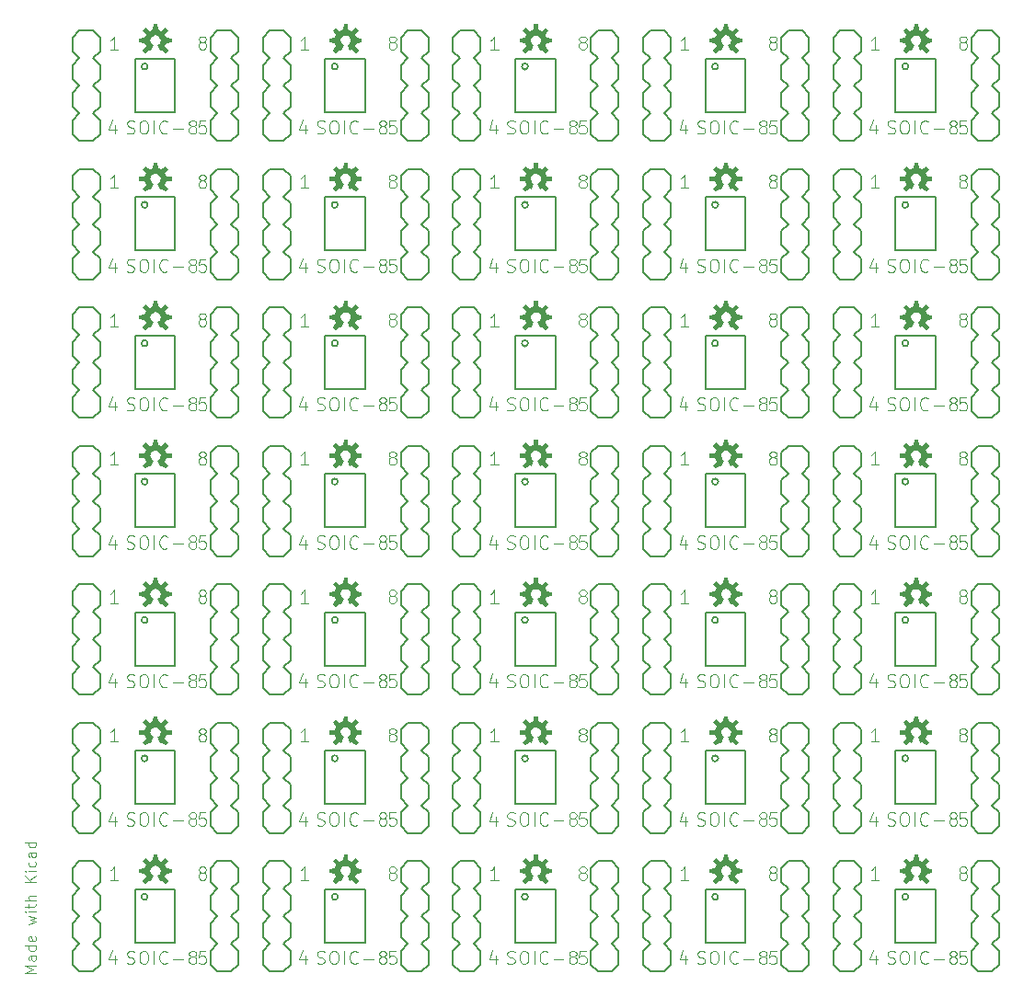
<source format=gbr>
G04 #@! TF.GenerationSoftware,KiCad,Pcbnew,5.1.5-5.1.5*
G04 #@! TF.CreationDate,2020-06-01T10:47:03+10:00*
G04 #@! TF.ProjectId,SOIC8-TSSOP8_panelized,534f4943-382d-4545-9353-4f50385f7061,rev?*
G04 #@! TF.SameCoordinates,Original*
G04 #@! TF.FileFunction,Legend,Top*
G04 #@! TF.FilePolarity,Positive*
%FSLAX46Y46*%
G04 Gerber Fmt 4.6, Leading zero omitted, Abs format (unit mm)*
G04 Created by KiCad (PCBNEW 5.1.5-5.1.5) date 2020-06-01 10:47:03*
%MOMM*%
%LPD*%
G04 APERTURE LIST*
%ADD10C,0.100000*%
%ADD11C,0.101600*%
%ADD12C,0.203200*%
%ADD13C,0.127000*%
G04 APERTURE END LIST*
D10*
X137653478Y-186625518D02*
X136653478Y-186625518D01*
X137367764Y-186292185D01*
X136653478Y-185958852D01*
X137653478Y-185958852D01*
X137653478Y-185054090D02*
X137129669Y-185054090D01*
X137034431Y-185101709D01*
X136986812Y-185196947D01*
X136986812Y-185387423D01*
X137034431Y-185482661D01*
X137605859Y-185054090D02*
X137653478Y-185149328D01*
X137653478Y-185387423D01*
X137605859Y-185482661D01*
X137510621Y-185530280D01*
X137415383Y-185530280D01*
X137320145Y-185482661D01*
X137272526Y-185387423D01*
X137272526Y-185149328D01*
X137224907Y-185054090D01*
X137653478Y-184149328D02*
X136653478Y-184149328D01*
X137605859Y-184149328D02*
X137653478Y-184244566D01*
X137653478Y-184435042D01*
X137605859Y-184530280D01*
X137558240Y-184577899D01*
X137463002Y-184625518D01*
X137177288Y-184625518D01*
X137082050Y-184577899D01*
X137034431Y-184530280D01*
X136986812Y-184435042D01*
X136986812Y-184244566D01*
X137034431Y-184149328D01*
X137605859Y-183292185D02*
X137653478Y-183387423D01*
X137653478Y-183577899D01*
X137605859Y-183673137D01*
X137510621Y-183720756D01*
X137129669Y-183720756D01*
X137034431Y-183673137D01*
X136986812Y-183577899D01*
X136986812Y-183387423D01*
X137034431Y-183292185D01*
X137129669Y-183244566D01*
X137224907Y-183244566D01*
X137320145Y-183720756D01*
X136986812Y-182149328D02*
X137653478Y-181958852D01*
X137177288Y-181768375D01*
X137653478Y-181577899D01*
X136986812Y-181387423D01*
X137653478Y-181006471D02*
X136986812Y-181006471D01*
X136653478Y-181006471D02*
X136701098Y-181054090D01*
X136748717Y-181006471D01*
X136701098Y-180958852D01*
X136653478Y-181006471D01*
X136748717Y-181006471D01*
X136986812Y-180673137D02*
X136986812Y-180292185D01*
X136653478Y-180530280D02*
X137510621Y-180530280D01*
X137605859Y-180482661D01*
X137653478Y-180387423D01*
X137653478Y-180292185D01*
X137653478Y-179958852D02*
X136653478Y-179958852D01*
X137653478Y-179530280D02*
X137129669Y-179530280D01*
X137034431Y-179577899D01*
X136986812Y-179673137D01*
X136986812Y-179815994D01*
X137034431Y-179911233D01*
X137082050Y-179958852D01*
X137653478Y-178292185D02*
X136653478Y-178292185D01*
X137653478Y-177720756D02*
X137082050Y-178149328D01*
X136653478Y-177720756D02*
X137224907Y-178292185D01*
X137653478Y-177292185D02*
X136986812Y-177292185D01*
X136653478Y-177292185D02*
X136701098Y-177339804D01*
X136748717Y-177292185D01*
X136701098Y-177244566D01*
X136653478Y-177292185D01*
X136748717Y-177292185D01*
X137605859Y-176387423D02*
X137653478Y-176482661D01*
X137653478Y-176673137D01*
X137605859Y-176768375D01*
X137558240Y-176815994D01*
X137463002Y-176863614D01*
X137177288Y-176863614D01*
X137082050Y-176815994D01*
X137034431Y-176768375D01*
X136986812Y-176673137D01*
X136986812Y-176482661D01*
X137034431Y-176387423D01*
X137653478Y-175530280D02*
X137129669Y-175530280D01*
X137034431Y-175577899D01*
X136986812Y-175673137D01*
X136986812Y-175863614D01*
X137034431Y-175958852D01*
X137605859Y-175530280D02*
X137653478Y-175625518D01*
X137653478Y-175863614D01*
X137605859Y-175958852D01*
X137510621Y-176006471D01*
X137415383Y-176006471D01*
X137320145Y-175958852D01*
X137272526Y-175863614D01*
X137272526Y-175625518D01*
X137224907Y-175530280D01*
X137653478Y-174625518D02*
X136653478Y-174625518D01*
X137605859Y-174625518D02*
X137653478Y-174720756D01*
X137653478Y-174911233D01*
X137605859Y-175006471D01*
X137558240Y-175054090D01*
X137463002Y-175101709D01*
X137177288Y-175101709D01*
X137082050Y-175054090D01*
X137034431Y-175006471D01*
X136986812Y-174911233D01*
X136986812Y-174720756D01*
X137034431Y-174625518D01*
D11*
X222874767Y-177389731D02*
X222759862Y-177332278D01*
X222702409Y-177274826D01*
X222644957Y-177159921D01*
X222644957Y-177102469D01*
X222702409Y-176987564D01*
X222759862Y-176930112D01*
X222874767Y-176872659D01*
X223104576Y-176872659D01*
X223219481Y-176930112D01*
X223276933Y-176987564D01*
X223334386Y-177102469D01*
X223334386Y-177159921D01*
X223276933Y-177274826D01*
X223219481Y-177332278D01*
X223104576Y-177389731D01*
X222874767Y-177389731D01*
X222759862Y-177447183D01*
X222702409Y-177504635D01*
X222644957Y-177619540D01*
X222644957Y-177849350D01*
X222702409Y-177964254D01*
X222759862Y-178021707D01*
X222874767Y-178079159D01*
X223104576Y-178079159D01*
X223219481Y-178021707D01*
X223276933Y-177964254D01*
X223334386Y-177849350D01*
X223334386Y-177619540D01*
X223276933Y-177504635D01*
X223219481Y-177447183D01*
X223104576Y-177389731D01*
X222874767Y-164649729D02*
X222759862Y-164592276D01*
X222702409Y-164534824D01*
X222644957Y-164419919D01*
X222644957Y-164362467D01*
X222702409Y-164247562D01*
X222759862Y-164190110D01*
X222874767Y-164132657D01*
X223104576Y-164132657D01*
X223219481Y-164190110D01*
X223276933Y-164247562D01*
X223334386Y-164362467D01*
X223334386Y-164419919D01*
X223276933Y-164534824D01*
X223219481Y-164592276D01*
X223104576Y-164649729D01*
X222874767Y-164649729D01*
X222759862Y-164707181D01*
X222702409Y-164764633D01*
X222644957Y-164879538D01*
X222644957Y-165109348D01*
X222702409Y-165224252D01*
X222759862Y-165281705D01*
X222874767Y-165339157D01*
X223104576Y-165339157D01*
X223219481Y-165281705D01*
X223276933Y-165224252D01*
X223334386Y-165109348D01*
X223334386Y-164879538D01*
X223276933Y-164764633D01*
X223219481Y-164707181D01*
X223104576Y-164649729D01*
X222874767Y-151909727D02*
X222759862Y-151852274D01*
X222702409Y-151794822D01*
X222644957Y-151679917D01*
X222644957Y-151622465D01*
X222702409Y-151507560D01*
X222759862Y-151450108D01*
X222874767Y-151392655D01*
X223104576Y-151392655D01*
X223219481Y-151450108D01*
X223276933Y-151507560D01*
X223334386Y-151622465D01*
X223334386Y-151679917D01*
X223276933Y-151794822D01*
X223219481Y-151852274D01*
X223104576Y-151909727D01*
X222874767Y-151909727D01*
X222759862Y-151967179D01*
X222702409Y-152024631D01*
X222644957Y-152139536D01*
X222644957Y-152369346D01*
X222702409Y-152484250D01*
X222759862Y-152541703D01*
X222874767Y-152599155D01*
X223104576Y-152599155D01*
X223219481Y-152541703D01*
X223276933Y-152484250D01*
X223334386Y-152369346D01*
X223334386Y-152139536D01*
X223276933Y-152024631D01*
X223219481Y-151967179D01*
X223104576Y-151909727D01*
X222874767Y-139169725D02*
X222759862Y-139112272D01*
X222702409Y-139054820D01*
X222644957Y-138939915D01*
X222644957Y-138882463D01*
X222702409Y-138767558D01*
X222759862Y-138710106D01*
X222874767Y-138652653D01*
X223104576Y-138652653D01*
X223219481Y-138710106D01*
X223276933Y-138767558D01*
X223334386Y-138882463D01*
X223334386Y-138939915D01*
X223276933Y-139054820D01*
X223219481Y-139112272D01*
X223104576Y-139169725D01*
X222874767Y-139169725D01*
X222759862Y-139227177D01*
X222702409Y-139284629D01*
X222644957Y-139399534D01*
X222644957Y-139629344D01*
X222702409Y-139744248D01*
X222759862Y-139801701D01*
X222874767Y-139859153D01*
X223104576Y-139859153D01*
X223219481Y-139801701D01*
X223276933Y-139744248D01*
X223334386Y-139629344D01*
X223334386Y-139399534D01*
X223276933Y-139284629D01*
X223219481Y-139227177D01*
X223104576Y-139169725D01*
X222874767Y-126429723D02*
X222759862Y-126372270D01*
X222702409Y-126314818D01*
X222644957Y-126199913D01*
X222644957Y-126142461D01*
X222702409Y-126027556D01*
X222759862Y-125970104D01*
X222874767Y-125912651D01*
X223104576Y-125912651D01*
X223219481Y-125970104D01*
X223276933Y-126027556D01*
X223334386Y-126142461D01*
X223334386Y-126199913D01*
X223276933Y-126314818D01*
X223219481Y-126372270D01*
X223104576Y-126429723D01*
X222874767Y-126429723D01*
X222759862Y-126487175D01*
X222702409Y-126544627D01*
X222644957Y-126659532D01*
X222644957Y-126889342D01*
X222702409Y-127004246D01*
X222759862Y-127061699D01*
X222874767Y-127119151D01*
X223104576Y-127119151D01*
X223219481Y-127061699D01*
X223276933Y-127004246D01*
X223334386Y-126889342D01*
X223334386Y-126659532D01*
X223276933Y-126544627D01*
X223219481Y-126487175D01*
X223104576Y-126429723D01*
X222874767Y-113689721D02*
X222759862Y-113632268D01*
X222702409Y-113574816D01*
X222644957Y-113459911D01*
X222644957Y-113402459D01*
X222702409Y-113287554D01*
X222759862Y-113230102D01*
X222874767Y-113172649D01*
X223104576Y-113172649D01*
X223219481Y-113230102D01*
X223276933Y-113287554D01*
X223334386Y-113402459D01*
X223334386Y-113459911D01*
X223276933Y-113574816D01*
X223219481Y-113632268D01*
X223104576Y-113689721D01*
X222874767Y-113689721D01*
X222759862Y-113747173D01*
X222702409Y-113804625D01*
X222644957Y-113919530D01*
X222644957Y-114149340D01*
X222702409Y-114264244D01*
X222759862Y-114321697D01*
X222874767Y-114379149D01*
X223104576Y-114379149D01*
X223219481Y-114321697D01*
X223276933Y-114264244D01*
X223334386Y-114149340D01*
X223334386Y-113919530D01*
X223276933Y-113804625D01*
X223219481Y-113747173D01*
X223104576Y-113689721D01*
X222874767Y-100949719D02*
X222759862Y-100892266D01*
X222702409Y-100834814D01*
X222644957Y-100719909D01*
X222644957Y-100662457D01*
X222702409Y-100547552D01*
X222759862Y-100490100D01*
X222874767Y-100432647D01*
X223104576Y-100432647D01*
X223219481Y-100490100D01*
X223276933Y-100547552D01*
X223334386Y-100662457D01*
X223334386Y-100719909D01*
X223276933Y-100834814D01*
X223219481Y-100892266D01*
X223104576Y-100949719D01*
X222874767Y-100949719D01*
X222759862Y-101007171D01*
X222702409Y-101064623D01*
X222644957Y-101179528D01*
X222644957Y-101409338D01*
X222702409Y-101524242D01*
X222759862Y-101581695D01*
X222874767Y-101639147D01*
X223104576Y-101639147D01*
X223219481Y-101581695D01*
X223276933Y-101524242D01*
X223334386Y-101409338D01*
X223334386Y-101179528D01*
X223276933Y-101064623D01*
X223219481Y-101007171D01*
X223104576Y-100949719D01*
X205374765Y-177389731D02*
X205259860Y-177332278D01*
X205202407Y-177274826D01*
X205144955Y-177159921D01*
X205144955Y-177102469D01*
X205202407Y-176987564D01*
X205259860Y-176930112D01*
X205374765Y-176872659D01*
X205604574Y-176872659D01*
X205719479Y-176930112D01*
X205776931Y-176987564D01*
X205834384Y-177102469D01*
X205834384Y-177159921D01*
X205776931Y-177274826D01*
X205719479Y-177332278D01*
X205604574Y-177389731D01*
X205374765Y-177389731D01*
X205259860Y-177447183D01*
X205202407Y-177504635D01*
X205144955Y-177619540D01*
X205144955Y-177849350D01*
X205202407Y-177964254D01*
X205259860Y-178021707D01*
X205374765Y-178079159D01*
X205604574Y-178079159D01*
X205719479Y-178021707D01*
X205776931Y-177964254D01*
X205834384Y-177849350D01*
X205834384Y-177619540D01*
X205776931Y-177504635D01*
X205719479Y-177447183D01*
X205604574Y-177389731D01*
X205374765Y-164649729D02*
X205259860Y-164592276D01*
X205202407Y-164534824D01*
X205144955Y-164419919D01*
X205144955Y-164362467D01*
X205202407Y-164247562D01*
X205259860Y-164190110D01*
X205374765Y-164132657D01*
X205604574Y-164132657D01*
X205719479Y-164190110D01*
X205776931Y-164247562D01*
X205834384Y-164362467D01*
X205834384Y-164419919D01*
X205776931Y-164534824D01*
X205719479Y-164592276D01*
X205604574Y-164649729D01*
X205374765Y-164649729D01*
X205259860Y-164707181D01*
X205202407Y-164764633D01*
X205144955Y-164879538D01*
X205144955Y-165109348D01*
X205202407Y-165224252D01*
X205259860Y-165281705D01*
X205374765Y-165339157D01*
X205604574Y-165339157D01*
X205719479Y-165281705D01*
X205776931Y-165224252D01*
X205834384Y-165109348D01*
X205834384Y-164879538D01*
X205776931Y-164764633D01*
X205719479Y-164707181D01*
X205604574Y-164649729D01*
X205374765Y-151909727D02*
X205259860Y-151852274D01*
X205202407Y-151794822D01*
X205144955Y-151679917D01*
X205144955Y-151622465D01*
X205202407Y-151507560D01*
X205259860Y-151450108D01*
X205374765Y-151392655D01*
X205604574Y-151392655D01*
X205719479Y-151450108D01*
X205776931Y-151507560D01*
X205834384Y-151622465D01*
X205834384Y-151679917D01*
X205776931Y-151794822D01*
X205719479Y-151852274D01*
X205604574Y-151909727D01*
X205374765Y-151909727D01*
X205259860Y-151967179D01*
X205202407Y-152024631D01*
X205144955Y-152139536D01*
X205144955Y-152369346D01*
X205202407Y-152484250D01*
X205259860Y-152541703D01*
X205374765Y-152599155D01*
X205604574Y-152599155D01*
X205719479Y-152541703D01*
X205776931Y-152484250D01*
X205834384Y-152369346D01*
X205834384Y-152139536D01*
X205776931Y-152024631D01*
X205719479Y-151967179D01*
X205604574Y-151909727D01*
X205374765Y-139169725D02*
X205259860Y-139112272D01*
X205202407Y-139054820D01*
X205144955Y-138939915D01*
X205144955Y-138882463D01*
X205202407Y-138767558D01*
X205259860Y-138710106D01*
X205374765Y-138652653D01*
X205604574Y-138652653D01*
X205719479Y-138710106D01*
X205776931Y-138767558D01*
X205834384Y-138882463D01*
X205834384Y-138939915D01*
X205776931Y-139054820D01*
X205719479Y-139112272D01*
X205604574Y-139169725D01*
X205374765Y-139169725D01*
X205259860Y-139227177D01*
X205202407Y-139284629D01*
X205144955Y-139399534D01*
X205144955Y-139629344D01*
X205202407Y-139744248D01*
X205259860Y-139801701D01*
X205374765Y-139859153D01*
X205604574Y-139859153D01*
X205719479Y-139801701D01*
X205776931Y-139744248D01*
X205834384Y-139629344D01*
X205834384Y-139399534D01*
X205776931Y-139284629D01*
X205719479Y-139227177D01*
X205604574Y-139169725D01*
X205374765Y-126429723D02*
X205259860Y-126372270D01*
X205202407Y-126314818D01*
X205144955Y-126199913D01*
X205144955Y-126142461D01*
X205202407Y-126027556D01*
X205259860Y-125970104D01*
X205374765Y-125912651D01*
X205604574Y-125912651D01*
X205719479Y-125970104D01*
X205776931Y-126027556D01*
X205834384Y-126142461D01*
X205834384Y-126199913D01*
X205776931Y-126314818D01*
X205719479Y-126372270D01*
X205604574Y-126429723D01*
X205374765Y-126429723D01*
X205259860Y-126487175D01*
X205202407Y-126544627D01*
X205144955Y-126659532D01*
X205144955Y-126889342D01*
X205202407Y-127004246D01*
X205259860Y-127061699D01*
X205374765Y-127119151D01*
X205604574Y-127119151D01*
X205719479Y-127061699D01*
X205776931Y-127004246D01*
X205834384Y-126889342D01*
X205834384Y-126659532D01*
X205776931Y-126544627D01*
X205719479Y-126487175D01*
X205604574Y-126429723D01*
X205374765Y-113689721D02*
X205259860Y-113632268D01*
X205202407Y-113574816D01*
X205144955Y-113459911D01*
X205144955Y-113402459D01*
X205202407Y-113287554D01*
X205259860Y-113230102D01*
X205374765Y-113172649D01*
X205604574Y-113172649D01*
X205719479Y-113230102D01*
X205776931Y-113287554D01*
X205834384Y-113402459D01*
X205834384Y-113459911D01*
X205776931Y-113574816D01*
X205719479Y-113632268D01*
X205604574Y-113689721D01*
X205374765Y-113689721D01*
X205259860Y-113747173D01*
X205202407Y-113804625D01*
X205144955Y-113919530D01*
X205144955Y-114149340D01*
X205202407Y-114264244D01*
X205259860Y-114321697D01*
X205374765Y-114379149D01*
X205604574Y-114379149D01*
X205719479Y-114321697D01*
X205776931Y-114264244D01*
X205834384Y-114149340D01*
X205834384Y-113919530D01*
X205776931Y-113804625D01*
X205719479Y-113747173D01*
X205604574Y-113689721D01*
X205374765Y-100949719D02*
X205259860Y-100892266D01*
X205202407Y-100834814D01*
X205144955Y-100719909D01*
X205144955Y-100662457D01*
X205202407Y-100547552D01*
X205259860Y-100490100D01*
X205374765Y-100432647D01*
X205604574Y-100432647D01*
X205719479Y-100490100D01*
X205776931Y-100547552D01*
X205834384Y-100662457D01*
X205834384Y-100719909D01*
X205776931Y-100834814D01*
X205719479Y-100892266D01*
X205604574Y-100949719D01*
X205374765Y-100949719D01*
X205259860Y-101007171D01*
X205202407Y-101064623D01*
X205144955Y-101179528D01*
X205144955Y-101409338D01*
X205202407Y-101524242D01*
X205259860Y-101581695D01*
X205374765Y-101639147D01*
X205604574Y-101639147D01*
X205719479Y-101581695D01*
X205776931Y-101524242D01*
X205834384Y-101409338D01*
X205834384Y-101179528D01*
X205776931Y-101064623D01*
X205719479Y-101007171D01*
X205604574Y-100949719D01*
X187874763Y-177389731D02*
X187759858Y-177332278D01*
X187702405Y-177274826D01*
X187644953Y-177159921D01*
X187644953Y-177102469D01*
X187702405Y-176987564D01*
X187759858Y-176930112D01*
X187874763Y-176872659D01*
X188104572Y-176872659D01*
X188219477Y-176930112D01*
X188276929Y-176987564D01*
X188334382Y-177102469D01*
X188334382Y-177159921D01*
X188276929Y-177274826D01*
X188219477Y-177332278D01*
X188104572Y-177389731D01*
X187874763Y-177389731D01*
X187759858Y-177447183D01*
X187702405Y-177504635D01*
X187644953Y-177619540D01*
X187644953Y-177849350D01*
X187702405Y-177964254D01*
X187759858Y-178021707D01*
X187874763Y-178079159D01*
X188104572Y-178079159D01*
X188219477Y-178021707D01*
X188276929Y-177964254D01*
X188334382Y-177849350D01*
X188334382Y-177619540D01*
X188276929Y-177504635D01*
X188219477Y-177447183D01*
X188104572Y-177389731D01*
X187874763Y-164649729D02*
X187759858Y-164592276D01*
X187702405Y-164534824D01*
X187644953Y-164419919D01*
X187644953Y-164362467D01*
X187702405Y-164247562D01*
X187759858Y-164190110D01*
X187874763Y-164132657D01*
X188104572Y-164132657D01*
X188219477Y-164190110D01*
X188276929Y-164247562D01*
X188334382Y-164362467D01*
X188334382Y-164419919D01*
X188276929Y-164534824D01*
X188219477Y-164592276D01*
X188104572Y-164649729D01*
X187874763Y-164649729D01*
X187759858Y-164707181D01*
X187702405Y-164764633D01*
X187644953Y-164879538D01*
X187644953Y-165109348D01*
X187702405Y-165224252D01*
X187759858Y-165281705D01*
X187874763Y-165339157D01*
X188104572Y-165339157D01*
X188219477Y-165281705D01*
X188276929Y-165224252D01*
X188334382Y-165109348D01*
X188334382Y-164879538D01*
X188276929Y-164764633D01*
X188219477Y-164707181D01*
X188104572Y-164649729D01*
X187874763Y-151909727D02*
X187759858Y-151852274D01*
X187702405Y-151794822D01*
X187644953Y-151679917D01*
X187644953Y-151622465D01*
X187702405Y-151507560D01*
X187759858Y-151450108D01*
X187874763Y-151392655D01*
X188104572Y-151392655D01*
X188219477Y-151450108D01*
X188276929Y-151507560D01*
X188334382Y-151622465D01*
X188334382Y-151679917D01*
X188276929Y-151794822D01*
X188219477Y-151852274D01*
X188104572Y-151909727D01*
X187874763Y-151909727D01*
X187759858Y-151967179D01*
X187702405Y-152024631D01*
X187644953Y-152139536D01*
X187644953Y-152369346D01*
X187702405Y-152484250D01*
X187759858Y-152541703D01*
X187874763Y-152599155D01*
X188104572Y-152599155D01*
X188219477Y-152541703D01*
X188276929Y-152484250D01*
X188334382Y-152369346D01*
X188334382Y-152139536D01*
X188276929Y-152024631D01*
X188219477Y-151967179D01*
X188104572Y-151909727D01*
X187874763Y-139169725D02*
X187759858Y-139112272D01*
X187702405Y-139054820D01*
X187644953Y-138939915D01*
X187644953Y-138882463D01*
X187702405Y-138767558D01*
X187759858Y-138710106D01*
X187874763Y-138652653D01*
X188104572Y-138652653D01*
X188219477Y-138710106D01*
X188276929Y-138767558D01*
X188334382Y-138882463D01*
X188334382Y-138939915D01*
X188276929Y-139054820D01*
X188219477Y-139112272D01*
X188104572Y-139169725D01*
X187874763Y-139169725D01*
X187759858Y-139227177D01*
X187702405Y-139284629D01*
X187644953Y-139399534D01*
X187644953Y-139629344D01*
X187702405Y-139744248D01*
X187759858Y-139801701D01*
X187874763Y-139859153D01*
X188104572Y-139859153D01*
X188219477Y-139801701D01*
X188276929Y-139744248D01*
X188334382Y-139629344D01*
X188334382Y-139399534D01*
X188276929Y-139284629D01*
X188219477Y-139227177D01*
X188104572Y-139169725D01*
X187874763Y-126429723D02*
X187759858Y-126372270D01*
X187702405Y-126314818D01*
X187644953Y-126199913D01*
X187644953Y-126142461D01*
X187702405Y-126027556D01*
X187759858Y-125970104D01*
X187874763Y-125912651D01*
X188104572Y-125912651D01*
X188219477Y-125970104D01*
X188276929Y-126027556D01*
X188334382Y-126142461D01*
X188334382Y-126199913D01*
X188276929Y-126314818D01*
X188219477Y-126372270D01*
X188104572Y-126429723D01*
X187874763Y-126429723D01*
X187759858Y-126487175D01*
X187702405Y-126544627D01*
X187644953Y-126659532D01*
X187644953Y-126889342D01*
X187702405Y-127004246D01*
X187759858Y-127061699D01*
X187874763Y-127119151D01*
X188104572Y-127119151D01*
X188219477Y-127061699D01*
X188276929Y-127004246D01*
X188334382Y-126889342D01*
X188334382Y-126659532D01*
X188276929Y-126544627D01*
X188219477Y-126487175D01*
X188104572Y-126429723D01*
X187874763Y-113689721D02*
X187759858Y-113632268D01*
X187702405Y-113574816D01*
X187644953Y-113459911D01*
X187644953Y-113402459D01*
X187702405Y-113287554D01*
X187759858Y-113230102D01*
X187874763Y-113172649D01*
X188104572Y-113172649D01*
X188219477Y-113230102D01*
X188276929Y-113287554D01*
X188334382Y-113402459D01*
X188334382Y-113459911D01*
X188276929Y-113574816D01*
X188219477Y-113632268D01*
X188104572Y-113689721D01*
X187874763Y-113689721D01*
X187759858Y-113747173D01*
X187702405Y-113804625D01*
X187644953Y-113919530D01*
X187644953Y-114149340D01*
X187702405Y-114264244D01*
X187759858Y-114321697D01*
X187874763Y-114379149D01*
X188104572Y-114379149D01*
X188219477Y-114321697D01*
X188276929Y-114264244D01*
X188334382Y-114149340D01*
X188334382Y-113919530D01*
X188276929Y-113804625D01*
X188219477Y-113747173D01*
X188104572Y-113689721D01*
X187874763Y-100949719D02*
X187759858Y-100892266D01*
X187702405Y-100834814D01*
X187644953Y-100719909D01*
X187644953Y-100662457D01*
X187702405Y-100547552D01*
X187759858Y-100490100D01*
X187874763Y-100432647D01*
X188104572Y-100432647D01*
X188219477Y-100490100D01*
X188276929Y-100547552D01*
X188334382Y-100662457D01*
X188334382Y-100719909D01*
X188276929Y-100834814D01*
X188219477Y-100892266D01*
X188104572Y-100949719D01*
X187874763Y-100949719D01*
X187759858Y-101007171D01*
X187702405Y-101064623D01*
X187644953Y-101179528D01*
X187644953Y-101409338D01*
X187702405Y-101524242D01*
X187759858Y-101581695D01*
X187874763Y-101639147D01*
X188104572Y-101639147D01*
X188219477Y-101581695D01*
X188276929Y-101524242D01*
X188334382Y-101409338D01*
X188334382Y-101179528D01*
X188276929Y-101064623D01*
X188219477Y-101007171D01*
X188104572Y-100949719D01*
X170374761Y-177389731D02*
X170259856Y-177332278D01*
X170202403Y-177274826D01*
X170144951Y-177159921D01*
X170144951Y-177102469D01*
X170202403Y-176987564D01*
X170259856Y-176930112D01*
X170374761Y-176872659D01*
X170604570Y-176872659D01*
X170719475Y-176930112D01*
X170776927Y-176987564D01*
X170834380Y-177102469D01*
X170834380Y-177159921D01*
X170776927Y-177274826D01*
X170719475Y-177332278D01*
X170604570Y-177389731D01*
X170374761Y-177389731D01*
X170259856Y-177447183D01*
X170202403Y-177504635D01*
X170144951Y-177619540D01*
X170144951Y-177849350D01*
X170202403Y-177964254D01*
X170259856Y-178021707D01*
X170374761Y-178079159D01*
X170604570Y-178079159D01*
X170719475Y-178021707D01*
X170776927Y-177964254D01*
X170834380Y-177849350D01*
X170834380Y-177619540D01*
X170776927Y-177504635D01*
X170719475Y-177447183D01*
X170604570Y-177389731D01*
X170374761Y-164649729D02*
X170259856Y-164592276D01*
X170202403Y-164534824D01*
X170144951Y-164419919D01*
X170144951Y-164362467D01*
X170202403Y-164247562D01*
X170259856Y-164190110D01*
X170374761Y-164132657D01*
X170604570Y-164132657D01*
X170719475Y-164190110D01*
X170776927Y-164247562D01*
X170834380Y-164362467D01*
X170834380Y-164419919D01*
X170776927Y-164534824D01*
X170719475Y-164592276D01*
X170604570Y-164649729D01*
X170374761Y-164649729D01*
X170259856Y-164707181D01*
X170202403Y-164764633D01*
X170144951Y-164879538D01*
X170144951Y-165109348D01*
X170202403Y-165224252D01*
X170259856Y-165281705D01*
X170374761Y-165339157D01*
X170604570Y-165339157D01*
X170719475Y-165281705D01*
X170776927Y-165224252D01*
X170834380Y-165109348D01*
X170834380Y-164879538D01*
X170776927Y-164764633D01*
X170719475Y-164707181D01*
X170604570Y-164649729D01*
X170374761Y-151909727D02*
X170259856Y-151852274D01*
X170202403Y-151794822D01*
X170144951Y-151679917D01*
X170144951Y-151622465D01*
X170202403Y-151507560D01*
X170259856Y-151450108D01*
X170374761Y-151392655D01*
X170604570Y-151392655D01*
X170719475Y-151450108D01*
X170776927Y-151507560D01*
X170834380Y-151622465D01*
X170834380Y-151679917D01*
X170776927Y-151794822D01*
X170719475Y-151852274D01*
X170604570Y-151909727D01*
X170374761Y-151909727D01*
X170259856Y-151967179D01*
X170202403Y-152024631D01*
X170144951Y-152139536D01*
X170144951Y-152369346D01*
X170202403Y-152484250D01*
X170259856Y-152541703D01*
X170374761Y-152599155D01*
X170604570Y-152599155D01*
X170719475Y-152541703D01*
X170776927Y-152484250D01*
X170834380Y-152369346D01*
X170834380Y-152139536D01*
X170776927Y-152024631D01*
X170719475Y-151967179D01*
X170604570Y-151909727D01*
X170374761Y-139169725D02*
X170259856Y-139112272D01*
X170202403Y-139054820D01*
X170144951Y-138939915D01*
X170144951Y-138882463D01*
X170202403Y-138767558D01*
X170259856Y-138710106D01*
X170374761Y-138652653D01*
X170604570Y-138652653D01*
X170719475Y-138710106D01*
X170776927Y-138767558D01*
X170834380Y-138882463D01*
X170834380Y-138939915D01*
X170776927Y-139054820D01*
X170719475Y-139112272D01*
X170604570Y-139169725D01*
X170374761Y-139169725D01*
X170259856Y-139227177D01*
X170202403Y-139284629D01*
X170144951Y-139399534D01*
X170144951Y-139629344D01*
X170202403Y-139744248D01*
X170259856Y-139801701D01*
X170374761Y-139859153D01*
X170604570Y-139859153D01*
X170719475Y-139801701D01*
X170776927Y-139744248D01*
X170834380Y-139629344D01*
X170834380Y-139399534D01*
X170776927Y-139284629D01*
X170719475Y-139227177D01*
X170604570Y-139169725D01*
X170374761Y-126429723D02*
X170259856Y-126372270D01*
X170202403Y-126314818D01*
X170144951Y-126199913D01*
X170144951Y-126142461D01*
X170202403Y-126027556D01*
X170259856Y-125970104D01*
X170374761Y-125912651D01*
X170604570Y-125912651D01*
X170719475Y-125970104D01*
X170776927Y-126027556D01*
X170834380Y-126142461D01*
X170834380Y-126199913D01*
X170776927Y-126314818D01*
X170719475Y-126372270D01*
X170604570Y-126429723D01*
X170374761Y-126429723D01*
X170259856Y-126487175D01*
X170202403Y-126544627D01*
X170144951Y-126659532D01*
X170144951Y-126889342D01*
X170202403Y-127004246D01*
X170259856Y-127061699D01*
X170374761Y-127119151D01*
X170604570Y-127119151D01*
X170719475Y-127061699D01*
X170776927Y-127004246D01*
X170834380Y-126889342D01*
X170834380Y-126659532D01*
X170776927Y-126544627D01*
X170719475Y-126487175D01*
X170604570Y-126429723D01*
X170374761Y-113689721D02*
X170259856Y-113632268D01*
X170202403Y-113574816D01*
X170144951Y-113459911D01*
X170144951Y-113402459D01*
X170202403Y-113287554D01*
X170259856Y-113230102D01*
X170374761Y-113172649D01*
X170604570Y-113172649D01*
X170719475Y-113230102D01*
X170776927Y-113287554D01*
X170834380Y-113402459D01*
X170834380Y-113459911D01*
X170776927Y-113574816D01*
X170719475Y-113632268D01*
X170604570Y-113689721D01*
X170374761Y-113689721D01*
X170259856Y-113747173D01*
X170202403Y-113804625D01*
X170144951Y-113919530D01*
X170144951Y-114149340D01*
X170202403Y-114264244D01*
X170259856Y-114321697D01*
X170374761Y-114379149D01*
X170604570Y-114379149D01*
X170719475Y-114321697D01*
X170776927Y-114264244D01*
X170834380Y-114149340D01*
X170834380Y-113919530D01*
X170776927Y-113804625D01*
X170719475Y-113747173D01*
X170604570Y-113689721D01*
X170374761Y-100949719D02*
X170259856Y-100892266D01*
X170202403Y-100834814D01*
X170144951Y-100719909D01*
X170144951Y-100662457D01*
X170202403Y-100547552D01*
X170259856Y-100490100D01*
X170374761Y-100432647D01*
X170604570Y-100432647D01*
X170719475Y-100490100D01*
X170776927Y-100547552D01*
X170834380Y-100662457D01*
X170834380Y-100719909D01*
X170776927Y-100834814D01*
X170719475Y-100892266D01*
X170604570Y-100949719D01*
X170374761Y-100949719D01*
X170259856Y-101007171D01*
X170202403Y-101064623D01*
X170144951Y-101179528D01*
X170144951Y-101409338D01*
X170202403Y-101524242D01*
X170259856Y-101581695D01*
X170374761Y-101639147D01*
X170604570Y-101639147D01*
X170719475Y-101581695D01*
X170776927Y-101524242D01*
X170834380Y-101409338D01*
X170834380Y-101179528D01*
X170776927Y-101064623D01*
X170719475Y-101007171D01*
X170604570Y-100949719D01*
X152874759Y-177389731D02*
X152759854Y-177332278D01*
X152702401Y-177274826D01*
X152644949Y-177159921D01*
X152644949Y-177102469D01*
X152702401Y-176987564D01*
X152759854Y-176930112D01*
X152874759Y-176872659D01*
X153104568Y-176872659D01*
X153219473Y-176930112D01*
X153276925Y-176987564D01*
X153334378Y-177102469D01*
X153334378Y-177159921D01*
X153276925Y-177274826D01*
X153219473Y-177332278D01*
X153104568Y-177389731D01*
X152874759Y-177389731D01*
X152759854Y-177447183D01*
X152702401Y-177504635D01*
X152644949Y-177619540D01*
X152644949Y-177849350D01*
X152702401Y-177964254D01*
X152759854Y-178021707D01*
X152874759Y-178079159D01*
X153104568Y-178079159D01*
X153219473Y-178021707D01*
X153276925Y-177964254D01*
X153334378Y-177849350D01*
X153334378Y-177619540D01*
X153276925Y-177504635D01*
X153219473Y-177447183D01*
X153104568Y-177389731D01*
X152874759Y-164649729D02*
X152759854Y-164592276D01*
X152702401Y-164534824D01*
X152644949Y-164419919D01*
X152644949Y-164362467D01*
X152702401Y-164247562D01*
X152759854Y-164190110D01*
X152874759Y-164132657D01*
X153104568Y-164132657D01*
X153219473Y-164190110D01*
X153276925Y-164247562D01*
X153334378Y-164362467D01*
X153334378Y-164419919D01*
X153276925Y-164534824D01*
X153219473Y-164592276D01*
X153104568Y-164649729D01*
X152874759Y-164649729D01*
X152759854Y-164707181D01*
X152702401Y-164764633D01*
X152644949Y-164879538D01*
X152644949Y-165109348D01*
X152702401Y-165224252D01*
X152759854Y-165281705D01*
X152874759Y-165339157D01*
X153104568Y-165339157D01*
X153219473Y-165281705D01*
X153276925Y-165224252D01*
X153334378Y-165109348D01*
X153334378Y-164879538D01*
X153276925Y-164764633D01*
X153219473Y-164707181D01*
X153104568Y-164649729D01*
X152874759Y-151909727D02*
X152759854Y-151852274D01*
X152702401Y-151794822D01*
X152644949Y-151679917D01*
X152644949Y-151622465D01*
X152702401Y-151507560D01*
X152759854Y-151450108D01*
X152874759Y-151392655D01*
X153104568Y-151392655D01*
X153219473Y-151450108D01*
X153276925Y-151507560D01*
X153334378Y-151622465D01*
X153334378Y-151679917D01*
X153276925Y-151794822D01*
X153219473Y-151852274D01*
X153104568Y-151909727D01*
X152874759Y-151909727D01*
X152759854Y-151967179D01*
X152702401Y-152024631D01*
X152644949Y-152139536D01*
X152644949Y-152369346D01*
X152702401Y-152484250D01*
X152759854Y-152541703D01*
X152874759Y-152599155D01*
X153104568Y-152599155D01*
X153219473Y-152541703D01*
X153276925Y-152484250D01*
X153334378Y-152369346D01*
X153334378Y-152139536D01*
X153276925Y-152024631D01*
X153219473Y-151967179D01*
X153104568Y-151909727D01*
X152874759Y-139169725D02*
X152759854Y-139112272D01*
X152702401Y-139054820D01*
X152644949Y-138939915D01*
X152644949Y-138882463D01*
X152702401Y-138767558D01*
X152759854Y-138710106D01*
X152874759Y-138652653D01*
X153104568Y-138652653D01*
X153219473Y-138710106D01*
X153276925Y-138767558D01*
X153334378Y-138882463D01*
X153334378Y-138939915D01*
X153276925Y-139054820D01*
X153219473Y-139112272D01*
X153104568Y-139169725D01*
X152874759Y-139169725D01*
X152759854Y-139227177D01*
X152702401Y-139284629D01*
X152644949Y-139399534D01*
X152644949Y-139629344D01*
X152702401Y-139744248D01*
X152759854Y-139801701D01*
X152874759Y-139859153D01*
X153104568Y-139859153D01*
X153219473Y-139801701D01*
X153276925Y-139744248D01*
X153334378Y-139629344D01*
X153334378Y-139399534D01*
X153276925Y-139284629D01*
X153219473Y-139227177D01*
X153104568Y-139169725D01*
X152874759Y-126429723D02*
X152759854Y-126372270D01*
X152702401Y-126314818D01*
X152644949Y-126199913D01*
X152644949Y-126142461D01*
X152702401Y-126027556D01*
X152759854Y-125970104D01*
X152874759Y-125912651D01*
X153104568Y-125912651D01*
X153219473Y-125970104D01*
X153276925Y-126027556D01*
X153334378Y-126142461D01*
X153334378Y-126199913D01*
X153276925Y-126314818D01*
X153219473Y-126372270D01*
X153104568Y-126429723D01*
X152874759Y-126429723D01*
X152759854Y-126487175D01*
X152702401Y-126544627D01*
X152644949Y-126659532D01*
X152644949Y-126889342D01*
X152702401Y-127004246D01*
X152759854Y-127061699D01*
X152874759Y-127119151D01*
X153104568Y-127119151D01*
X153219473Y-127061699D01*
X153276925Y-127004246D01*
X153334378Y-126889342D01*
X153334378Y-126659532D01*
X153276925Y-126544627D01*
X153219473Y-126487175D01*
X153104568Y-126429723D01*
X152874759Y-113689721D02*
X152759854Y-113632268D01*
X152702401Y-113574816D01*
X152644949Y-113459911D01*
X152644949Y-113402459D01*
X152702401Y-113287554D01*
X152759854Y-113230102D01*
X152874759Y-113172649D01*
X153104568Y-113172649D01*
X153219473Y-113230102D01*
X153276925Y-113287554D01*
X153334378Y-113402459D01*
X153334378Y-113459911D01*
X153276925Y-113574816D01*
X153219473Y-113632268D01*
X153104568Y-113689721D01*
X152874759Y-113689721D01*
X152759854Y-113747173D01*
X152702401Y-113804625D01*
X152644949Y-113919530D01*
X152644949Y-114149340D01*
X152702401Y-114264244D01*
X152759854Y-114321697D01*
X152874759Y-114379149D01*
X153104568Y-114379149D01*
X153219473Y-114321697D01*
X153276925Y-114264244D01*
X153334378Y-114149340D01*
X153334378Y-113919530D01*
X153276925Y-113804625D01*
X153219473Y-113747173D01*
X153104568Y-113689721D01*
X223276933Y-184619659D02*
X222702409Y-184619659D01*
X222644957Y-185194183D01*
X222702409Y-185136731D01*
X222817314Y-185079278D01*
X223104576Y-185079278D01*
X223219481Y-185136731D01*
X223276933Y-185194183D01*
X223334386Y-185309088D01*
X223334386Y-185596350D01*
X223276933Y-185711254D01*
X223219481Y-185768707D01*
X223104576Y-185826159D01*
X222817314Y-185826159D01*
X222702409Y-185768707D01*
X222644957Y-185711254D01*
X223276933Y-171879657D02*
X222702409Y-171879657D01*
X222644957Y-172454181D01*
X222702409Y-172396729D01*
X222817314Y-172339276D01*
X223104576Y-172339276D01*
X223219481Y-172396729D01*
X223276933Y-172454181D01*
X223334386Y-172569086D01*
X223334386Y-172856348D01*
X223276933Y-172971252D01*
X223219481Y-173028705D01*
X223104576Y-173086157D01*
X222817314Y-173086157D01*
X222702409Y-173028705D01*
X222644957Y-172971252D01*
X223276933Y-159139655D02*
X222702409Y-159139655D01*
X222644957Y-159714179D01*
X222702409Y-159656727D01*
X222817314Y-159599274D01*
X223104576Y-159599274D01*
X223219481Y-159656727D01*
X223276933Y-159714179D01*
X223334386Y-159829084D01*
X223334386Y-160116346D01*
X223276933Y-160231250D01*
X223219481Y-160288703D01*
X223104576Y-160346155D01*
X222817314Y-160346155D01*
X222702409Y-160288703D01*
X222644957Y-160231250D01*
X223276933Y-146399653D02*
X222702409Y-146399653D01*
X222644957Y-146974177D01*
X222702409Y-146916725D01*
X222817314Y-146859272D01*
X223104576Y-146859272D01*
X223219481Y-146916725D01*
X223276933Y-146974177D01*
X223334386Y-147089082D01*
X223334386Y-147376344D01*
X223276933Y-147491248D01*
X223219481Y-147548701D01*
X223104576Y-147606153D01*
X222817314Y-147606153D01*
X222702409Y-147548701D01*
X222644957Y-147491248D01*
X223276933Y-133659651D02*
X222702409Y-133659651D01*
X222644957Y-134234175D01*
X222702409Y-134176723D01*
X222817314Y-134119270D01*
X223104576Y-134119270D01*
X223219481Y-134176723D01*
X223276933Y-134234175D01*
X223334386Y-134349080D01*
X223334386Y-134636342D01*
X223276933Y-134751246D01*
X223219481Y-134808699D01*
X223104576Y-134866151D01*
X222817314Y-134866151D01*
X222702409Y-134808699D01*
X222644957Y-134751246D01*
X223276933Y-120919649D02*
X222702409Y-120919649D01*
X222644957Y-121494173D01*
X222702409Y-121436721D01*
X222817314Y-121379268D01*
X223104576Y-121379268D01*
X223219481Y-121436721D01*
X223276933Y-121494173D01*
X223334386Y-121609078D01*
X223334386Y-121896340D01*
X223276933Y-122011244D01*
X223219481Y-122068697D01*
X223104576Y-122126149D01*
X222817314Y-122126149D01*
X222702409Y-122068697D01*
X222644957Y-122011244D01*
X223276933Y-108179647D02*
X222702409Y-108179647D01*
X222644957Y-108754171D01*
X222702409Y-108696719D01*
X222817314Y-108639266D01*
X223104576Y-108639266D01*
X223219481Y-108696719D01*
X223276933Y-108754171D01*
X223334386Y-108869076D01*
X223334386Y-109156338D01*
X223276933Y-109271242D01*
X223219481Y-109328695D01*
X223104576Y-109386147D01*
X222817314Y-109386147D01*
X222702409Y-109328695D01*
X222644957Y-109271242D01*
X205776931Y-184619659D02*
X205202407Y-184619659D01*
X205144955Y-185194183D01*
X205202407Y-185136731D01*
X205317312Y-185079278D01*
X205604574Y-185079278D01*
X205719479Y-185136731D01*
X205776931Y-185194183D01*
X205834384Y-185309088D01*
X205834384Y-185596350D01*
X205776931Y-185711254D01*
X205719479Y-185768707D01*
X205604574Y-185826159D01*
X205317312Y-185826159D01*
X205202407Y-185768707D01*
X205144955Y-185711254D01*
X205776931Y-171879657D02*
X205202407Y-171879657D01*
X205144955Y-172454181D01*
X205202407Y-172396729D01*
X205317312Y-172339276D01*
X205604574Y-172339276D01*
X205719479Y-172396729D01*
X205776931Y-172454181D01*
X205834384Y-172569086D01*
X205834384Y-172856348D01*
X205776931Y-172971252D01*
X205719479Y-173028705D01*
X205604574Y-173086157D01*
X205317312Y-173086157D01*
X205202407Y-173028705D01*
X205144955Y-172971252D01*
X205776931Y-159139655D02*
X205202407Y-159139655D01*
X205144955Y-159714179D01*
X205202407Y-159656727D01*
X205317312Y-159599274D01*
X205604574Y-159599274D01*
X205719479Y-159656727D01*
X205776931Y-159714179D01*
X205834384Y-159829084D01*
X205834384Y-160116346D01*
X205776931Y-160231250D01*
X205719479Y-160288703D01*
X205604574Y-160346155D01*
X205317312Y-160346155D01*
X205202407Y-160288703D01*
X205144955Y-160231250D01*
X205776931Y-146399653D02*
X205202407Y-146399653D01*
X205144955Y-146974177D01*
X205202407Y-146916725D01*
X205317312Y-146859272D01*
X205604574Y-146859272D01*
X205719479Y-146916725D01*
X205776931Y-146974177D01*
X205834384Y-147089082D01*
X205834384Y-147376344D01*
X205776931Y-147491248D01*
X205719479Y-147548701D01*
X205604574Y-147606153D01*
X205317312Y-147606153D01*
X205202407Y-147548701D01*
X205144955Y-147491248D01*
X205776931Y-133659651D02*
X205202407Y-133659651D01*
X205144955Y-134234175D01*
X205202407Y-134176723D01*
X205317312Y-134119270D01*
X205604574Y-134119270D01*
X205719479Y-134176723D01*
X205776931Y-134234175D01*
X205834384Y-134349080D01*
X205834384Y-134636342D01*
X205776931Y-134751246D01*
X205719479Y-134808699D01*
X205604574Y-134866151D01*
X205317312Y-134866151D01*
X205202407Y-134808699D01*
X205144955Y-134751246D01*
X205776931Y-120919649D02*
X205202407Y-120919649D01*
X205144955Y-121494173D01*
X205202407Y-121436721D01*
X205317312Y-121379268D01*
X205604574Y-121379268D01*
X205719479Y-121436721D01*
X205776931Y-121494173D01*
X205834384Y-121609078D01*
X205834384Y-121896340D01*
X205776931Y-122011244D01*
X205719479Y-122068697D01*
X205604574Y-122126149D01*
X205317312Y-122126149D01*
X205202407Y-122068697D01*
X205144955Y-122011244D01*
X205776931Y-108179647D02*
X205202407Y-108179647D01*
X205144955Y-108754171D01*
X205202407Y-108696719D01*
X205317312Y-108639266D01*
X205604574Y-108639266D01*
X205719479Y-108696719D01*
X205776931Y-108754171D01*
X205834384Y-108869076D01*
X205834384Y-109156338D01*
X205776931Y-109271242D01*
X205719479Y-109328695D01*
X205604574Y-109386147D01*
X205317312Y-109386147D01*
X205202407Y-109328695D01*
X205144955Y-109271242D01*
X188276929Y-184619659D02*
X187702405Y-184619659D01*
X187644953Y-185194183D01*
X187702405Y-185136731D01*
X187817310Y-185079278D01*
X188104572Y-185079278D01*
X188219477Y-185136731D01*
X188276929Y-185194183D01*
X188334382Y-185309088D01*
X188334382Y-185596350D01*
X188276929Y-185711254D01*
X188219477Y-185768707D01*
X188104572Y-185826159D01*
X187817310Y-185826159D01*
X187702405Y-185768707D01*
X187644953Y-185711254D01*
X188276929Y-171879657D02*
X187702405Y-171879657D01*
X187644953Y-172454181D01*
X187702405Y-172396729D01*
X187817310Y-172339276D01*
X188104572Y-172339276D01*
X188219477Y-172396729D01*
X188276929Y-172454181D01*
X188334382Y-172569086D01*
X188334382Y-172856348D01*
X188276929Y-172971252D01*
X188219477Y-173028705D01*
X188104572Y-173086157D01*
X187817310Y-173086157D01*
X187702405Y-173028705D01*
X187644953Y-172971252D01*
X188276929Y-159139655D02*
X187702405Y-159139655D01*
X187644953Y-159714179D01*
X187702405Y-159656727D01*
X187817310Y-159599274D01*
X188104572Y-159599274D01*
X188219477Y-159656727D01*
X188276929Y-159714179D01*
X188334382Y-159829084D01*
X188334382Y-160116346D01*
X188276929Y-160231250D01*
X188219477Y-160288703D01*
X188104572Y-160346155D01*
X187817310Y-160346155D01*
X187702405Y-160288703D01*
X187644953Y-160231250D01*
X188276929Y-146399653D02*
X187702405Y-146399653D01*
X187644953Y-146974177D01*
X187702405Y-146916725D01*
X187817310Y-146859272D01*
X188104572Y-146859272D01*
X188219477Y-146916725D01*
X188276929Y-146974177D01*
X188334382Y-147089082D01*
X188334382Y-147376344D01*
X188276929Y-147491248D01*
X188219477Y-147548701D01*
X188104572Y-147606153D01*
X187817310Y-147606153D01*
X187702405Y-147548701D01*
X187644953Y-147491248D01*
X188276929Y-133659651D02*
X187702405Y-133659651D01*
X187644953Y-134234175D01*
X187702405Y-134176723D01*
X187817310Y-134119270D01*
X188104572Y-134119270D01*
X188219477Y-134176723D01*
X188276929Y-134234175D01*
X188334382Y-134349080D01*
X188334382Y-134636342D01*
X188276929Y-134751246D01*
X188219477Y-134808699D01*
X188104572Y-134866151D01*
X187817310Y-134866151D01*
X187702405Y-134808699D01*
X187644953Y-134751246D01*
X188276929Y-120919649D02*
X187702405Y-120919649D01*
X187644953Y-121494173D01*
X187702405Y-121436721D01*
X187817310Y-121379268D01*
X188104572Y-121379268D01*
X188219477Y-121436721D01*
X188276929Y-121494173D01*
X188334382Y-121609078D01*
X188334382Y-121896340D01*
X188276929Y-122011244D01*
X188219477Y-122068697D01*
X188104572Y-122126149D01*
X187817310Y-122126149D01*
X187702405Y-122068697D01*
X187644953Y-122011244D01*
X188276929Y-108179647D02*
X187702405Y-108179647D01*
X187644953Y-108754171D01*
X187702405Y-108696719D01*
X187817310Y-108639266D01*
X188104572Y-108639266D01*
X188219477Y-108696719D01*
X188276929Y-108754171D01*
X188334382Y-108869076D01*
X188334382Y-109156338D01*
X188276929Y-109271242D01*
X188219477Y-109328695D01*
X188104572Y-109386147D01*
X187817310Y-109386147D01*
X187702405Y-109328695D01*
X187644953Y-109271242D01*
X170776927Y-184619659D02*
X170202403Y-184619659D01*
X170144951Y-185194183D01*
X170202403Y-185136731D01*
X170317308Y-185079278D01*
X170604570Y-185079278D01*
X170719475Y-185136731D01*
X170776927Y-185194183D01*
X170834380Y-185309088D01*
X170834380Y-185596350D01*
X170776927Y-185711254D01*
X170719475Y-185768707D01*
X170604570Y-185826159D01*
X170317308Y-185826159D01*
X170202403Y-185768707D01*
X170144951Y-185711254D01*
X170776927Y-171879657D02*
X170202403Y-171879657D01*
X170144951Y-172454181D01*
X170202403Y-172396729D01*
X170317308Y-172339276D01*
X170604570Y-172339276D01*
X170719475Y-172396729D01*
X170776927Y-172454181D01*
X170834380Y-172569086D01*
X170834380Y-172856348D01*
X170776927Y-172971252D01*
X170719475Y-173028705D01*
X170604570Y-173086157D01*
X170317308Y-173086157D01*
X170202403Y-173028705D01*
X170144951Y-172971252D01*
X170776927Y-159139655D02*
X170202403Y-159139655D01*
X170144951Y-159714179D01*
X170202403Y-159656727D01*
X170317308Y-159599274D01*
X170604570Y-159599274D01*
X170719475Y-159656727D01*
X170776927Y-159714179D01*
X170834380Y-159829084D01*
X170834380Y-160116346D01*
X170776927Y-160231250D01*
X170719475Y-160288703D01*
X170604570Y-160346155D01*
X170317308Y-160346155D01*
X170202403Y-160288703D01*
X170144951Y-160231250D01*
X170776927Y-146399653D02*
X170202403Y-146399653D01*
X170144951Y-146974177D01*
X170202403Y-146916725D01*
X170317308Y-146859272D01*
X170604570Y-146859272D01*
X170719475Y-146916725D01*
X170776927Y-146974177D01*
X170834380Y-147089082D01*
X170834380Y-147376344D01*
X170776927Y-147491248D01*
X170719475Y-147548701D01*
X170604570Y-147606153D01*
X170317308Y-147606153D01*
X170202403Y-147548701D01*
X170144951Y-147491248D01*
X170776927Y-133659651D02*
X170202403Y-133659651D01*
X170144951Y-134234175D01*
X170202403Y-134176723D01*
X170317308Y-134119270D01*
X170604570Y-134119270D01*
X170719475Y-134176723D01*
X170776927Y-134234175D01*
X170834380Y-134349080D01*
X170834380Y-134636342D01*
X170776927Y-134751246D01*
X170719475Y-134808699D01*
X170604570Y-134866151D01*
X170317308Y-134866151D01*
X170202403Y-134808699D01*
X170144951Y-134751246D01*
X170776927Y-120919649D02*
X170202403Y-120919649D01*
X170144951Y-121494173D01*
X170202403Y-121436721D01*
X170317308Y-121379268D01*
X170604570Y-121379268D01*
X170719475Y-121436721D01*
X170776927Y-121494173D01*
X170834380Y-121609078D01*
X170834380Y-121896340D01*
X170776927Y-122011244D01*
X170719475Y-122068697D01*
X170604570Y-122126149D01*
X170317308Y-122126149D01*
X170202403Y-122068697D01*
X170144951Y-122011244D01*
X170776927Y-108179647D02*
X170202403Y-108179647D01*
X170144951Y-108754171D01*
X170202403Y-108696719D01*
X170317308Y-108639266D01*
X170604570Y-108639266D01*
X170719475Y-108696719D01*
X170776927Y-108754171D01*
X170834380Y-108869076D01*
X170834380Y-109156338D01*
X170776927Y-109271242D01*
X170719475Y-109328695D01*
X170604570Y-109386147D01*
X170317308Y-109386147D01*
X170202403Y-109328695D01*
X170144951Y-109271242D01*
X153276925Y-184619659D02*
X152702401Y-184619659D01*
X152644949Y-185194183D01*
X152702401Y-185136731D01*
X152817306Y-185079278D01*
X153104568Y-185079278D01*
X153219473Y-185136731D01*
X153276925Y-185194183D01*
X153334378Y-185309088D01*
X153334378Y-185596350D01*
X153276925Y-185711254D01*
X153219473Y-185768707D01*
X153104568Y-185826159D01*
X152817306Y-185826159D01*
X152702401Y-185768707D01*
X152644949Y-185711254D01*
X153276925Y-171879657D02*
X152702401Y-171879657D01*
X152644949Y-172454181D01*
X152702401Y-172396729D01*
X152817306Y-172339276D01*
X153104568Y-172339276D01*
X153219473Y-172396729D01*
X153276925Y-172454181D01*
X153334378Y-172569086D01*
X153334378Y-172856348D01*
X153276925Y-172971252D01*
X153219473Y-173028705D01*
X153104568Y-173086157D01*
X152817306Y-173086157D01*
X152702401Y-173028705D01*
X152644949Y-172971252D01*
X153276925Y-159139655D02*
X152702401Y-159139655D01*
X152644949Y-159714179D01*
X152702401Y-159656727D01*
X152817306Y-159599274D01*
X153104568Y-159599274D01*
X153219473Y-159656727D01*
X153276925Y-159714179D01*
X153334378Y-159829084D01*
X153334378Y-160116346D01*
X153276925Y-160231250D01*
X153219473Y-160288703D01*
X153104568Y-160346155D01*
X152817306Y-160346155D01*
X152702401Y-160288703D01*
X152644949Y-160231250D01*
X153276925Y-146399653D02*
X152702401Y-146399653D01*
X152644949Y-146974177D01*
X152702401Y-146916725D01*
X152817306Y-146859272D01*
X153104568Y-146859272D01*
X153219473Y-146916725D01*
X153276925Y-146974177D01*
X153334378Y-147089082D01*
X153334378Y-147376344D01*
X153276925Y-147491248D01*
X153219473Y-147548701D01*
X153104568Y-147606153D01*
X152817306Y-147606153D01*
X152702401Y-147548701D01*
X152644949Y-147491248D01*
X153276925Y-133659651D02*
X152702401Y-133659651D01*
X152644949Y-134234175D01*
X152702401Y-134176723D01*
X152817306Y-134119270D01*
X153104568Y-134119270D01*
X153219473Y-134176723D01*
X153276925Y-134234175D01*
X153334378Y-134349080D01*
X153334378Y-134636342D01*
X153276925Y-134751246D01*
X153219473Y-134808699D01*
X153104568Y-134866151D01*
X152817306Y-134866151D01*
X152702401Y-134808699D01*
X152644949Y-134751246D01*
X153276925Y-120919649D02*
X152702401Y-120919649D01*
X152644949Y-121494173D01*
X152702401Y-121436721D01*
X152817306Y-121379268D01*
X153104568Y-121379268D01*
X153219473Y-121436721D01*
X153276925Y-121494173D01*
X153334378Y-121609078D01*
X153334378Y-121896340D01*
X153276925Y-122011244D01*
X153219473Y-122068697D01*
X153104568Y-122126149D01*
X152817306Y-122126149D01*
X152702401Y-122068697D01*
X152644949Y-122011244D01*
X214964481Y-185021826D02*
X214964481Y-185826159D01*
X214677219Y-184562207D02*
X214389957Y-185423992D01*
X215136838Y-185423992D01*
X214964481Y-172281824D02*
X214964481Y-173086157D01*
X214677219Y-171822205D02*
X214389957Y-172683990D01*
X215136838Y-172683990D01*
X214964481Y-159541822D02*
X214964481Y-160346155D01*
X214677219Y-159082203D02*
X214389957Y-159943988D01*
X215136838Y-159943988D01*
X214964481Y-146801820D02*
X214964481Y-147606153D01*
X214677219Y-146342201D02*
X214389957Y-147203986D01*
X215136838Y-147203986D01*
X214964481Y-134061818D02*
X214964481Y-134866151D01*
X214677219Y-133602199D02*
X214389957Y-134463984D01*
X215136838Y-134463984D01*
X214964481Y-121321816D02*
X214964481Y-122126149D01*
X214677219Y-120862197D02*
X214389957Y-121723982D01*
X215136838Y-121723982D01*
X214964481Y-108581814D02*
X214964481Y-109386147D01*
X214677219Y-108122195D02*
X214389957Y-108983980D01*
X215136838Y-108983980D01*
X197464479Y-185021826D02*
X197464479Y-185826159D01*
X197177217Y-184562207D02*
X196889955Y-185423992D01*
X197636836Y-185423992D01*
X197464479Y-172281824D02*
X197464479Y-173086157D01*
X197177217Y-171822205D02*
X196889955Y-172683990D01*
X197636836Y-172683990D01*
X197464479Y-159541822D02*
X197464479Y-160346155D01*
X197177217Y-159082203D02*
X196889955Y-159943988D01*
X197636836Y-159943988D01*
X197464479Y-146801820D02*
X197464479Y-147606153D01*
X197177217Y-146342201D02*
X196889955Y-147203986D01*
X197636836Y-147203986D01*
X197464479Y-134061818D02*
X197464479Y-134866151D01*
X197177217Y-133602199D02*
X196889955Y-134463984D01*
X197636836Y-134463984D01*
X197464479Y-121321816D02*
X197464479Y-122126149D01*
X197177217Y-120862197D02*
X196889955Y-121723982D01*
X197636836Y-121723982D01*
X197464479Y-108581814D02*
X197464479Y-109386147D01*
X197177217Y-108122195D02*
X196889955Y-108983980D01*
X197636836Y-108983980D01*
X179964477Y-185021826D02*
X179964477Y-185826159D01*
X179677215Y-184562207D02*
X179389953Y-185423992D01*
X180136834Y-185423992D01*
X179964477Y-172281824D02*
X179964477Y-173086157D01*
X179677215Y-171822205D02*
X179389953Y-172683990D01*
X180136834Y-172683990D01*
X179964477Y-159541822D02*
X179964477Y-160346155D01*
X179677215Y-159082203D02*
X179389953Y-159943988D01*
X180136834Y-159943988D01*
X179964477Y-146801820D02*
X179964477Y-147606153D01*
X179677215Y-146342201D02*
X179389953Y-147203986D01*
X180136834Y-147203986D01*
X179964477Y-134061818D02*
X179964477Y-134866151D01*
X179677215Y-133602199D02*
X179389953Y-134463984D01*
X180136834Y-134463984D01*
X179964477Y-121321816D02*
X179964477Y-122126149D01*
X179677215Y-120862197D02*
X179389953Y-121723982D01*
X180136834Y-121723982D01*
X179964477Y-108581814D02*
X179964477Y-109386147D01*
X179677215Y-108122195D02*
X179389953Y-108983980D01*
X180136834Y-108983980D01*
X162464475Y-185021826D02*
X162464475Y-185826159D01*
X162177213Y-184562207D02*
X161889951Y-185423992D01*
X162636832Y-185423992D01*
X162464475Y-172281824D02*
X162464475Y-173086157D01*
X162177213Y-171822205D02*
X161889951Y-172683990D01*
X162636832Y-172683990D01*
X162464475Y-159541822D02*
X162464475Y-160346155D01*
X162177213Y-159082203D02*
X161889951Y-159943988D01*
X162636832Y-159943988D01*
X162464475Y-146801820D02*
X162464475Y-147606153D01*
X162177213Y-146342201D02*
X161889951Y-147203986D01*
X162636832Y-147203986D01*
X162464475Y-134061818D02*
X162464475Y-134866151D01*
X162177213Y-133602199D02*
X161889951Y-134463984D01*
X162636832Y-134463984D01*
X162464475Y-121321816D02*
X162464475Y-122126149D01*
X162177213Y-120862197D02*
X161889951Y-121723982D01*
X162636832Y-121723982D01*
X162464475Y-108581814D02*
X162464475Y-109386147D01*
X162177213Y-108122195D02*
X161889951Y-108983980D01*
X162636832Y-108983980D01*
X144964473Y-185021826D02*
X144964473Y-185826159D01*
X144677211Y-184562207D02*
X144389949Y-185423992D01*
X145136830Y-185423992D01*
X144964473Y-172281824D02*
X144964473Y-173086157D01*
X144677211Y-171822205D02*
X144389949Y-172683990D01*
X145136830Y-172683990D01*
X144964473Y-159541822D02*
X144964473Y-160346155D01*
X144677211Y-159082203D02*
X144389949Y-159943988D01*
X145136830Y-159943988D01*
X144964473Y-146801820D02*
X144964473Y-147606153D01*
X144677211Y-146342201D02*
X144389949Y-147203986D01*
X145136830Y-147203986D01*
X144964473Y-134061818D02*
X144964473Y-134866151D01*
X144677211Y-133602199D02*
X144389949Y-134463984D01*
X145136830Y-134463984D01*
X144964473Y-121321816D02*
X144964473Y-122126149D01*
X144677211Y-120862197D02*
X144389949Y-121723982D01*
X145136830Y-121723982D01*
X215206386Y-178079159D02*
X214516957Y-178079159D01*
X214861671Y-178079159D02*
X214861671Y-176872659D01*
X214746767Y-177045016D01*
X214631862Y-177159921D01*
X214516957Y-177217373D01*
X215206386Y-165339157D02*
X214516957Y-165339157D01*
X214861671Y-165339157D02*
X214861671Y-164132657D01*
X214746767Y-164305014D01*
X214631862Y-164419919D01*
X214516957Y-164477371D01*
X215206386Y-152599155D02*
X214516957Y-152599155D01*
X214861671Y-152599155D02*
X214861671Y-151392655D01*
X214746767Y-151565012D01*
X214631862Y-151679917D01*
X214516957Y-151737369D01*
X215206386Y-139859153D02*
X214516957Y-139859153D01*
X214861671Y-139859153D02*
X214861671Y-138652653D01*
X214746767Y-138825010D01*
X214631862Y-138939915D01*
X214516957Y-138997367D01*
X215206386Y-127119151D02*
X214516957Y-127119151D01*
X214861671Y-127119151D02*
X214861671Y-125912651D01*
X214746767Y-126085008D01*
X214631862Y-126199913D01*
X214516957Y-126257365D01*
X215206386Y-114379149D02*
X214516957Y-114379149D01*
X214861671Y-114379149D02*
X214861671Y-113172649D01*
X214746767Y-113345006D01*
X214631862Y-113459911D01*
X214516957Y-113517363D01*
X215206386Y-101639147D02*
X214516957Y-101639147D01*
X214861671Y-101639147D02*
X214861671Y-100432647D01*
X214746767Y-100605004D01*
X214631862Y-100719909D01*
X214516957Y-100777361D01*
X197706384Y-178079159D02*
X197016955Y-178079159D01*
X197361669Y-178079159D02*
X197361669Y-176872659D01*
X197246765Y-177045016D01*
X197131860Y-177159921D01*
X197016955Y-177217373D01*
X197706384Y-165339157D02*
X197016955Y-165339157D01*
X197361669Y-165339157D02*
X197361669Y-164132657D01*
X197246765Y-164305014D01*
X197131860Y-164419919D01*
X197016955Y-164477371D01*
X197706384Y-152599155D02*
X197016955Y-152599155D01*
X197361669Y-152599155D02*
X197361669Y-151392655D01*
X197246765Y-151565012D01*
X197131860Y-151679917D01*
X197016955Y-151737369D01*
X197706384Y-139859153D02*
X197016955Y-139859153D01*
X197361669Y-139859153D02*
X197361669Y-138652653D01*
X197246765Y-138825010D01*
X197131860Y-138939915D01*
X197016955Y-138997367D01*
X197706384Y-127119151D02*
X197016955Y-127119151D01*
X197361669Y-127119151D02*
X197361669Y-125912651D01*
X197246765Y-126085008D01*
X197131860Y-126199913D01*
X197016955Y-126257365D01*
X197706384Y-114379149D02*
X197016955Y-114379149D01*
X197361669Y-114379149D02*
X197361669Y-113172649D01*
X197246765Y-113345006D01*
X197131860Y-113459911D01*
X197016955Y-113517363D01*
X197706384Y-101639147D02*
X197016955Y-101639147D01*
X197361669Y-101639147D02*
X197361669Y-100432647D01*
X197246765Y-100605004D01*
X197131860Y-100719909D01*
X197016955Y-100777361D01*
X180206382Y-178079159D02*
X179516953Y-178079159D01*
X179861667Y-178079159D02*
X179861667Y-176872659D01*
X179746763Y-177045016D01*
X179631858Y-177159921D01*
X179516953Y-177217373D01*
X180206382Y-165339157D02*
X179516953Y-165339157D01*
X179861667Y-165339157D02*
X179861667Y-164132657D01*
X179746763Y-164305014D01*
X179631858Y-164419919D01*
X179516953Y-164477371D01*
X180206382Y-152599155D02*
X179516953Y-152599155D01*
X179861667Y-152599155D02*
X179861667Y-151392655D01*
X179746763Y-151565012D01*
X179631858Y-151679917D01*
X179516953Y-151737369D01*
X180206382Y-139859153D02*
X179516953Y-139859153D01*
X179861667Y-139859153D02*
X179861667Y-138652653D01*
X179746763Y-138825010D01*
X179631858Y-138939915D01*
X179516953Y-138997367D01*
X180206382Y-127119151D02*
X179516953Y-127119151D01*
X179861667Y-127119151D02*
X179861667Y-125912651D01*
X179746763Y-126085008D01*
X179631858Y-126199913D01*
X179516953Y-126257365D01*
X180206382Y-114379149D02*
X179516953Y-114379149D01*
X179861667Y-114379149D02*
X179861667Y-113172649D01*
X179746763Y-113345006D01*
X179631858Y-113459911D01*
X179516953Y-113517363D01*
X180206382Y-101639147D02*
X179516953Y-101639147D01*
X179861667Y-101639147D02*
X179861667Y-100432647D01*
X179746763Y-100605004D01*
X179631858Y-100719909D01*
X179516953Y-100777361D01*
X162706380Y-178079159D02*
X162016951Y-178079159D01*
X162361665Y-178079159D02*
X162361665Y-176872659D01*
X162246761Y-177045016D01*
X162131856Y-177159921D01*
X162016951Y-177217373D01*
X162706380Y-165339157D02*
X162016951Y-165339157D01*
X162361665Y-165339157D02*
X162361665Y-164132657D01*
X162246761Y-164305014D01*
X162131856Y-164419919D01*
X162016951Y-164477371D01*
X162706380Y-152599155D02*
X162016951Y-152599155D01*
X162361665Y-152599155D02*
X162361665Y-151392655D01*
X162246761Y-151565012D01*
X162131856Y-151679917D01*
X162016951Y-151737369D01*
X162706380Y-139859153D02*
X162016951Y-139859153D01*
X162361665Y-139859153D02*
X162361665Y-138652653D01*
X162246761Y-138825010D01*
X162131856Y-138939915D01*
X162016951Y-138997367D01*
X162706380Y-127119151D02*
X162016951Y-127119151D01*
X162361665Y-127119151D02*
X162361665Y-125912651D01*
X162246761Y-126085008D01*
X162131856Y-126199913D01*
X162016951Y-126257365D01*
X162706380Y-114379149D02*
X162016951Y-114379149D01*
X162361665Y-114379149D02*
X162361665Y-113172649D01*
X162246761Y-113345006D01*
X162131856Y-113459911D01*
X162016951Y-113517363D01*
X162706380Y-101639147D02*
X162016951Y-101639147D01*
X162361665Y-101639147D02*
X162361665Y-100432647D01*
X162246761Y-100605004D01*
X162131856Y-100719909D01*
X162016951Y-100777361D01*
X145206378Y-178079159D02*
X144516949Y-178079159D01*
X144861663Y-178079159D02*
X144861663Y-176872659D01*
X144746759Y-177045016D01*
X144631854Y-177159921D01*
X144516949Y-177217373D01*
X145206378Y-165339157D02*
X144516949Y-165339157D01*
X144861663Y-165339157D02*
X144861663Y-164132657D01*
X144746759Y-164305014D01*
X144631854Y-164419919D01*
X144516949Y-164477371D01*
X145206378Y-152599155D02*
X144516949Y-152599155D01*
X144861663Y-152599155D02*
X144861663Y-151392655D01*
X144746759Y-151565012D01*
X144631854Y-151679917D01*
X144516949Y-151737369D01*
X145206378Y-139859153D02*
X144516949Y-139859153D01*
X144861663Y-139859153D02*
X144861663Y-138652653D01*
X144746759Y-138825010D01*
X144631854Y-138939915D01*
X144516949Y-138997367D01*
X145206378Y-127119151D02*
X144516949Y-127119151D01*
X144861663Y-127119151D02*
X144861663Y-125912651D01*
X144746759Y-126085008D01*
X144631854Y-126199913D01*
X144516949Y-126257365D01*
X145206378Y-114379149D02*
X144516949Y-114379149D01*
X144861663Y-114379149D02*
X144861663Y-113172649D01*
X144746759Y-113345006D01*
X144631854Y-113459911D01*
X144516949Y-113517363D01*
X216040957Y-185768707D02*
X216213314Y-185826159D01*
X216500576Y-185826159D01*
X216615481Y-185768707D01*
X216672933Y-185711254D01*
X216730386Y-185596350D01*
X216730386Y-185481445D01*
X216672933Y-185366540D01*
X216615481Y-185309088D01*
X216500576Y-185251635D01*
X216270767Y-185194183D01*
X216155862Y-185136731D01*
X216098409Y-185079278D01*
X216040957Y-184964373D01*
X216040957Y-184849469D01*
X216098409Y-184734564D01*
X216155862Y-184677112D01*
X216270767Y-184619659D01*
X216558028Y-184619659D01*
X216730386Y-184677112D01*
X217477267Y-184619659D02*
X217707076Y-184619659D01*
X217821981Y-184677112D01*
X217936886Y-184792016D01*
X217994338Y-185021826D01*
X217994338Y-185423992D01*
X217936886Y-185653802D01*
X217821981Y-185768707D01*
X217707076Y-185826159D01*
X217477267Y-185826159D01*
X217362362Y-185768707D01*
X217247457Y-185653802D01*
X217190005Y-185423992D01*
X217190005Y-185021826D01*
X217247457Y-184792016D01*
X217362362Y-184677112D01*
X217477267Y-184619659D01*
X218511409Y-185826159D02*
X218511409Y-184619659D01*
X219775362Y-185711254D02*
X219717909Y-185768707D01*
X219545552Y-185826159D01*
X219430648Y-185826159D01*
X219258290Y-185768707D01*
X219143386Y-185653802D01*
X219085933Y-185538897D01*
X219028481Y-185309088D01*
X219028481Y-185136731D01*
X219085933Y-184906921D01*
X219143386Y-184792016D01*
X219258290Y-184677112D01*
X219430648Y-184619659D01*
X219545552Y-184619659D01*
X219717909Y-184677112D01*
X219775362Y-184734564D01*
X220292433Y-185366540D02*
X221211671Y-185366540D01*
X221958552Y-185136731D02*
X221843648Y-185079278D01*
X221786195Y-185021826D01*
X221728743Y-184906921D01*
X221728743Y-184849469D01*
X221786195Y-184734564D01*
X221843648Y-184677112D01*
X221958552Y-184619659D01*
X222188362Y-184619659D01*
X222303267Y-184677112D01*
X222360719Y-184734564D01*
X222418171Y-184849469D01*
X222418171Y-184906921D01*
X222360719Y-185021826D01*
X222303267Y-185079278D01*
X222188362Y-185136731D01*
X221958552Y-185136731D01*
X221843648Y-185194183D01*
X221786195Y-185251635D01*
X221728743Y-185366540D01*
X221728743Y-185596350D01*
X221786195Y-185711254D01*
X221843648Y-185768707D01*
X221958552Y-185826159D01*
X222188362Y-185826159D01*
X222303267Y-185768707D01*
X222360719Y-185711254D01*
X222418171Y-185596350D01*
X222418171Y-185366540D01*
X222360719Y-185251635D01*
X222303267Y-185194183D01*
X222188362Y-185136731D01*
X216040957Y-173028705D02*
X216213314Y-173086157D01*
X216500576Y-173086157D01*
X216615481Y-173028705D01*
X216672933Y-172971252D01*
X216730386Y-172856348D01*
X216730386Y-172741443D01*
X216672933Y-172626538D01*
X216615481Y-172569086D01*
X216500576Y-172511633D01*
X216270767Y-172454181D01*
X216155862Y-172396729D01*
X216098409Y-172339276D01*
X216040957Y-172224371D01*
X216040957Y-172109467D01*
X216098409Y-171994562D01*
X216155862Y-171937110D01*
X216270767Y-171879657D01*
X216558028Y-171879657D01*
X216730386Y-171937110D01*
X217477267Y-171879657D02*
X217707076Y-171879657D01*
X217821981Y-171937110D01*
X217936886Y-172052014D01*
X217994338Y-172281824D01*
X217994338Y-172683990D01*
X217936886Y-172913800D01*
X217821981Y-173028705D01*
X217707076Y-173086157D01*
X217477267Y-173086157D01*
X217362362Y-173028705D01*
X217247457Y-172913800D01*
X217190005Y-172683990D01*
X217190005Y-172281824D01*
X217247457Y-172052014D01*
X217362362Y-171937110D01*
X217477267Y-171879657D01*
X218511409Y-173086157D02*
X218511409Y-171879657D01*
X219775362Y-172971252D02*
X219717909Y-173028705D01*
X219545552Y-173086157D01*
X219430648Y-173086157D01*
X219258290Y-173028705D01*
X219143386Y-172913800D01*
X219085933Y-172798895D01*
X219028481Y-172569086D01*
X219028481Y-172396729D01*
X219085933Y-172166919D01*
X219143386Y-172052014D01*
X219258290Y-171937110D01*
X219430648Y-171879657D01*
X219545552Y-171879657D01*
X219717909Y-171937110D01*
X219775362Y-171994562D01*
X220292433Y-172626538D02*
X221211671Y-172626538D01*
X221958552Y-172396729D02*
X221843648Y-172339276D01*
X221786195Y-172281824D01*
X221728743Y-172166919D01*
X221728743Y-172109467D01*
X221786195Y-171994562D01*
X221843648Y-171937110D01*
X221958552Y-171879657D01*
X222188362Y-171879657D01*
X222303267Y-171937110D01*
X222360719Y-171994562D01*
X222418171Y-172109467D01*
X222418171Y-172166919D01*
X222360719Y-172281824D01*
X222303267Y-172339276D01*
X222188362Y-172396729D01*
X221958552Y-172396729D01*
X221843648Y-172454181D01*
X221786195Y-172511633D01*
X221728743Y-172626538D01*
X221728743Y-172856348D01*
X221786195Y-172971252D01*
X221843648Y-173028705D01*
X221958552Y-173086157D01*
X222188362Y-173086157D01*
X222303267Y-173028705D01*
X222360719Y-172971252D01*
X222418171Y-172856348D01*
X222418171Y-172626538D01*
X222360719Y-172511633D01*
X222303267Y-172454181D01*
X222188362Y-172396729D01*
X216040957Y-160288703D02*
X216213314Y-160346155D01*
X216500576Y-160346155D01*
X216615481Y-160288703D01*
X216672933Y-160231250D01*
X216730386Y-160116346D01*
X216730386Y-160001441D01*
X216672933Y-159886536D01*
X216615481Y-159829084D01*
X216500576Y-159771631D01*
X216270767Y-159714179D01*
X216155862Y-159656727D01*
X216098409Y-159599274D01*
X216040957Y-159484369D01*
X216040957Y-159369465D01*
X216098409Y-159254560D01*
X216155862Y-159197108D01*
X216270767Y-159139655D01*
X216558028Y-159139655D01*
X216730386Y-159197108D01*
X217477267Y-159139655D02*
X217707076Y-159139655D01*
X217821981Y-159197108D01*
X217936886Y-159312012D01*
X217994338Y-159541822D01*
X217994338Y-159943988D01*
X217936886Y-160173798D01*
X217821981Y-160288703D01*
X217707076Y-160346155D01*
X217477267Y-160346155D01*
X217362362Y-160288703D01*
X217247457Y-160173798D01*
X217190005Y-159943988D01*
X217190005Y-159541822D01*
X217247457Y-159312012D01*
X217362362Y-159197108D01*
X217477267Y-159139655D01*
X218511409Y-160346155D02*
X218511409Y-159139655D01*
X219775362Y-160231250D02*
X219717909Y-160288703D01*
X219545552Y-160346155D01*
X219430648Y-160346155D01*
X219258290Y-160288703D01*
X219143386Y-160173798D01*
X219085933Y-160058893D01*
X219028481Y-159829084D01*
X219028481Y-159656727D01*
X219085933Y-159426917D01*
X219143386Y-159312012D01*
X219258290Y-159197108D01*
X219430648Y-159139655D01*
X219545552Y-159139655D01*
X219717909Y-159197108D01*
X219775362Y-159254560D01*
X220292433Y-159886536D02*
X221211671Y-159886536D01*
X221958552Y-159656727D02*
X221843648Y-159599274D01*
X221786195Y-159541822D01*
X221728743Y-159426917D01*
X221728743Y-159369465D01*
X221786195Y-159254560D01*
X221843648Y-159197108D01*
X221958552Y-159139655D01*
X222188362Y-159139655D01*
X222303267Y-159197108D01*
X222360719Y-159254560D01*
X222418171Y-159369465D01*
X222418171Y-159426917D01*
X222360719Y-159541822D01*
X222303267Y-159599274D01*
X222188362Y-159656727D01*
X221958552Y-159656727D01*
X221843648Y-159714179D01*
X221786195Y-159771631D01*
X221728743Y-159886536D01*
X221728743Y-160116346D01*
X221786195Y-160231250D01*
X221843648Y-160288703D01*
X221958552Y-160346155D01*
X222188362Y-160346155D01*
X222303267Y-160288703D01*
X222360719Y-160231250D01*
X222418171Y-160116346D01*
X222418171Y-159886536D01*
X222360719Y-159771631D01*
X222303267Y-159714179D01*
X222188362Y-159656727D01*
X216040957Y-147548701D02*
X216213314Y-147606153D01*
X216500576Y-147606153D01*
X216615481Y-147548701D01*
X216672933Y-147491248D01*
X216730386Y-147376344D01*
X216730386Y-147261439D01*
X216672933Y-147146534D01*
X216615481Y-147089082D01*
X216500576Y-147031629D01*
X216270767Y-146974177D01*
X216155862Y-146916725D01*
X216098409Y-146859272D01*
X216040957Y-146744367D01*
X216040957Y-146629463D01*
X216098409Y-146514558D01*
X216155862Y-146457106D01*
X216270767Y-146399653D01*
X216558028Y-146399653D01*
X216730386Y-146457106D01*
X217477267Y-146399653D02*
X217707076Y-146399653D01*
X217821981Y-146457106D01*
X217936886Y-146572010D01*
X217994338Y-146801820D01*
X217994338Y-147203986D01*
X217936886Y-147433796D01*
X217821981Y-147548701D01*
X217707076Y-147606153D01*
X217477267Y-147606153D01*
X217362362Y-147548701D01*
X217247457Y-147433796D01*
X217190005Y-147203986D01*
X217190005Y-146801820D01*
X217247457Y-146572010D01*
X217362362Y-146457106D01*
X217477267Y-146399653D01*
X218511409Y-147606153D02*
X218511409Y-146399653D01*
X219775362Y-147491248D02*
X219717909Y-147548701D01*
X219545552Y-147606153D01*
X219430648Y-147606153D01*
X219258290Y-147548701D01*
X219143386Y-147433796D01*
X219085933Y-147318891D01*
X219028481Y-147089082D01*
X219028481Y-146916725D01*
X219085933Y-146686915D01*
X219143386Y-146572010D01*
X219258290Y-146457106D01*
X219430648Y-146399653D01*
X219545552Y-146399653D01*
X219717909Y-146457106D01*
X219775362Y-146514558D01*
X220292433Y-147146534D02*
X221211671Y-147146534D01*
X221958552Y-146916725D02*
X221843648Y-146859272D01*
X221786195Y-146801820D01*
X221728743Y-146686915D01*
X221728743Y-146629463D01*
X221786195Y-146514558D01*
X221843648Y-146457106D01*
X221958552Y-146399653D01*
X222188362Y-146399653D01*
X222303267Y-146457106D01*
X222360719Y-146514558D01*
X222418171Y-146629463D01*
X222418171Y-146686915D01*
X222360719Y-146801820D01*
X222303267Y-146859272D01*
X222188362Y-146916725D01*
X221958552Y-146916725D01*
X221843648Y-146974177D01*
X221786195Y-147031629D01*
X221728743Y-147146534D01*
X221728743Y-147376344D01*
X221786195Y-147491248D01*
X221843648Y-147548701D01*
X221958552Y-147606153D01*
X222188362Y-147606153D01*
X222303267Y-147548701D01*
X222360719Y-147491248D01*
X222418171Y-147376344D01*
X222418171Y-147146534D01*
X222360719Y-147031629D01*
X222303267Y-146974177D01*
X222188362Y-146916725D01*
X216040957Y-134808699D02*
X216213314Y-134866151D01*
X216500576Y-134866151D01*
X216615481Y-134808699D01*
X216672933Y-134751246D01*
X216730386Y-134636342D01*
X216730386Y-134521437D01*
X216672933Y-134406532D01*
X216615481Y-134349080D01*
X216500576Y-134291627D01*
X216270767Y-134234175D01*
X216155862Y-134176723D01*
X216098409Y-134119270D01*
X216040957Y-134004365D01*
X216040957Y-133889461D01*
X216098409Y-133774556D01*
X216155862Y-133717104D01*
X216270767Y-133659651D01*
X216558028Y-133659651D01*
X216730386Y-133717104D01*
X217477267Y-133659651D02*
X217707076Y-133659651D01*
X217821981Y-133717104D01*
X217936886Y-133832008D01*
X217994338Y-134061818D01*
X217994338Y-134463984D01*
X217936886Y-134693794D01*
X217821981Y-134808699D01*
X217707076Y-134866151D01*
X217477267Y-134866151D01*
X217362362Y-134808699D01*
X217247457Y-134693794D01*
X217190005Y-134463984D01*
X217190005Y-134061818D01*
X217247457Y-133832008D01*
X217362362Y-133717104D01*
X217477267Y-133659651D01*
X218511409Y-134866151D02*
X218511409Y-133659651D01*
X219775362Y-134751246D02*
X219717909Y-134808699D01*
X219545552Y-134866151D01*
X219430648Y-134866151D01*
X219258290Y-134808699D01*
X219143386Y-134693794D01*
X219085933Y-134578889D01*
X219028481Y-134349080D01*
X219028481Y-134176723D01*
X219085933Y-133946913D01*
X219143386Y-133832008D01*
X219258290Y-133717104D01*
X219430648Y-133659651D01*
X219545552Y-133659651D01*
X219717909Y-133717104D01*
X219775362Y-133774556D01*
X220292433Y-134406532D02*
X221211671Y-134406532D01*
X221958552Y-134176723D02*
X221843648Y-134119270D01*
X221786195Y-134061818D01*
X221728743Y-133946913D01*
X221728743Y-133889461D01*
X221786195Y-133774556D01*
X221843648Y-133717104D01*
X221958552Y-133659651D01*
X222188362Y-133659651D01*
X222303267Y-133717104D01*
X222360719Y-133774556D01*
X222418171Y-133889461D01*
X222418171Y-133946913D01*
X222360719Y-134061818D01*
X222303267Y-134119270D01*
X222188362Y-134176723D01*
X221958552Y-134176723D01*
X221843648Y-134234175D01*
X221786195Y-134291627D01*
X221728743Y-134406532D01*
X221728743Y-134636342D01*
X221786195Y-134751246D01*
X221843648Y-134808699D01*
X221958552Y-134866151D01*
X222188362Y-134866151D01*
X222303267Y-134808699D01*
X222360719Y-134751246D01*
X222418171Y-134636342D01*
X222418171Y-134406532D01*
X222360719Y-134291627D01*
X222303267Y-134234175D01*
X222188362Y-134176723D01*
X216040957Y-122068697D02*
X216213314Y-122126149D01*
X216500576Y-122126149D01*
X216615481Y-122068697D01*
X216672933Y-122011244D01*
X216730386Y-121896340D01*
X216730386Y-121781435D01*
X216672933Y-121666530D01*
X216615481Y-121609078D01*
X216500576Y-121551625D01*
X216270767Y-121494173D01*
X216155862Y-121436721D01*
X216098409Y-121379268D01*
X216040957Y-121264363D01*
X216040957Y-121149459D01*
X216098409Y-121034554D01*
X216155862Y-120977102D01*
X216270767Y-120919649D01*
X216558028Y-120919649D01*
X216730386Y-120977102D01*
X217477267Y-120919649D02*
X217707076Y-120919649D01*
X217821981Y-120977102D01*
X217936886Y-121092006D01*
X217994338Y-121321816D01*
X217994338Y-121723982D01*
X217936886Y-121953792D01*
X217821981Y-122068697D01*
X217707076Y-122126149D01*
X217477267Y-122126149D01*
X217362362Y-122068697D01*
X217247457Y-121953792D01*
X217190005Y-121723982D01*
X217190005Y-121321816D01*
X217247457Y-121092006D01*
X217362362Y-120977102D01*
X217477267Y-120919649D01*
X218511409Y-122126149D02*
X218511409Y-120919649D01*
X219775362Y-122011244D02*
X219717909Y-122068697D01*
X219545552Y-122126149D01*
X219430648Y-122126149D01*
X219258290Y-122068697D01*
X219143386Y-121953792D01*
X219085933Y-121838887D01*
X219028481Y-121609078D01*
X219028481Y-121436721D01*
X219085933Y-121206911D01*
X219143386Y-121092006D01*
X219258290Y-120977102D01*
X219430648Y-120919649D01*
X219545552Y-120919649D01*
X219717909Y-120977102D01*
X219775362Y-121034554D01*
X220292433Y-121666530D02*
X221211671Y-121666530D01*
X221958552Y-121436721D02*
X221843648Y-121379268D01*
X221786195Y-121321816D01*
X221728743Y-121206911D01*
X221728743Y-121149459D01*
X221786195Y-121034554D01*
X221843648Y-120977102D01*
X221958552Y-120919649D01*
X222188362Y-120919649D01*
X222303267Y-120977102D01*
X222360719Y-121034554D01*
X222418171Y-121149459D01*
X222418171Y-121206911D01*
X222360719Y-121321816D01*
X222303267Y-121379268D01*
X222188362Y-121436721D01*
X221958552Y-121436721D01*
X221843648Y-121494173D01*
X221786195Y-121551625D01*
X221728743Y-121666530D01*
X221728743Y-121896340D01*
X221786195Y-122011244D01*
X221843648Y-122068697D01*
X221958552Y-122126149D01*
X222188362Y-122126149D01*
X222303267Y-122068697D01*
X222360719Y-122011244D01*
X222418171Y-121896340D01*
X222418171Y-121666530D01*
X222360719Y-121551625D01*
X222303267Y-121494173D01*
X222188362Y-121436721D01*
X216040957Y-109328695D02*
X216213314Y-109386147D01*
X216500576Y-109386147D01*
X216615481Y-109328695D01*
X216672933Y-109271242D01*
X216730386Y-109156338D01*
X216730386Y-109041433D01*
X216672933Y-108926528D01*
X216615481Y-108869076D01*
X216500576Y-108811623D01*
X216270767Y-108754171D01*
X216155862Y-108696719D01*
X216098409Y-108639266D01*
X216040957Y-108524361D01*
X216040957Y-108409457D01*
X216098409Y-108294552D01*
X216155862Y-108237100D01*
X216270767Y-108179647D01*
X216558028Y-108179647D01*
X216730386Y-108237100D01*
X217477267Y-108179647D02*
X217707076Y-108179647D01*
X217821981Y-108237100D01*
X217936886Y-108352004D01*
X217994338Y-108581814D01*
X217994338Y-108983980D01*
X217936886Y-109213790D01*
X217821981Y-109328695D01*
X217707076Y-109386147D01*
X217477267Y-109386147D01*
X217362362Y-109328695D01*
X217247457Y-109213790D01*
X217190005Y-108983980D01*
X217190005Y-108581814D01*
X217247457Y-108352004D01*
X217362362Y-108237100D01*
X217477267Y-108179647D01*
X218511409Y-109386147D02*
X218511409Y-108179647D01*
X219775362Y-109271242D02*
X219717909Y-109328695D01*
X219545552Y-109386147D01*
X219430648Y-109386147D01*
X219258290Y-109328695D01*
X219143386Y-109213790D01*
X219085933Y-109098885D01*
X219028481Y-108869076D01*
X219028481Y-108696719D01*
X219085933Y-108466909D01*
X219143386Y-108352004D01*
X219258290Y-108237100D01*
X219430648Y-108179647D01*
X219545552Y-108179647D01*
X219717909Y-108237100D01*
X219775362Y-108294552D01*
X220292433Y-108926528D02*
X221211671Y-108926528D01*
X221958552Y-108696719D02*
X221843648Y-108639266D01*
X221786195Y-108581814D01*
X221728743Y-108466909D01*
X221728743Y-108409457D01*
X221786195Y-108294552D01*
X221843648Y-108237100D01*
X221958552Y-108179647D01*
X222188362Y-108179647D01*
X222303267Y-108237100D01*
X222360719Y-108294552D01*
X222418171Y-108409457D01*
X222418171Y-108466909D01*
X222360719Y-108581814D01*
X222303267Y-108639266D01*
X222188362Y-108696719D01*
X221958552Y-108696719D01*
X221843648Y-108754171D01*
X221786195Y-108811623D01*
X221728743Y-108926528D01*
X221728743Y-109156338D01*
X221786195Y-109271242D01*
X221843648Y-109328695D01*
X221958552Y-109386147D01*
X222188362Y-109386147D01*
X222303267Y-109328695D01*
X222360719Y-109271242D01*
X222418171Y-109156338D01*
X222418171Y-108926528D01*
X222360719Y-108811623D01*
X222303267Y-108754171D01*
X222188362Y-108696719D01*
X198540955Y-185768707D02*
X198713312Y-185826159D01*
X199000574Y-185826159D01*
X199115479Y-185768707D01*
X199172931Y-185711254D01*
X199230384Y-185596350D01*
X199230384Y-185481445D01*
X199172931Y-185366540D01*
X199115479Y-185309088D01*
X199000574Y-185251635D01*
X198770765Y-185194183D01*
X198655860Y-185136731D01*
X198598407Y-185079278D01*
X198540955Y-184964373D01*
X198540955Y-184849469D01*
X198598407Y-184734564D01*
X198655860Y-184677112D01*
X198770765Y-184619659D01*
X199058026Y-184619659D01*
X199230384Y-184677112D01*
X199977265Y-184619659D02*
X200207074Y-184619659D01*
X200321979Y-184677112D01*
X200436884Y-184792016D01*
X200494336Y-185021826D01*
X200494336Y-185423992D01*
X200436884Y-185653802D01*
X200321979Y-185768707D01*
X200207074Y-185826159D01*
X199977265Y-185826159D01*
X199862360Y-185768707D01*
X199747455Y-185653802D01*
X199690003Y-185423992D01*
X199690003Y-185021826D01*
X199747455Y-184792016D01*
X199862360Y-184677112D01*
X199977265Y-184619659D01*
X201011407Y-185826159D02*
X201011407Y-184619659D01*
X202275360Y-185711254D02*
X202217907Y-185768707D01*
X202045550Y-185826159D01*
X201930646Y-185826159D01*
X201758288Y-185768707D01*
X201643384Y-185653802D01*
X201585931Y-185538897D01*
X201528479Y-185309088D01*
X201528479Y-185136731D01*
X201585931Y-184906921D01*
X201643384Y-184792016D01*
X201758288Y-184677112D01*
X201930646Y-184619659D01*
X202045550Y-184619659D01*
X202217907Y-184677112D01*
X202275360Y-184734564D01*
X202792431Y-185366540D02*
X203711669Y-185366540D01*
X204458550Y-185136731D02*
X204343646Y-185079278D01*
X204286193Y-185021826D01*
X204228741Y-184906921D01*
X204228741Y-184849469D01*
X204286193Y-184734564D01*
X204343646Y-184677112D01*
X204458550Y-184619659D01*
X204688360Y-184619659D01*
X204803265Y-184677112D01*
X204860717Y-184734564D01*
X204918169Y-184849469D01*
X204918169Y-184906921D01*
X204860717Y-185021826D01*
X204803265Y-185079278D01*
X204688360Y-185136731D01*
X204458550Y-185136731D01*
X204343646Y-185194183D01*
X204286193Y-185251635D01*
X204228741Y-185366540D01*
X204228741Y-185596350D01*
X204286193Y-185711254D01*
X204343646Y-185768707D01*
X204458550Y-185826159D01*
X204688360Y-185826159D01*
X204803265Y-185768707D01*
X204860717Y-185711254D01*
X204918169Y-185596350D01*
X204918169Y-185366540D01*
X204860717Y-185251635D01*
X204803265Y-185194183D01*
X204688360Y-185136731D01*
X198540955Y-173028705D02*
X198713312Y-173086157D01*
X199000574Y-173086157D01*
X199115479Y-173028705D01*
X199172931Y-172971252D01*
X199230384Y-172856348D01*
X199230384Y-172741443D01*
X199172931Y-172626538D01*
X199115479Y-172569086D01*
X199000574Y-172511633D01*
X198770765Y-172454181D01*
X198655860Y-172396729D01*
X198598407Y-172339276D01*
X198540955Y-172224371D01*
X198540955Y-172109467D01*
X198598407Y-171994562D01*
X198655860Y-171937110D01*
X198770765Y-171879657D01*
X199058026Y-171879657D01*
X199230384Y-171937110D01*
X199977265Y-171879657D02*
X200207074Y-171879657D01*
X200321979Y-171937110D01*
X200436884Y-172052014D01*
X200494336Y-172281824D01*
X200494336Y-172683990D01*
X200436884Y-172913800D01*
X200321979Y-173028705D01*
X200207074Y-173086157D01*
X199977265Y-173086157D01*
X199862360Y-173028705D01*
X199747455Y-172913800D01*
X199690003Y-172683990D01*
X199690003Y-172281824D01*
X199747455Y-172052014D01*
X199862360Y-171937110D01*
X199977265Y-171879657D01*
X201011407Y-173086157D02*
X201011407Y-171879657D01*
X202275360Y-172971252D02*
X202217907Y-173028705D01*
X202045550Y-173086157D01*
X201930646Y-173086157D01*
X201758288Y-173028705D01*
X201643384Y-172913800D01*
X201585931Y-172798895D01*
X201528479Y-172569086D01*
X201528479Y-172396729D01*
X201585931Y-172166919D01*
X201643384Y-172052014D01*
X201758288Y-171937110D01*
X201930646Y-171879657D01*
X202045550Y-171879657D01*
X202217907Y-171937110D01*
X202275360Y-171994562D01*
X202792431Y-172626538D02*
X203711669Y-172626538D01*
X204458550Y-172396729D02*
X204343646Y-172339276D01*
X204286193Y-172281824D01*
X204228741Y-172166919D01*
X204228741Y-172109467D01*
X204286193Y-171994562D01*
X204343646Y-171937110D01*
X204458550Y-171879657D01*
X204688360Y-171879657D01*
X204803265Y-171937110D01*
X204860717Y-171994562D01*
X204918169Y-172109467D01*
X204918169Y-172166919D01*
X204860717Y-172281824D01*
X204803265Y-172339276D01*
X204688360Y-172396729D01*
X204458550Y-172396729D01*
X204343646Y-172454181D01*
X204286193Y-172511633D01*
X204228741Y-172626538D01*
X204228741Y-172856348D01*
X204286193Y-172971252D01*
X204343646Y-173028705D01*
X204458550Y-173086157D01*
X204688360Y-173086157D01*
X204803265Y-173028705D01*
X204860717Y-172971252D01*
X204918169Y-172856348D01*
X204918169Y-172626538D01*
X204860717Y-172511633D01*
X204803265Y-172454181D01*
X204688360Y-172396729D01*
X198540955Y-160288703D02*
X198713312Y-160346155D01*
X199000574Y-160346155D01*
X199115479Y-160288703D01*
X199172931Y-160231250D01*
X199230384Y-160116346D01*
X199230384Y-160001441D01*
X199172931Y-159886536D01*
X199115479Y-159829084D01*
X199000574Y-159771631D01*
X198770765Y-159714179D01*
X198655860Y-159656727D01*
X198598407Y-159599274D01*
X198540955Y-159484369D01*
X198540955Y-159369465D01*
X198598407Y-159254560D01*
X198655860Y-159197108D01*
X198770765Y-159139655D01*
X199058026Y-159139655D01*
X199230384Y-159197108D01*
X199977265Y-159139655D02*
X200207074Y-159139655D01*
X200321979Y-159197108D01*
X200436884Y-159312012D01*
X200494336Y-159541822D01*
X200494336Y-159943988D01*
X200436884Y-160173798D01*
X200321979Y-160288703D01*
X200207074Y-160346155D01*
X199977265Y-160346155D01*
X199862360Y-160288703D01*
X199747455Y-160173798D01*
X199690003Y-159943988D01*
X199690003Y-159541822D01*
X199747455Y-159312012D01*
X199862360Y-159197108D01*
X199977265Y-159139655D01*
X201011407Y-160346155D02*
X201011407Y-159139655D01*
X202275360Y-160231250D02*
X202217907Y-160288703D01*
X202045550Y-160346155D01*
X201930646Y-160346155D01*
X201758288Y-160288703D01*
X201643384Y-160173798D01*
X201585931Y-160058893D01*
X201528479Y-159829084D01*
X201528479Y-159656727D01*
X201585931Y-159426917D01*
X201643384Y-159312012D01*
X201758288Y-159197108D01*
X201930646Y-159139655D01*
X202045550Y-159139655D01*
X202217907Y-159197108D01*
X202275360Y-159254560D01*
X202792431Y-159886536D02*
X203711669Y-159886536D01*
X204458550Y-159656727D02*
X204343646Y-159599274D01*
X204286193Y-159541822D01*
X204228741Y-159426917D01*
X204228741Y-159369465D01*
X204286193Y-159254560D01*
X204343646Y-159197108D01*
X204458550Y-159139655D01*
X204688360Y-159139655D01*
X204803265Y-159197108D01*
X204860717Y-159254560D01*
X204918169Y-159369465D01*
X204918169Y-159426917D01*
X204860717Y-159541822D01*
X204803265Y-159599274D01*
X204688360Y-159656727D01*
X204458550Y-159656727D01*
X204343646Y-159714179D01*
X204286193Y-159771631D01*
X204228741Y-159886536D01*
X204228741Y-160116346D01*
X204286193Y-160231250D01*
X204343646Y-160288703D01*
X204458550Y-160346155D01*
X204688360Y-160346155D01*
X204803265Y-160288703D01*
X204860717Y-160231250D01*
X204918169Y-160116346D01*
X204918169Y-159886536D01*
X204860717Y-159771631D01*
X204803265Y-159714179D01*
X204688360Y-159656727D01*
X198540955Y-147548701D02*
X198713312Y-147606153D01*
X199000574Y-147606153D01*
X199115479Y-147548701D01*
X199172931Y-147491248D01*
X199230384Y-147376344D01*
X199230384Y-147261439D01*
X199172931Y-147146534D01*
X199115479Y-147089082D01*
X199000574Y-147031629D01*
X198770765Y-146974177D01*
X198655860Y-146916725D01*
X198598407Y-146859272D01*
X198540955Y-146744367D01*
X198540955Y-146629463D01*
X198598407Y-146514558D01*
X198655860Y-146457106D01*
X198770765Y-146399653D01*
X199058026Y-146399653D01*
X199230384Y-146457106D01*
X199977265Y-146399653D02*
X200207074Y-146399653D01*
X200321979Y-146457106D01*
X200436884Y-146572010D01*
X200494336Y-146801820D01*
X200494336Y-147203986D01*
X200436884Y-147433796D01*
X200321979Y-147548701D01*
X200207074Y-147606153D01*
X199977265Y-147606153D01*
X199862360Y-147548701D01*
X199747455Y-147433796D01*
X199690003Y-147203986D01*
X199690003Y-146801820D01*
X199747455Y-146572010D01*
X199862360Y-146457106D01*
X199977265Y-146399653D01*
X201011407Y-147606153D02*
X201011407Y-146399653D01*
X202275360Y-147491248D02*
X202217907Y-147548701D01*
X202045550Y-147606153D01*
X201930646Y-147606153D01*
X201758288Y-147548701D01*
X201643384Y-147433796D01*
X201585931Y-147318891D01*
X201528479Y-147089082D01*
X201528479Y-146916725D01*
X201585931Y-146686915D01*
X201643384Y-146572010D01*
X201758288Y-146457106D01*
X201930646Y-146399653D01*
X202045550Y-146399653D01*
X202217907Y-146457106D01*
X202275360Y-146514558D01*
X202792431Y-147146534D02*
X203711669Y-147146534D01*
X204458550Y-146916725D02*
X204343646Y-146859272D01*
X204286193Y-146801820D01*
X204228741Y-146686915D01*
X204228741Y-146629463D01*
X204286193Y-146514558D01*
X204343646Y-146457106D01*
X204458550Y-146399653D01*
X204688360Y-146399653D01*
X204803265Y-146457106D01*
X204860717Y-146514558D01*
X204918169Y-146629463D01*
X204918169Y-146686915D01*
X204860717Y-146801820D01*
X204803265Y-146859272D01*
X204688360Y-146916725D01*
X204458550Y-146916725D01*
X204343646Y-146974177D01*
X204286193Y-147031629D01*
X204228741Y-147146534D01*
X204228741Y-147376344D01*
X204286193Y-147491248D01*
X204343646Y-147548701D01*
X204458550Y-147606153D01*
X204688360Y-147606153D01*
X204803265Y-147548701D01*
X204860717Y-147491248D01*
X204918169Y-147376344D01*
X204918169Y-147146534D01*
X204860717Y-147031629D01*
X204803265Y-146974177D01*
X204688360Y-146916725D01*
X198540955Y-134808699D02*
X198713312Y-134866151D01*
X199000574Y-134866151D01*
X199115479Y-134808699D01*
X199172931Y-134751246D01*
X199230384Y-134636342D01*
X199230384Y-134521437D01*
X199172931Y-134406532D01*
X199115479Y-134349080D01*
X199000574Y-134291627D01*
X198770765Y-134234175D01*
X198655860Y-134176723D01*
X198598407Y-134119270D01*
X198540955Y-134004365D01*
X198540955Y-133889461D01*
X198598407Y-133774556D01*
X198655860Y-133717104D01*
X198770765Y-133659651D01*
X199058026Y-133659651D01*
X199230384Y-133717104D01*
X199977265Y-133659651D02*
X200207074Y-133659651D01*
X200321979Y-133717104D01*
X200436884Y-133832008D01*
X200494336Y-134061818D01*
X200494336Y-134463984D01*
X200436884Y-134693794D01*
X200321979Y-134808699D01*
X200207074Y-134866151D01*
X199977265Y-134866151D01*
X199862360Y-134808699D01*
X199747455Y-134693794D01*
X199690003Y-134463984D01*
X199690003Y-134061818D01*
X199747455Y-133832008D01*
X199862360Y-133717104D01*
X199977265Y-133659651D01*
X201011407Y-134866151D02*
X201011407Y-133659651D01*
X202275360Y-134751246D02*
X202217907Y-134808699D01*
X202045550Y-134866151D01*
X201930646Y-134866151D01*
X201758288Y-134808699D01*
X201643384Y-134693794D01*
X201585931Y-134578889D01*
X201528479Y-134349080D01*
X201528479Y-134176723D01*
X201585931Y-133946913D01*
X201643384Y-133832008D01*
X201758288Y-133717104D01*
X201930646Y-133659651D01*
X202045550Y-133659651D01*
X202217907Y-133717104D01*
X202275360Y-133774556D01*
X202792431Y-134406532D02*
X203711669Y-134406532D01*
X204458550Y-134176723D02*
X204343646Y-134119270D01*
X204286193Y-134061818D01*
X204228741Y-133946913D01*
X204228741Y-133889461D01*
X204286193Y-133774556D01*
X204343646Y-133717104D01*
X204458550Y-133659651D01*
X204688360Y-133659651D01*
X204803265Y-133717104D01*
X204860717Y-133774556D01*
X204918169Y-133889461D01*
X204918169Y-133946913D01*
X204860717Y-134061818D01*
X204803265Y-134119270D01*
X204688360Y-134176723D01*
X204458550Y-134176723D01*
X204343646Y-134234175D01*
X204286193Y-134291627D01*
X204228741Y-134406532D01*
X204228741Y-134636342D01*
X204286193Y-134751246D01*
X204343646Y-134808699D01*
X204458550Y-134866151D01*
X204688360Y-134866151D01*
X204803265Y-134808699D01*
X204860717Y-134751246D01*
X204918169Y-134636342D01*
X204918169Y-134406532D01*
X204860717Y-134291627D01*
X204803265Y-134234175D01*
X204688360Y-134176723D01*
X198540955Y-122068697D02*
X198713312Y-122126149D01*
X199000574Y-122126149D01*
X199115479Y-122068697D01*
X199172931Y-122011244D01*
X199230384Y-121896340D01*
X199230384Y-121781435D01*
X199172931Y-121666530D01*
X199115479Y-121609078D01*
X199000574Y-121551625D01*
X198770765Y-121494173D01*
X198655860Y-121436721D01*
X198598407Y-121379268D01*
X198540955Y-121264363D01*
X198540955Y-121149459D01*
X198598407Y-121034554D01*
X198655860Y-120977102D01*
X198770765Y-120919649D01*
X199058026Y-120919649D01*
X199230384Y-120977102D01*
X199977265Y-120919649D02*
X200207074Y-120919649D01*
X200321979Y-120977102D01*
X200436884Y-121092006D01*
X200494336Y-121321816D01*
X200494336Y-121723982D01*
X200436884Y-121953792D01*
X200321979Y-122068697D01*
X200207074Y-122126149D01*
X199977265Y-122126149D01*
X199862360Y-122068697D01*
X199747455Y-121953792D01*
X199690003Y-121723982D01*
X199690003Y-121321816D01*
X199747455Y-121092006D01*
X199862360Y-120977102D01*
X199977265Y-120919649D01*
X201011407Y-122126149D02*
X201011407Y-120919649D01*
X202275360Y-122011244D02*
X202217907Y-122068697D01*
X202045550Y-122126149D01*
X201930646Y-122126149D01*
X201758288Y-122068697D01*
X201643384Y-121953792D01*
X201585931Y-121838887D01*
X201528479Y-121609078D01*
X201528479Y-121436721D01*
X201585931Y-121206911D01*
X201643384Y-121092006D01*
X201758288Y-120977102D01*
X201930646Y-120919649D01*
X202045550Y-120919649D01*
X202217907Y-120977102D01*
X202275360Y-121034554D01*
X202792431Y-121666530D02*
X203711669Y-121666530D01*
X204458550Y-121436721D02*
X204343646Y-121379268D01*
X204286193Y-121321816D01*
X204228741Y-121206911D01*
X204228741Y-121149459D01*
X204286193Y-121034554D01*
X204343646Y-120977102D01*
X204458550Y-120919649D01*
X204688360Y-120919649D01*
X204803265Y-120977102D01*
X204860717Y-121034554D01*
X204918169Y-121149459D01*
X204918169Y-121206911D01*
X204860717Y-121321816D01*
X204803265Y-121379268D01*
X204688360Y-121436721D01*
X204458550Y-121436721D01*
X204343646Y-121494173D01*
X204286193Y-121551625D01*
X204228741Y-121666530D01*
X204228741Y-121896340D01*
X204286193Y-122011244D01*
X204343646Y-122068697D01*
X204458550Y-122126149D01*
X204688360Y-122126149D01*
X204803265Y-122068697D01*
X204860717Y-122011244D01*
X204918169Y-121896340D01*
X204918169Y-121666530D01*
X204860717Y-121551625D01*
X204803265Y-121494173D01*
X204688360Y-121436721D01*
X198540955Y-109328695D02*
X198713312Y-109386147D01*
X199000574Y-109386147D01*
X199115479Y-109328695D01*
X199172931Y-109271242D01*
X199230384Y-109156338D01*
X199230384Y-109041433D01*
X199172931Y-108926528D01*
X199115479Y-108869076D01*
X199000574Y-108811623D01*
X198770765Y-108754171D01*
X198655860Y-108696719D01*
X198598407Y-108639266D01*
X198540955Y-108524361D01*
X198540955Y-108409457D01*
X198598407Y-108294552D01*
X198655860Y-108237100D01*
X198770765Y-108179647D01*
X199058026Y-108179647D01*
X199230384Y-108237100D01*
X199977265Y-108179647D02*
X200207074Y-108179647D01*
X200321979Y-108237100D01*
X200436884Y-108352004D01*
X200494336Y-108581814D01*
X200494336Y-108983980D01*
X200436884Y-109213790D01*
X200321979Y-109328695D01*
X200207074Y-109386147D01*
X199977265Y-109386147D01*
X199862360Y-109328695D01*
X199747455Y-109213790D01*
X199690003Y-108983980D01*
X199690003Y-108581814D01*
X199747455Y-108352004D01*
X199862360Y-108237100D01*
X199977265Y-108179647D01*
X201011407Y-109386147D02*
X201011407Y-108179647D01*
X202275360Y-109271242D02*
X202217907Y-109328695D01*
X202045550Y-109386147D01*
X201930646Y-109386147D01*
X201758288Y-109328695D01*
X201643384Y-109213790D01*
X201585931Y-109098885D01*
X201528479Y-108869076D01*
X201528479Y-108696719D01*
X201585931Y-108466909D01*
X201643384Y-108352004D01*
X201758288Y-108237100D01*
X201930646Y-108179647D01*
X202045550Y-108179647D01*
X202217907Y-108237100D01*
X202275360Y-108294552D01*
X202792431Y-108926528D02*
X203711669Y-108926528D01*
X204458550Y-108696719D02*
X204343646Y-108639266D01*
X204286193Y-108581814D01*
X204228741Y-108466909D01*
X204228741Y-108409457D01*
X204286193Y-108294552D01*
X204343646Y-108237100D01*
X204458550Y-108179647D01*
X204688360Y-108179647D01*
X204803265Y-108237100D01*
X204860717Y-108294552D01*
X204918169Y-108409457D01*
X204918169Y-108466909D01*
X204860717Y-108581814D01*
X204803265Y-108639266D01*
X204688360Y-108696719D01*
X204458550Y-108696719D01*
X204343646Y-108754171D01*
X204286193Y-108811623D01*
X204228741Y-108926528D01*
X204228741Y-109156338D01*
X204286193Y-109271242D01*
X204343646Y-109328695D01*
X204458550Y-109386147D01*
X204688360Y-109386147D01*
X204803265Y-109328695D01*
X204860717Y-109271242D01*
X204918169Y-109156338D01*
X204918169Y-108926528D01*
X204860717Y-108811623D01*
X204803265Y-108754171D01*
X204688360Y-108696719D01*
X181040953Y-185768707D02*
X181213310Y-185826159D01*
X181500572Y-185826159D01*
X181615477Y-185768707D01*
X181672929Y-185711254D01*
X181730382Y-185596350D01*
X181730382Y-185481445D01*
X181672929Y-185366540D01*
X181615477Y-185309088D01*
X181500572Y-185251635D01*
X181270763Y-185194183D01*
X181155858Y-185136731D01*
X181098405Y-185079278D01*
X181040953Y-184964373D01*
X181040953Y-184849469D01*
X181098405Y-184734564D01*
X181155858Y-184677112D01*
X181270763Y-184619659D01*
X181558024Y-184619659D01*
X181730382Y-184677112D01*
X182477263Y-184619659D02*
X182707072Y-184619659D01*
X182821977Y-184677112D01*
X182936882Y-184792016D01*
X182994334Y-185021826D01*
X182994334Y-185423992D01*
X182936882Y-185653802D01*
X182821977Y-185768707D01*
X182707072Y-185826159D01*
X182477263Y-185826159D01*
X182362358Y-185768707D01*
X182247453Y-185653802D01*
X182190001Y-185423992D01*
X182190001Y-185021826D01*
X182247453Y-184792016D01*
X182362358Y-184677112D01*
X182477263Y-184619659D01*
X183511405Y-185826159D02*
X183511405Y-184619659D01*
X184775358Y-185711254D02*
X184717905Y-185768707D01*
X184545548Y-185826159D01*
X184430644Y-185826159D01*
X184258286Y-185768707D01*
X184143382Y-185653802D01*
X184085929Y-185538897D01*
X184028477Y-185309088D01*
X184028477Y-185136731D01*
X184085929Y-184906921D01*
X184143382Y-184792016D01*
X184258286Y-184677112D01*
X184430644Y-184619659D01*
X184545548Y-184619659D01*
X184717905Y-184677112D01*
X184775358Y-184734564D01*
X185292429Y-185366540D02*
X186211667Y-185366540D01*
X186958548Y-185136731D02*
X186843644Y-185079278D01*
X186786191Y-185021826D01*
X186728739Y-184906921D01*
X186728739Y-184849469D01*
X186786191Y-184734564D01*
X186843644Y-184677112D01*
X186958548Y-184619659D01*
X187188358Y-184619659D01*
X187303263Y-184677112D01*
X187360715Y-184734564D01*
X187418167Y-184849469D01*
X187418167Y-184906921D01*
X187360715Y-185021826D01*
X187303263Y-185079278D01*
X187188358Y-185136731D01*
X186958548Y-185136731D01*
X186843644Y-185194183D01*
X186786191Y-185251635D01*
X186728739Y-185366540D01*
X186728739Y-185596350D01*
X186786191Y-185711254D01*
X186843644Y-185768707D01*
X186958548Y-185826159D01*
X187188358Y-185826159D01*
X187303263Y-185768707D01*
X187360715Y-185711254D01*
X187418167Y-185596350D01*
X187418167Y-185366540D01*
X187360715Y-185251635D01*
X187303263Y-185194183D01*
X187188358Y-185136731D01*
X181040953Y-173028705D02*
X181213310Y-173086157D01*
X181500572Y-173086157D01*
X181615477Y-173028705D01*
X181672929Y-172971252D01*
X181730382Y-172856348D01*
X181730382Y-172741443D01*
X181672929Y-172626538D01*
X181615477Y-172569086D01*
X181500572Y-172511633D01*
X181270763Y-172454181D01*
X181155858Y-172396729D01*
X181098405Y-172339276D01*
X181040953Y-172224371D01*
X181040953Y-172109467D01*
X181098405Y-171994562D01*
X181155858Y-171937110D01*
X181270763Y-171879657D01*
X181558024Y-171879657D01*
X181730382Y-171937110D01*
X182477263Y-171879657D02*
X182707072Y-171879657D01*
X182821977Y-171937110D01*
X182936882Y-172052014D01*
X182994334Y-172281824D01*
X182994334Y-172683990D01*
X182936882Y-172913800D01*
X182821977Y-173028705D01*
X182707072Y-173086157D01*
X182477263Y-173086157D01*
X182362358Y-173028705D01*
X182247453Y-172913800D01*
X182190001Y-172683990D01*
X182190001Y-172281824D01*
X182247453Y-172052014D01*
X182362358Y-171937110D01*
X182477263Y-171879657D01*
X183511405Y-173086157D02*
X183511405Y-171879657D01*
X184775358Y-172971252D02*
X184717905Y-173028705D01*
X184545548Y-173086157D01*
X184430644Y-173086157D01*
X184258286Y-173028705D01*
X184143382Y-172913800D01*
X184085929Y-172798895D01*
X184028477Y-172569086D01*
X184028477Y-172396729D01*
X184085929Y-172166919D01*
X184143382Y-172052014D01*
X184258286Y-171937110D01*
X184430644Y-171879657D01*
X184545548Y-171879657D01*
X184717905Y-171937110D01*
X184775358Y-171994562D01*
X185292429Y-172626538D02*
X186211667Y-172626538D01*
X186958548Y-172396729D02*
X186843644Y-172339276D01*
X186786191Y-172281824D01*
X186728739Y-172166919D01*
X186728739Y-172109467D01*
X186786191Y-171994562D01*
X186843644Y-171937110D01*
X186958548Y-171879657D01*
X187188358Y-171879657D01*
X187303263Y-171937110D01*
X187360715Y-171994562D01*
X187418167Y-172109467D01*
X187418167Y-172166919D01*
X187360715Y-172281824D01*
X187303263Y-172339276D01*
X187188358Y-172396729D01*
X186958548Y-172396729D01*
X186843644Y-172454181D01*
X186786191Y-172511633D01*
X186728739Y-172626538D01*
X186728739Y-172856348D01*
X186786191Y-172971252D01*
X186843644Y-173028705D01*
X186958548Y-173086157D01*
X187188358Y-173086157D01*
X187303263Y-173028705D01*
X187360715Y-172971252D01*
X187418167Y-172856348D01*
X187418167Y-172626538D01*
X187360715Y-172511633D01*
X187303263Y-172454181D01*
X187188358Y-172396729D01*
X181040953Y-160288703D02*
X181213310Y-160346155D01*
X181500572Y-160346155D01*
X181615477Y-160288703D01*
X181672929Y-160231250D01*
X181730382Y-160116346D01*
X181730382Y-160001441D01*
X181672929Y-159886536D01*
X181615477Y-159829084D01*
X181500572Y-159771631D01*
X181270763Y-159714179D01*
X181155858Y-159656727D01*
X181098405Y-159599274D01*
X181040953Y-159484369D01*
X181040953Y-159369465D01*
X181098405Y-159254560D01*
X181155858Y-159197108D01*
X181270763Y-159139655D01*
X181558024Y-159139655D01*
X181730382Y-159197108D01*
X182477263Y-159139655D02*
X182707072Y-159139655D01*
X182821977Y-159197108D01*
X182936882Y-159312012D01*
X182994334Y-159541822D01*
X182994334Y-159943988D01*
X182936882Y-160173798D01*
X182821977Y-160288703D01*
X182707072Y-160346155D01*
X182477263Y-160346155D01*
X182362358Y-160288703D01*
X182247453Y-160173798D01*
X182190001Y-159943988D01*
X182190001Y-159541822D01*
X182247453Y-159312012D01*
X182362358Y-159197108D01*
X182477263Y-159139655D01*
X183511405Y-160346155D02*
X183511405Y-159139655D01*
X184775358Y-160231250D02*
X184717905Y-160288703D01*
X184545548Y-160346155D01*
X184430644Y-160346155D01*
X184258286Y-160288703D01*
X184143382Y-160173798D01*
X184085929Y-160058893D01*
X184028477Y-159829084D01*
X184028477Y-159656727D01*
X184085929Y-159426917D01*
X184143382Y-159312012D01*
X184258286Y-159197108D01*
X184430644Y-159139655D01*
X184545548Y-159139655D01*
X184717905Y-159197108D01*
X184775358Y-159254560D01*
X185292429Y-159886536D02*
X186211667Y-159886536D01*
X186958548Y-159656727D02*
X186843644Y-159599274D01*
X186786191Y-159541822D01*
X186728739Y-159426917D01*
X186728739Y-159369465D01*
X186786191Y-159254560D01*
X186843644Y-159197108D01*
X186958548Y-159139655D01*
X187188358Y-159139655D01*
X187303263Y-159197108D01*
X187360715Y-159254560D01*
X187418167Y-159369465D01*
X187418167Y-159426917D01*
X187360715Y-159541822D01*
X187303263Y-159599274D01*
X187188358Y-159656727D01*
X186958548Y-159656727D01*
X186843644Y-159714179D01*
X186786191Y-159771631D01*
X186728739Y-159886536D01*
X186728739Y-160116346D01*
X186786191Y-160231250D01*
X186843644Y-160288703D01*
X186958548Y-160346155D01*
X187188358Y-160346155D01*
X187303263Y-160288703D01*
X187360715Y-160231250D01*
X187418167Y-160116346D01*
X187418167Y-159886536D01*
X187360715Y-159771631D01*
X187303263Y-159714179D01*
X187188358Y-159656727D01*
X181040953Y-147548701D02*
X181213310Y-147606153D01*
X181500572Y-147606153D01*
X181615477Y-147548701D01*
X181672929Y-147491248D01*
X181730382Y-147376344D01*
X181730382Y-147261439D01*
X181672929Y-147146534D01*
X181615477Y-147089082D01*
X181500572Y-147031629D01*
X181270763Y-146974177D01*
X181155858Y-146916725D01*
X181098405Y-146859272D01*
X181040953Y-146744367D01*
X181040953Y-146629463D01*
X181098405Y-146514558D01*
X181155858Y-146457106D01*
X181270763Y-146399653D01*
X181558024Y-146399653D01*
X181730382Y-146457106D01*
X182477263Y-146399653D02*
X182707072Y-146399653D01*
X182821977Y-146457106D01*
X182936882Y-146572010D01*
X182994334Y-146801820D01*
X182994334Y-147203986D01*
X182936882Y-147433796D01*
X182821977Y-147548701D01*
X182707072Y-147606153D01*
X182477263Y-147606153D01*
X182362358Y-147548701D01*
X182247453Y-147433796D01*
X182190001Y-147203986D01*
X182190001Y-146801820D01*
X182247453Y-146572010D01*
X182362358Y-146457106D01*
X182477263Y-146399653D01*
X183511405Y-147606153D02*
X183511405Y-146399653D01*
X184775358Y-147491248D02*
X184717905Y-147548701D01*
X184545548Y-147606153D01*
X184430644Y-147606153D01*
X184258286Y-147548701D01*
X184143382Y-147433796D01*
X184085929Y-147318891D01*
X184028477Y-147089082D01*
X184028477Y-146916725D01*
X184085929Y-146686915D01*
X184143382Y-146572010D01*
X184258286Y-146457106D01*
X184430644Y-146399653D01*
X184545548Y-146399653D01*
X184717905Y-146457106D01*
X184775358Y-146514558D01*
X185292429Y-147146534D02*
X186211667Y-147146534D01*
X186958548Y-146916725D02*
X186843644Y-146859272D01*
X186786191Y-146801820D01*
X186728739Y-146686915D01*
X186728739Y-146629463D01*
X186786191Y-146514558D01*
X186843644Y-146457106D01*
X186958548Y-146399653D01*
X187188358Y-146399653D01*
X187303263Y-146457106D01*
X187360715Y-146514558D01*
X187418167Y-146629463D01*
X187418167Y-146686915D01*
X187360715Y-146801820D01*
X187303263Y-146859272D01*
X187188358Y-146916725D01*
X186958548Y-146916725D01*
X186843644Y-146974177D01*
X186786191Y-147031629D01*
X186728739Y-147146534D01*
X186728739Y-147376344D01*
X186786191Y-147491248D01*
X186843644Y-147548701D01*
X186958548Y-147606153D01*
X187188358Y-147606153D01*
X187303263Y-147548701D01*
X187360715Y-147491248D01*
X187418167Y-147376344D01*
X187418167Y-147146534D01*
X187360715Y-147031629D01*
X187303263Y-146974177D01*
X187188358Y-146916725D01*
X181040953Y-134808699D02*
X181213310Y-134866151D01*
X181500572Y-134866151D01*
X181615477Y-134808699D01*
X181672929Y-134751246D01*
X181730382Y-134636342D01*
X181730382Y-134521437D01*
X181672929Y-134406532D01*
X181615477Y-134349080D01*
X181500572Y-134291627D01*
X181270763Y-134234175D01*
X181155858Y-134176723D01*
X181098405Y-134119270D01*
X181040953Y-134004365D01*
X181040953Y-133889461D01*
X181098405Y-133774556D01*
X181155858Y-133717104D01*
X181270763Y-133659651D01*
X181558024Y-133659651D01*
X181730382Y-133717104D01*
X182477263Y-133659651D02*
X182707072Y-133659651D01*
X182821977Y-133717104D01*
X182936882Y-133832008D01*
X182994334Y-134061818D01*
X182994334Y-134463984D01*
X182936882Y-134693794D01*
X182821977Y-134808699D01*
X182707072Y-134866151D01*
X182477263Y-134866151D01*
X182362358Y-134808699D01*
X182247453Y-134693794D01*
X182190001Y-134463984D01*
X182190001Y-134061818D01*
X182247453Y-133832008D01*
X182362358Y-133717104D01*
X182477263Y-133659651D01*
X183511405Y-134866151D02*
X183511405Y-133659651D01*
X184775358Y-134751246D02*
X184717905Y-134808699D01*
X184545548Y-134866151D01*
X184430644Y-134866151D01*
X184258286Y-134808699D01*
X184143382Y-134693794D01*
X184085929Y-134578889D01*
X184028477Y-134349080D01*
X184028477Y-134176723D01*
X184085929Y-133946913D01*
X184143382Y-133832008D01*
X184258286Y-133717104D01*
X184430644Y-133659651D01*
X184545548Y-133659651D01*
X184717905Y-133717104D01*
X184775358Y-133774556D01*
X185292429Y-134406532D02*
X186211667Y-134406532D01*
X186958548Y-134176723D02*
X186843644Y-134119270D01*
X186786191Y-134061818D01*
X186728739Y-133946913D01*
X186728739Y-133889461D01*
X186786191Y-133774556D01*
X186843644Y-133717104D01*
X186958548Y-133659651D01*
X187188358Y-133659651D01*
X187303263Y-133717104D01*
X187360715Y-133774556D01*
X187418167Y-133889461D01*
X187418167Y-133946913D01*
X187360715Y-134061818D01*
X187303263Y-134119270D01*
X187188358Y-134176723D01*
X186958548Y-134176723D01*
X186843644Y-134234175D01*
X186786191Y-134291627D01*
X186728739Y-134406532D01*
X186728739Y-134636342D01*
X186786191Y-134751246D01*
X186843644Y-134808699D01*
X186958548Y-134866151D01*
X187188358Y-134866151D01*
X187303263Y-134808699D01*
X187360715Y-134751246D01*
X187418167Y-134636342D01*
X187418167Y-134406532D01*
X187360715Y-134291627D01*
X187303263Y-134234175D01*
X187188358Y-134176723D01*
X181040953Y-122068697D02*
X181213310Y-122126149D01*
X181500572Y-122126149D01*
X181615477Y-122068697D01*
X181672929Y-122011244D01*
X181730382Y-121896340D01*
X181730382Y-121781435D01*
X181672929Y-121666530D01*
X181615477Y-121609078D01*
X181500572Y-121551625D01*
X181270763Y-121494173D01*
X181155858Y-121436721D01*
X181098405Y-121379268D01*
X181040953Y-121264363D01*
X181040953Y-121149459D01*
X181098405Y-121034554D01*
X181155858Y-120977102D01*
X181270763Y-120919649D01*
X181558024Y-120919649D01*
X181730382Y-120977102D01*
X182477263Y-120919649D02*
X182707072Y-120919649D01*
X182821977Y-120977102D01*
X182936882Y-121092006D01*
X182994334Y-121321816D01*
X182994334Y-121723982D01*
X182936882Y-121953792D01*
X182821977Y-122068697D01*
X182707072Y-122126149D01*
X182477263Y-122126149D01*
X182362358Y-122068697D01*
X182247453Y-121953792D01*
X182190001Y-121723982D01*
X182190001Y-121321816D01*
X182247453Y-121092006D01*
X182362358Y-120977102D01*
X182477263Y-120919649D01*
X183511405Y-122126149D02*
X183511405Y-120919649D01*
X184775358Y-122011244D02*
X184717905Y-122068697D01*
X184545548Y-122126149D01*
X184430644Y-122126149D01*
X184258286Y-122068697D01*
X184143382Y-121953792D01*
X184085929Y-121838887D01*
X184028477Y-121609078D01*
X184028477Y-121436721D01*
X184085929Y-121206911D01*
X184143382Y-121092006D01*
X184258286Y-120977102D01*
X184430644Y-120919649D01*
X184545548Y-120919649D01*
X184717905Y-120977102D01*
X184775358Y-121034554D01*
X185292429Y-121666530D02*
X186211667Y-121666530D01*
X186958548Y-121436721D02*
X186843644Y-121379268D01*
X186786191Y-121321816D01*
X186728739Y-121206911D01*
X186728739Y-121149459D01*
X186786191Y-121034554D01*
X186843644Y-120977102D01*
X186958548Y-120919649D01*
X187188358Y-120919649D01*
X187303263Y-120977102D01*
X187360715Y-121034554D01*
X187418167Y-121149459D01*
X187418167Y-121206911D01*
X187360715Y-121321816D01*
X187303263Y-121379268D01*
X187188358Y-121436721D01*
X186958548Y-121436721D01*
X186843644Y-121494173D01*
X186786191Y-121551625D01*
X186728739Y-121666530D01*
X186728739Y-121896340D01*
X186786191Y-122011244D01*
X186843644Y-122068697D01*
X186958548Y-122126149D01*
X187188358Y-122126149D01*
X187303263Y-122068697D01*
X187360715Y-122011244D01*
X187418167Y-121896340D01*
X187418167Y-121666530D01*
X187360715Y-121551625D01*
X187303263Y-121494173D01*
X187188358Y-121436721D01*
X181040953Y-109328695D02*
X181213310Y-109386147D01*
X181500572Y-109386147D01*
X181615477Y-109328695D01*
X181672929Y-109271242D01*
X181730382Y-109156338D01*
X181730382Y-109041433D01*
X181672929Y-108926528D01*
X181615477Y-108869076D01*
X181500572Y-108811623D01*
X181270763Y-108754171D01*
X181155858Y-108696719D01*
X181098405Y-108639266D01*
X181040953Y-108524361D01*
X181040953Y-108409457D01*
X181098405Y-108294552D01*
X181155858Y-108237100D01*
X181270763Y-108179647D01*
X181558024Y-108179647D01*
X181730382Y-108237100D01*
X182477263Y-108179647D02*
X182707072Y-108179647D01*
X182821977Y-108237100D01*
X182936882Y-108352004D01*
X182994334Y-108581814D01*
X182994334Y-108983980D01*
X182936882Y-109213790D01*
X182821977Y-109328695D01*
X182707072Y-109386147D01*
X182477263Y-109386147D01*
X182362358Y-109328695D01*
X182247453Y-109213790D01*
X182190001Y-108983980D01*
X182190001Y-108581814D01*
X182247453Y-108352004D01*
X182362358Y-108237100D01*
X182477263Y-108179647D01*
X183511405Y-109386147D02*
X183511405Y-108179647D01*
X184775358Y-109271242D02*
X184717905Y-109328695D01*
X184545548Y-109386147D01*
X184430644Y-109386147D01*
X184258286Y-109328695D01*
X184143382Y-109213790D01*
X184085929Y-109098885D01*
X184028477Y-108869076D01*
X184028477Y-108696719D01*
X184085929Y-108466909D01*
X184143382Y-108352004D01*
X184258286Y-108237100D01*
X184430644Y-108179647D01*
X184545548Y-108179647D01*
X184717905Y-108237100D01*
X184775358Y-108294552D01*
X185292429Y-108926528D02*
X186211667Y-108926528D01*
X186958548Y-108696719D02*
X186843644Y-108639266D01*
X186786191Y-108581814D01*
X186728739Y-108466909D01*
X186728739Y-108409457D01*
X186786191Y-108294552D01*
X186843644Y-108237100D01*
X186958548Y-108179647D01*
X187188358Y-108179647D01*
X187303263Y-108237100D01*
X187360715Y-108294552D01*
X187418167Y-108409457D01*
X187418167Y-108466909D01*
X187360715Y-108581814D01*
X187303263Y-108639266D01*
X187188358Y-108696719D01*
X186958548Y-108696719D01*
X186843644Y-108754171D01*
X186786191Y-108811623D01*
X186728739Y-108926528D01*
X186728739Y-109156338D01*
X186786191Y-109271242D01*
X186843644Y-109328695D01*
X186958548Y-109386147D01*
X187188358Y-109386147D01*
X187303263Y-109328695D01*
X187360715Y-109271242D01*
X187418167Y-109156338D01*
X187418167Y-108926528D01*
X187360715Y-108811623D01*
X187303263Y-108754171D01*
X187188358Y-108696719D01*
X163540951Y-185768707D02*
X163713308Y-185826159D01*
X164000570Y-185826159D01*
X164115475Y-185768707D01*
X164172927Y-185711254D01*
X164230380Y-185596350D01*
X164230380Y-185481445D01*
X164172927Y-185366540D01*
X164115475Y-185309088D01*
X164000570Y-185251635D01*
X163770761Y-185194183D01*
X163655856Y-185136731D01*
X163598403Y-185079278D01*
X163540951Y-184964373D01*
X163540951Y-184849469D01*
X163598403Y-184734564D01*
X163655856Y-184677112D01*
X163770761Y-184619659D01*
X164058022Y-184619659D01*
X164230380Y-184677112D01*
X164977261Y-184619659D02*
X165207070Y-184619659D01*
X165321975Y-184677112D01*
X165436880Y-184792016D01*
X165494332Y-185021826D01*
X165494332Y-185423992D01*
X165436880Y-185653802D01*
X165321975Y-185768707D01*
X165207070Y-185826159D01*
X164977261Y-185826159D01*
X164862356Y-185768707D01*
X164747451Y-185653802D01*
X164689999Y-185423992D01*
X164689999Y-185021826D01*
X164747451Y-184792016D01*
X164862356Y-184677112D01*
X164977261Y-184619659D01*
X166011403Y-185826159D02*
X166011403Y-184619659D01*
X167275356Y-185711254D02*
X167217903Y-185768707D01*
X167045546Y-185826159D01*
X166930642Y-185826159D01*
X166758284Y-185768707D01*
X166643380Y-185653802D01*
X166585927Y-185538897D01*
X166528475Y-185309088D01*
X166528475Y-185136731D01*
X166585927Y-184906921D01*
X166643380Y-184792016D01*
X166758284Y-184677112D01*
X166930642Y-184619659D01*
X167045546Y-184619659D01*
X167217903Y-184677112D01*
X167275356Y-184734564D01*
X167792427Y-185366540D02*
X168711665Y-185366540D01*
X169458546Y-185136731D02*
X169343642Y-185079278D01*
X169286189Y-185021826D01*
X169228737Y-184906921D01*
X169228737Y-184849469D01*
X169286189Y-184734564D01*
X169343642Y-184677112D01*
X169458546Y-184619659D01*
X169688356Y-184619659D01*
X169803261Y-184677112D01*
X169860713Y-184734564D01*
X169918165Y-184849469D01*
X169918165Y-184906921D01*
X169860713Y-185021826D01*
X169803261Y-185079278D01*
X169688356Y-185136731D01*
X169458546Y-185136731D01*
X169343642Y-185194183D01*
X169286189Y-185251635D01*
X169228737Y-185366540D01*
X169228737Y-185596350D01*
X169286189Y-185711254D01*
X169343642Y-185768707D01*
X169458546Y-185826159D01*
X169688356Y-185826159D01*
X169803261Y-185768707D01*
X169860713Y-185711254D01*
X169918165Y-185596350D01*
X169918165Y-185366540D01*
X169860713Y-185251635D01*
X169803261Y-185194183D01*
X169688356Y-185136731D01*
X163540951Y-173028705D02*
X163713308Y-173086157D01*
X164000570Y-173086157D01*
X164115475Y-173028705D01*
X164172927Y-172971252D01*
X164230380Y-172856348D01*
X164230380Y-172741443D01*
X164172927Y-172626538D01*
X164115475Y-172569086D01*
X164000570Y-172511633D01*
X163770761Y-172454181D01*
X163655856Y-172396729D01*
X163598403Y-172339276D01*
X163540951Y-172224371D01*
X163540951Y-172109467D01*
X163598403Y-171994562D01*
X163655856Y-171937110D01*
X163770761Y-171879657D01*
X164058022Y-171879657D01*
X164230380Y-171937110D01*
X164977261Y-171879657D02*
X165207070Y-171879657D01*
X165321975Y-171937110D01*
X165436880Y-172052014D01*
X165494332Y-172281824D01*
X165494332Y-172683990D01*
X165436880Y-172913800D01*
X165321975Y-173028705D01*
X165207070Y-173086157D01*
X164977261Y-173086157D01*
X164862356Y-173028705D01*
X164747451Y-172913800D01*
X164689999Y-172683990D01*
X164689999Y-172281824D01*
X164747451Y-172052014D01*
X164862356Y-171937110D01*
X164977261Y-171879657D01*
X166011403Y-173086157D02*
X166011403Y-171879657D01*
X167275356Y-172971252D02*
X167217903Y-173028705D01*
X167045546Y-173086157D01*
X166930642Y-173086157D01*
X166758284Y-173028705D01*
X166643380Y-172913800D01*
X166585927Y-172798895D01*
X166528475Y-172569086D01*
X166528475Y-172396729D01*
X166585927Y-172166919D01*
X166643380Y-172052014D01*
X166758284Y-171937110D01*
X166930642Y-171879657D01*
X167045546Y-171879657D01*
X167217903Y-171937110D01*
X167275356Y-171994562D01*
X167792427Y-172626538D02*
X168711665Y-172626538D01*
X169458546Y-172396729D02*
X169343642Y-172339276D01*
X169286189Y-172281824D01*
X169228737Y-172166919D01*
X169228737Y-172109467D01*
X169286189Y-171994562D01*
X169343642Y-171937110D01*
X169458546Y-171879657D01*
X169688356Y-171879657D01*
X169803261Y-171937110D01*
X169860713Y-171994562D01*
X169918165Y-172109467D01*
X169918165Y-172166919D01*
X169860713Y-172281824D01*
X169803261Y-172339276D01*
X169688356Y-172396729D01*
X169458546Y-172396729D01*
X169343642Y-172454181D01*
X169286189Y-172511633D01*
X169228737Y-172626538D01*
X169228737Y-172856348D01*
X169286189Y-172971252D01*
X169343642Y-173028705D01*
X169458546Y-173086157D01*
X169688356Y-173086157D01*
X169803261Y-173028705D01*
X169860713Y-172971252D01*
X169918165Y-172856348D01*
X169918165Y-172626538D01*
X169860713Y-172511633D01*
X169803261Y-172454181D01*
X169688356Y-172396729D01*
X163540951Y-160288703D02*
X163713308Y-160346155D01*
X164000570Y-160346155D01*
X164115475Y-160288703D01*
X164172927Y-160231250D01*
X164230380Y-160116346D01*
X164230380Y-160001441D01*
X164172927Y-159886536D01*
X164115475Y-159829084D01*
X164000570Y-159771631D01*
X163770761Y-159714179D01*
X163655856Y-159656727D01*
X163598403Y-159599274D01*
X163540951Y-159484369D01*
X163540951Y-159369465D01*
X163598403Y-159254560D01*
X163655856Y-159197108D01*
X163770761Y-159139655D01*
X164058022Y-159139655D01*
X164230380Y-159197108D01*
X164977261Y-159139655D02*
X165207070Y-159139655D01*
X165321975Y-159197108D01*
X165436880Y-159312012D01*
X165494332Y-159541822D01*
X165494332Y-159943988D01*
X165436880Y-160173798D01*
X165321975Y-160288703D01*
X165207070Y-160346155D01*
X164977261Y-160346155D01*
X164862356Y-160288703D01*
X164747451Y-160173798D01*
X164689999Y-159943988D01*
X164689999Y-159541822D01*
X164747451Y-159312012D01*
X164862356Y-159197108D01*
X164977261Y-159139655D01*
X166011403Y-160346155D02*
X166011403Y-159139655D01*
X167275356Y-160231250D02*
X167217903Y-160288703D01*
X167045546Y-160346155D01*
X166930642Y-160346155D01*
X166758284Y-160288703D01*
X166643380Y-160173798D01*
X166585927Y-160058893D01*
X166528475Y-159829084D01*
X166528475Y-159656727D01*
X166585927Y-159426917D01*
X166643380Y-159312012D01*
X166758284Y-159197108D01*
X166930642Y-159139655D01*
X167045546Y-159139655D01*
X167217903Y-159197108D01*
X167275356Y-159254560D01*
X167792427Y-159886536D02*
X168711665Y-159886536D01*
X169458546Y-159656727D02*
X169343642Y-159599274D01*
X169286189Y-159541822D01*
X169228737Y-159426917D01*
X169228737Y-159369465D01*
X169286189Y-159254560D01*
X169343642Y-159197108D01*
X169458546Y-159139655D01*
X169688356Y-159139655D01*
X169803261Y-159197108D01*
X169860713Y-159254560D01*
X169918165Y-159369465D01*
X169918165Y-159426917D01*
X169860713Y-159541822D01*
X169803261Y-159599274D01*
X169688356Y-159656727D01*
X169458546Y-159656727D01*
X169343642Y-159714179D01*
X169286189Y-159771631D01*
X169228737Y-159886536D01*
X169228737Y-160116346D01*
X169286189Y-160231250D01*
X169343642Y-160288703D01*
X169458546Y-160346155D01*
X169688356Y-160346155D01*
X169803261Y-160288703D01*
X169860713Y-160231250D01*
X169918165Y-160116346D01*
X169918165Y-159886536D01*
X169860713Y-159771631D01*
X169803261Y-159714179D01*
X169688356Y-159656727D01*
X163540951Y-147548701D02*
X163713308Y-147606153D01*
X164000570Y-147606153D01*
X164115475Y-147548701D01*
X164172927Y-147491248D01*
X164230380Y-147376344D01*
X164230380Y-147261439D01*
X164172927Y-147146534D01*
X164115475Y-147089082D01*
X164000570Y-147031629D01*
X163770761Y-146974177D01*
X163655856Y-146916725D01*
X163598403Y-146859272D01*
X163540951Y-146744367D01*
X163540951Y-146629463D01*
X163598403Y-146514558D01*
X163655856Y-146457106D01*
X163770761Y-146399653D01*
X164058022Y-146399653D01*
X164230380Y-146457106D01*
X164977261Y-146399653D02*
X165207070Y-146399653D01*
X165321975Y-146457106D01*
X165436880Y-146572010D01*
X165494332Y-146801820D01*
X165494332Y-147203986D01*
X165436880Y-147433796D01*
X165321975Y-147548701D01*
X165207070Y-147606153D01*
X164977261Y-147606153D01*
X164862356Y-147548701D01*
X164747451Y-147433796D01*
X164689999Y-147203986D01*
X164689999Y-146801820D01*
X164747451Y-146572010D01*
X164862356Y-146457106D01*
X164977261Y-146399653D01*
X166011403Y-147606153D02*
X166011403Y-146399653D01*
X167275356Y-147491248D02*
X167217903Y-147548701D01*
X167045546Y-147606153D01*
X166930642Y-147606153D01*
X166758284Y-147548701D01*
X166643380Y-147433796D01*
X166585927Y-147318891D01*
X166528475Y-147089082D01*
X166528475Y-146916725D01*
X166585927Y-146686915D01*
X166643380Y-146572010D01*
X166758284Y-146457106D01*
X166930642Y-146399653D01*
X167045546Y-146399653D01*
X167217903Y-146457106D01*
X167275356Y-146514558D01*
X167792427Y-147146534D02*
X168711665Y-147146534D01*
X169458546Y-146916725D02*
X169343642Y-146859272D01*
X169286189Y-146801820D01*
X169228737Y-146686915D01*
X169228737Y-146629463D01*
X169286189Y-146514558D01*
X169343642Y-146457106D01*
X169458546Y-146399653D01*
X169688356Y-146399653D01*
X169803261Y-146457106D01*
X169860713Y-146514558D01*
X169918165Y-146629463D01*
X169918165Y-146686915D01*
X169860713Y-146801820D01*
X169803261Y-146859272D01*
X169688356Y-146916725D01*
X169458546Y-146916725D01*
X169343642Y-146974177D01*
X169286189Y-147031629D01*
X169228737Y-147146534D01*
X169228737Y-147376344D01*
X169286189Y-147491248D01*
X169343642Y-147548701D01*
X169458546Y-147606153D01*
X169688356Y-147606153D01*
X169803261Y-147548701D01*
X169860713Y-147491248D01*
X169918165Y-147376344D01*
X169918165Y-147146534D01*
X169860713Y-147031629D01*
X169803261Y-146974177D01*
X169688356Y-146916725D01*
X163540951Y-134808699D02*
X163713308Y-134866151D01*
X164000570Y-134866151D01*
X164115475Y-134808699D01*
X164172927Y-134751246D01*
X164230380Y-134636342D01*
X164230380Y-134521437D01*
X164172927Y-134406532D01*
X164115475Y-134349080D01*
X164000570Y-134291627D01*
X163770761Y-134234175D01*
X163655856Y-134176723D01*
X163598403Y-134119270D01*
X163540951Y-134004365D01*
X163540951Y-133889461D01*
X163598403Y-133774556D01*
X163655856Y-133717104D01*
X163770761Y-133659651D01*
X164058022Y-133659651D01*
X164230380Y-133717104D01*
X164977261Y-133659651D02*
X165207070Y-133659651D01*
X165321975Y-133717104D01*
X165436880Y-133832008D01*
X165494332Y-134061818D01*
X165494332Y-134463984D01*
X165436880Y-134693794D01*
X165321975Y-134808699D01*
X165207070Y-134866151D01*
X164977261Y-134866151D01*
X164862356Y-134808699D01*
X164747451Y-134693794D01*
X164689999Y-134463984D01*
X164689999Y-134061818D01*
X164747451Y-133832008D01*
X164862356Y-133717104D01*
X164977261Y-133659651D01*
X166011403Y-134866151D02*
X166011403Y-133659651D01*
X167275356Y-134751246D02*
X167217903Y-134808699D01*
X167045546Y-134866151D01*
X166930642Y-134866151D01*
X166758284Y-134808699D01*
X166643380Y-134693794D01*
X166585927Y-134578889D01*
X166528475Y-134349080D01*
X166528475Y-134176723D01*
X166585927Y-133946913D01*
X166643380Y-133832008D01*
X166758284Y-133717104D01*
X166930642Y-133659651D01*
X167045546Y-133659651D01*
X167217903Y-133717104D01*
X167275356Y-133774556D01*
X167792427Y-134406532D02*
X168711665Y-134406532D01*
X169458546Y-134176723D02*
X169343642Y-134119270D01*
X169286189Y-134061818D01*
X169228737Y-133946913D01*
X169228737Y-133889461D01*
X169286189Y-133774556D01*
X169343642Y-133717104D01*
X169458546Y-133659651D01*
X169688356Y-133659651D01*
X169803261Y-133717104D01*
X169860713Y-133774556D01*
X169918165Y-133889461D01*
X169918165Y-133946913D01*
X169860713Y-134061818D01*
X169803261Y-134119270D01*
X169688356Y-134176723D01*
X169458546Y-134176723D01*
X169343642Y-134234175D01*
X169286189Y-134291627D01*
X169228737Y-134406532D01*
X169228737Y-134636342D01*
X169286189Y-134751246D01*
X169343642Y-134808699D01*
X169458546Y-134866151D01*
X169688356Y-134866151D01*
X169803261Y-134808699D01*
X169860713Y-134751246D01*
X169918165Y-134636342D01*
X169918165Y-134406532D01*
X169860713Y-134291627D01*
X169803261Y-134234175D01*
X169688356Y-134176723D01*
X163540951Y-122068697D02*
X163713308Y-122126149D01*
X164000570Y-122126149D01*
X164115475Y-122068697D01*
X164172927Y-122011244D01*
X164230380Y-121896340D01*
X164230380Y-121781435D01*
X164172927Y-121666530D01*
X164115475Y-121609078D01*
X164000570Y-121551625D01*
X163770761Y-121494173D01*
X163655856Y-121436721D01*
X163598403Y-121379268D01*
X163540951Y-121264363D01*
X163540951Y-121149459D01*
X163598403Y-121034554D01*
X163655856Y-120977102D01*
X163770761Y-120919649D01*
X164058022Y-120919649D01*
X164230380Y-120977102D01*
X164977261Y-120919649D02*
X165207070Y-120919649D01*
X165321975Y-120977102D01*
X165436880Y-121092006D01*
X165494332Y-121321816D01*
X165494332Y-121723982D01*
X165436880Y-121953792D01*
X165321975Y-122068697D01*
X165207070Y-122126149D01*
X164977261Y-122126149D01*
X164862356Y-122068697D01*
X164747451Y-121953792D01*
X164689999Y-121723982D01*
X164689999Y-121321816D01*
X164747451Y-121092006D01*
X164862356Y-120977102D01*
X164977261Y-120919649D01*
X166011403Y-122126149D02*
X166011403Y-120919649D01*
X167275356Y-122011244D02*
X167217903Y-122068697D01*
X167045546Y-122126149D01*
X166930642Y-122126149D01*
X166758284Y-122068697D01*
X166643380Y-121953792D01*
X166585927Y-121838887D01*
X166528475Y-121609078D01*
X166528475Y-121436721D01*
X166585927Y-121206911D01*
X166643380Y-121092006D01*
X166758284Y-120977102D01*
X166930642Y-120919649D01*
X167045546Y-120919649D01*
X167217903Y-120977102D01*
X167275356Y-121034554D01*
X167792427Y-121666530D02*
X168711665Y-121666530D01*
X169458546Y-121436721D02*
X169343642Y-121379268D01*
X169286189Y-121321816D01*
X169228737Y-121206911D01*
X169228737Y-121149459D01*
X169286189Y-121034554D01*
X169343642Y-120977102D01*
X169458546Y-120919649D01*
X169688356Y-120919649D01*
X169803261Y-120977102D01*
X169860713Y-121034554D01*
X169918165Y-121149459D01*
X169918165Y-121206911D01*
X169860713Y-121321816D01*
X169803261Y-121379268D01*
X169688356Y-121436721D01*
X169458546Y-121436721D01*
X169343642Y-121494173D01*
X169286189Y-121551625D01*
X169228737Y-121666530D01*
X169228737Y-121896340D01*
X169286189Y-122011244D01*
X169343642Y-122068697D01*
X169458546Y-122126149D01*
X169688356Y-122126149D01*
X169803261Y-122068697D01*
X169860713Y-122011244D01*
X169918165Y-121896340D01*
X169918165Y-121666530D01*
X169860713Y-121551625D01*
X169803261Y-121494173D01*
X169688356Y-121436721D01*
X163540951Y-109328695D02*
X163713308Y-109386147D01*
X164000570Y-109386147D01*
X164115475Y-109328695D01*
X164172927Y-109271242D01*
X164230380Y-109156338D01*
X164230380Y-109041433D01*
X164172927Y-108926528D01*
X164115475Y-108869076D01*
X164000570Y-108811623D01*
X163770761Y-108754171D01*
X163655856Y-108696719D01*
X163598403Y-108639266D01*
X163540951Y-108524361D01*
X163540951Y-108409457D01*
X163598403Y-108294552D01*
X163655856Y-108237100D01*
X163770761Y-108179647D01*
X164058022Y-108179647D01*
X164230380Y-108237100D01*
X164977261Y-108179647D02*
X165207070Y-108179647D01*
X165321975Y-108237100D01*
X165436880Y-108352004D01*
X165494332Y-108581814D01*
X165494332Y-108983980D01*
X165436880Y-109213790D01*
X165321975Y-109328695D01*
X165207070Y-109386147D01*
X164977261Y-109386147D01*
X164862356Y-109328695D01*
X164747451Y-109213790D01*
X164689999Y-108983980D01*
X164689999Y-108581814D01*
X164747451Y-108352004D01*
X164862356Y-108237100D01*
X164977261Y-108179647D01*
X166011403Y-109386147D02*
X166011403Y-108179647D01*
X167275356Y-109271242D02*
X167217903Y-109328695D01*
X167045546Y-109386147D01*
X166930642Y-109386147D01*
X166758284Y-109328695D01*
X166643380Y-109213790D01*
X166585927Y-109098885D01*
X166528475Y-108869076D01*
X166528475Y-108696719D01*
X166585927Y-108466909D01*
X166643380Y-108352004D01*
X166758284Y-108237100D01*
X166930642Y-108179647D01*
X167045546Y-108179647D01*
X167217903Y-108237100D01*
X167275356Y-108294552D01*
X167792427Y-108926528D02*
X168711665Y-108926528D01*
X169458546Y-108696719D02*
X169343642Y-108639266D01*
X169286189Y-108581814D01*
X169228737Y-108466909D01*
X169228737Y-108409457D01*
X169286189Y-108294552D01*
X169343642Y-108237100D01*
X169458546Y-108179647D01*
X169688356Y-108179647D01*
X169803261Y-108237100D01*
X169860713Y-108294552D01*
X169918165Y-108409457D01*
X169918165Y-108466909D01*
X169860713Y-108581814D01*
X169803261Y-108639266D01*
X169688356Y-108696719D01*
X169458546Y-108696719D01*
X169343642Y-108754171D01*
X169286189Y-108811623D01*
X169228737Y-108926528D01*
X169228737Y-109156338D01*
X169286189Y-109271242D01*
X169343642Y-109328695D01*
X169458546Y-109386147D01*
X169688356Y-109386147D01*
X169803261Y-109328695D01*
X169860713Y-109271242D01*
X169918165Y-109156338D01*
X169918165Y-108926528D01*
X169860713Y-108811623D01*
X169803261Y-108754171D01*
X169688356Y-108696719D01*
X146040949Y-185768707D02*
X146213306Y-185826159D01*
X146500568Y-185826159D01*
X146615473Y-185768707D01*
X146672925Y-185711254D01*
X146730378Y-185596350D01*
X146730378Y-185481445D01*
X146672925Y-185366540D01*
X146615473Y-185309088D01*
X146500568Y-185251635D01*
X146270759Y-185194183D01*
X146155854Y-185136731D01*
X146098401Y-185079278D01*
X146040949Y-184964373D01*
X146040949Y-184849469D01*
X146098401Y-184734564D01*
X146155854Y-184677112D01*
X146270759Y-184619659D01*
X146558020Y-184619659D01*
X146730378Y-184677112D01*
X147477259Y-184619659D02*
X147707068Y-184619659D01*
X147821973Y-184677112D01*
X147936878Y-184792016D01*
X147994330Y-185021826D01*
X147994330Y-185423992D01*
X147936878Y-185653802D01*
X147821973Y-185768707D01*
X147707068Y-185826159D01*
X147477259Y-185826159D01*
X147362354Y-185768707D01*
X147247449Y-185653802D01*
X147189997Y-185423992D01*
X147189997Y-185021826D01*
X147247449Y-184792016D01*
X147362354Y-184677112D01*
X147477259Y-184619659D01*
X148511401Y-185826159D02*
X148511401Y-184619659D01*
X149775354Y-185711254D02*
X149717901Y-185768707D01*
X149545544Y-185826159D01*
X149430640Y-185826159D01*
X149258282Y-185768707D01*
X149143378Y-185653802D01*
X149085925Y-185538897D01*
X149028473Y-185309088D01*
X149028473Y-185136731D01*
X149085925Y-184906921D01*
X149143378Y-184792016D01*
X149258282Y-184677112D01*
X149430640Y-184619659D01*
X149545544Y-184619659D01*
X149717901Y-184677112D01*
X149775354Y-184734564D01*
X150292425Y-185366540D02*
X151211663Y-185366540D01*
X151958544Y-185136731D02*
X151843640Y-185079278D01*
X151786187Y-185021826D01*
X151728735Y-184906921D01*
X151728735Y-184849469D01*
X151786187Y-184734564D01*
X151843640Y-184677112D01*
X151958544Y-184619659D01*
X152188354Y-184619659D01*
X152303259Y-184677112D01*
X152360711Y-184734564D01*
X152418163Y-184849469D01*
X152418163Y-184906921D01*
X152360711Y-185021826D01*
X152303259Y-185079278D01*
X152188354Y-185136731D01*
X151958544Y-185136731D01*
X151843640Y-185194183D01*
X151786187Y-185251635D01*
X151728735Y-185366540D01*
X151728735Y-185596350D01*
X151786187Y-185711254D01*
X151843640Y-185768707D01*
X151958544Y-185826159D01*
X152188354Y-185826159D01*
X152303259Y-185768707D01*
X152360711Y-185711254D01*
X152418163Y-185596350D01*
X152418163Y-185366540D01*
X152360711Y-185251635D01*
X152303259Y-185194183D01*
X152188354Y-185136731D01*
X146040949Y-173028705D02*
X146213306Y-173086157D01*
X146500568Y-173086157D01*
X146615473Y-173028705D01*
X146672925Y-172971252D01*
X146730378Y-172856348D01*
X146730378Y-172741443D01*
X146672925Y-172626538D01*
X146615473Y-172569086D01*
X146500568Y-172511633D01*
X146270759Y-172454181D01*
X146155854Y-172396729D01*
X146098401Y-172339276D01*
X146040949Y-172224371D01*
X146040949Y-172109467D01*
X146098401Y-171994562D01*
X146155854Y-171937110D01*
X146270759Y-171879657D01*
X146558020Y-171879657D01*
X146730378Y-171937110D01*
X147477259Y-171879657D02*
X147707068Y-171879657D01*
X147821973Y-171937110D01*
X147936878Y-172052014D01*
X147994330Y-172281824D01*
X147994330Y-172683990D01*
X147936878Y-172913800D01*
X147821973Y-173028705D01*
X147707068Y-173086157D01*
X147477259Y-173086157D01*
X147362354Y-173028705D01*
X147247449Y-172913800D01*
X147189997Y-172683990D01*
X147189997Y-172281824D01*
X147247449Y-172052014D01*
X147362354Y-171937110D01*
X147477259Y-171879657D01*
X148511401Y-173086157D02*
X148511401Y-171879657D01*
X149775354Y-172971252D02*
X149717901Y-173028705D01*
X149545544Y-173086157D01*
X149430640Y-173086157D01*
X149258282Y-173028705D01*
X149143378Y-172913800D01*
X149085925Y-172798895D01*
X149028473Y-172569086D01*
X149028473Y-172396729D01*
X149085925Y-172166919D01*
X149143378Y-172052014D01*
X149258282Y-171937110D01*
X149430640Y-171879657D01*
X149545544Y-171879657D01*
X149717901Y-171937110D01*
X149775354Y-171994562D01*
X150292425Y-172626538D02*
X151211663Y-172626538D01*
X151958544Y-172396729D02*
X151843640Y-172339276D01*
X151786187Y-172281824D01*
X151728735Y-172166919D01*
X151728735Y-172109467D01*
X151786187Y-171994562D01*
X151843640Y-171937110D01*
X151958544Y-171879657D01*
X152188354Y-171879657D01*
X152303259Y-171937110D01*
X152360711Y-171994562D01*
X152418163Y-172109467D01*
X152418163Y-172166919D01*
X152360711Y-172281824D01*
X152303259Y-172339276D01*
X152188354Y-172396729D01*
X151958544Y-172396729D01*
X151843640Y-172454181D01*
X151786187Y-172511633D01*
X151728735Y-172626538D01*
X151728735Y-172856348D01*
X151786187Y-172971252D01*
X151843640Y-173028705D01*
X151958544Y-173086157D01*
X152188354Y-173086157D01*
X152303259Y-173028705D01*
X152360711Y-172971252D01*
X152418163Y-172856348D01*
X152418163Y-172626538D01*
X152360711Y-172511633D01*
X152303259Y-172454181D01*
X152188354Y-172396729D01*
X146040949Y-160288703D02*
X146213306Y-160346155D01*
X146500568Y-160346155D01*
X146615473Y-160288703D01*
X146672925Y-160231250D01*
X146730378Y-160116346D01*
X146730378Y-160001441D01*
X146672925Y-159886536D01*
X146615473Y-159829084D01*
X146500568Y-159771631D01*
X146270759Y-159714179D01*
X146155854Y-159656727D01*
X146098401Y-159599274D01*
X146040949Y-159484369D01*
X146040949Y-159369465D01*
X146098401Y-159254560D01*
X146155854Y-159197108D01*
X146270759Y-159139655D01*
X146558020Y-159139655D01*
X146730378Y-159197108D01*
X147477259Y-159139655D02*
X147707068Y-159139655D01*
X147821973Y-159197108D01*
X147936878Y-159312012D01*
X147994330Y-159541822D01*
X147994330Y-159943988D01*
X147936878Y-160173798D01*
X147821973Y-160288703D01*
X147707068Y-160346155D01*
X147477259Y-160346155D01*
X147362354Y-160288703D01*
X147247449Y-160173798D01*
X147189997Y-159943988D01*
X147189997Y-159541822D01*
X147247449Y-159312012D01*
X147362354Y-159197108D01*
X147477259Y-159139655D01*
X148511401Y-160346155D02*
X148511401Y-159139655D01*
X149775354Y-160231250D02*
X149717901Y-160288703D01*
X149545544Y-160346155D01*
X149430640Y-160346155D01*
X149258282Y-160288703D01*
X149143378Y-160173798D01*
X149085925Y-160058893D01*
X149028473Y-159829084D01*
X149028473Y-159656727D01*
X149085925Y-159426917D01*
X149143378Y-159312012D01*
X149258282Y-159197108D01*
X149430640Y-159139655D01*
X149545544Y-159139655D01*
X149717901Y-159197108D01*
X149775354Y-159254560D01*
X150292425Y-159886536D02*
X151211663Y-159886536D01*
X151958544Y-159656727D02*
X151843640Y-159599274D01*
X151786187Y-159541822D01*
X151728735Y-159426917D01*
X151728735Y-159369465D01*
X151786187Y-159254560D01*
X151843640Y-159197108D01*
X151958544Y-159139655D01*
X152188354Y-159139655D01*
X152303259Y-159197108D01*
X152360711Y-159254560D01*
X152418163Y-159369465D01*
X152418163Y-159426917D01*
X152360711Y-159541822D01*
X152303259Y-159599274D01*
X152188354Y-159656727D01*
X151958544Y-159656727D01*
X151843640Y-159714179D01*
X151786187Y-159771631D01*
X151728735Y-159886536D01*
X151728735Y-160116346D01*
X151786187Y-160231250D01*
X151843640Y-160288703D01*
X151958544Y-160346155D01*
X152188354Y-160346155D01*
X152303259Y-160288703D01*
X152360711Y-160231250D01*
X152418163Y-160116346D01*
X152418163Y-159886536D01*
X152360711Y-159771631D01*
X152303259Y-159714179D01*
X152188354Y-159656727D01*
X146040949Y-147548701D02*
X146213306Y-147606153D01*
X146500568Y-147606153D01*
X146615473Y-147548701D01*
X146672925Y-147491248D01*
X146730378Y-147376344D01*
X146730378Y-147261439D01*
X146672925Y-147146534D01*
X146615473Y-147089082D01*
X146500568Y-147031629D01*
X146270759Y-146974177D01*
X146155854Y-146916725D01*
X146098401Y-146859272D01*
X146040949Y-146744367D01*
X146040949Y-146629463D01*
X146098401Y-146514558D01*
X146155854Y-146457106D01*
X146270759Y-146399653D01*
X146558020Y-146399653D01*
X146730378Y-146457106D01*
X147477259Y-146399653D02*
X147707068Y-146399653D01*
X147821973Y-146457106D01*
X147936878Y-146572010D01*
X147994330Y-146801820D01*
X147994330Y-147203986D01*
X147936878Y-147433796D01*
X147821973Y-147548701D01*
X147707068Y-147606153D01*
X147477259Y-147606153D01*
X147362354Y-147548701D01*
X147247449Y-147433796D01*
X147189997Y-147203986D01*
X147189997Y-146801820D01*
X147247449Y-146572010D01*
X147362354Y-146457106D01*
X147477259Y-146399653D01*
X148511401Y-147606153D02*
X148511401Y-146399653D01*
X149775354Y-147491248D02*
X149717901Y-147548701D01*
X149545544Y-147606153D01*
X149430640Y-147606153D01*
X149258282Y-147548701D01*
X149143378Y-147433796D01*
X149085925Y-147318891D01*
X149028473Y-147089082D01*
X149028473Y-146916725D01*
X149085925Y-146686915D01*
X149143378Y-146572010D01*
X149258282Y-146457106D01*
X149430640Y-146399653D01*
X149545544Y-146399653D01*
X149717901Y-146457106D01*
X149775354Y-146514558D01*
X150292425Y-147146534D02*
X151211663Y-147146534D01*
X151958544Y-146916725D02*
X151843640Y-146859272D01*
X151786187Y-146801820D01*
X151728735Y-146686915D01*
X151728735Y-146629463D01*
X151786187Y-146514558D01*
X151843640Y-146457106D01*
X151958544Y-146399653D01*
X152188354Y-146399653D01*
X152303259Y-146457106D01*
X152360711Y-146514558D01*
X152418163Y-146629463D01*
X152418163Y-146686915D01*
X152360711Y-146801820D01*
X152303259Y-146859272D01*
X152188354Y-146916725D01*
X151958544Y-146916725D01*
X151843640Y-146974177D01*
X151786187Y-147031629D01*
X151728735Y-147146534D01*
X151728735Y-147376344D01*
X151786187Y-147491248D01*
X151843640Y-147548701D01*
X151958544Y-147606153D01*
X152188354Y-147606153D01*
X152303259Y-147548701D01*
X152360711Y-147491248D01*
X152418163Y-147376344D01*
X152418163Y-147146534D01*
X152360711Y-147031629D01*
X152303259Y-146974177D01*
X152188354Y-146916725D01*
X146040949Y-134808699D02*
X146213306Y-134866151D01*
X146500568Y-134866151D01*
X146615473Y-134808699D01*
X146672925Y-134751246D01*
X146730378Y-134636342D01*
X146730378Y-134521437D01*
X146672925Y-134406532D01*
X146615473Y-134349080D01*
X146500568Y-134291627D01*
X146270759Y-134234175D01*
X146155854Y-134176723D01*
X146098401Y-134119270D01*
X146040949Y-134004365D01*
X146040949Y-133889461D01*
X146098401Y-133774556D01*
X146155854Y-133717104D01*
X146270759Y-133659651D01*
X146558020Y-133659651D01*
X146730378Y-133717104D01*
X147477259Y-133659651D02*
X147707068Y-133659651D01*
X147821973Y-133717104D01*
X147936878Y-133832008D01*
X147994330Y-134061818D01*
X147994330Y-134463984D01*
X147936878Y-134693794D01*
X147821973Y-134808699D01*
X147707068Y-134866151D01*
X147477259Y-134866151D01*
X147362354Y-134808699D01*
X147247449Y-134693794D01*
X147189997Y-134463984D01*
X147189997Y-134061818D01*
X147247449Y-133832008D01*
X147362354Y-133717104D01*
X147477259Y-133659651D01*
X148511401Y-134866151D02*
X148511401Y-133659651D01*
X149775354Y-134751246D02*
X149717901Y-134808699D01*
X149545544Y-134866151D01*
X149430640Y-134866151D01*
X149258282Y-134808699D01*
X149143378Y-134693794D01*
X149085925Y-134578889D01*
X149028473Y-134349080D01*
X149028473Y-134176723D01*
X149085925Y-133946913D01*
X149143378Y-133832008D01*
X149258282Y-133717104D01*
X149430640Y-133659651D01*
X149545544Y-133659651D01*
X149717901Y-133717104D01*
X149775354Y-133774556D01*
X150292425Y-134406532D02*
X151211663Y-134406532D01*
X151958544Y-134176723D02*
X151843640Y-134119270D01*
X151786187Y-134061818D01*
X151728735Y-133946913D01*
X151728735Y-133889461D01*
X151786187Y-133774556D01*
X151843640Y-133717104D01*
X151958544Y-133659651D01*
X152188354Y-133659651D01*
X152303259Y-133717104D01*
X152360711Y-133774556D01*
X152418163Y-133889461D01*
X152418163Y-133946913D01*
X152360711Y-134061818D01*
X152303259Y-134119270D01*
X152188354Y-134176723D01*
X151958544Y-134176723D01*
X151843640Y-134234175D01*
X151786187Y-134291627D01*
X151728735Y-134406532D01*
X151728735Y-134636342D01*
X151786187Y-134751246D01*
X151843640Y-134808699D01*
X151958544Y-134866151D01*
X152188354Y-134866151D01*
X152303259Y-134808699D01*
X152360711Y-134751246D01*
X152418163Y-134636342D01*
X152418163Y-134406532D01*
X152360711Y-134291627D01*
X152303259Y-134234175D01*
X152188354Y-134176723D01*
X146040949Y-122068697D02*
X146213306Y-122126149D01*
X146500568Y-122126149D01*
X146615473Y-122068697D01*
X146672925Y-122011244D01*
X146730378Y-121896340D01*
X146730378Y-121781435D01*
X146672925Y-121666530D01*
X146615473Y-121609078D01*
X146500568Y-121551625D01*
X146270759Y-121494173D01*
X146155854Y-121436721D01*
X146098401Y-121379268D01*
X146040949Y-121264363D01*
X146040949Y-121149459D01*
X146098401Y-121034554D01*
X146155854Y-120977102D01*
X146270759Y-120919649D01*
X146558020Y-120919649D01*
X146730378Y-120977102D01*
X147477259Y-120919649D02*
X147707068Y-120919649D01*
X147821973Y-120977102D01*
X147936878Y-121092006D01*
X147994330Y-121321816D01*
X147994330Y-121723982D01*
X147936878Y-121953792D01*
X147821973Y-122068697D01*
X147707068Y-122126149D01*
X147477259Y-122126149D01*
X147362354Y-122068697D01*
X147247449Y-121953792D01*
X147189997Y-121723982D01*
X147189997Y-121321816D01*
X147247449Y-121092006D01*
X147362354Y-120977102D01*
X147477259Y-120919649D01*
X148511401Y-122126149D02*
X148511401Y-120919649D01*
X149775354Y-122011244D02*
X149717901Y-122068697D01*
X149545544Y-122126149D01*
X149430640Y-122126149D01*
X149258282Y-122068697D01*
X149143378Y-121953792D01*
X149085925Y-121838887D01*
X149028473Y-121609078D01*
X149028473Y-121436721D01*
X149085925Y-121206911D01*
X149143378Y-121092006D01*
X149258282Y-120977102D01*
X149430640Y-120919649D01*
X149545544Y-120919649D01*
X149717901Y-120977102D01*
X149775354Y-121034554D01*
X150292425Y-121666530D02*
X151211663Y-121666530D01*
X151958544Y-121436721D02*
X151843640Y-121379268D01*
X151786187Y-121321816D01*
X151728735Y-121206911D01*
X151728735Y-121149459D01*
X151786187Y-121034554D01*
X151843640Y-120977102D01*
X151958544Y-120919649D01*
X152188354Y-120919649D01*
X152303259Y-120977102D01*
X152360711Y-121034554D01*
X152418163Y-121149459D01*
X152418163Y-121206911D01*
X152360711Y-121321816D01*
X152303259Y-121379268D01*
X152188354Y-121436721D01*
X151958544Y-121436721D01*
X151843640Y-121494173D01*
X151786187Y-121551625D01*
X151728735Y-121666530D01*
X151728735Y-121896340D01*
X151786187Y-122011244D01*
X151843640Y-122068697D01*
X151958544Y-122126149D01*
X152188354Y-122126149D01*
X152303259Y-122068697D01*
X152360711Y-122011244D01*
X152418163Y-121896340D01*
X152418163Y-121666530D01*
X152360711Y-121551625D01*
X152303259Y-121494173D01*
X152188354Y-121436721D01*
X146040949Y-109328695D02*
X146213306Y-109386147D01*
X146500568Y-109386147D01*
X146615473Y-109328695D01*
X146672925Y-109271242D01*
X146730378Y-109156338D01*
X146730378Y-109041433D01*
X146672925Y-108926528D01*
X146615473Y-108869076D01*
X146500568Y-108811623D01*
X146270759Y-108754171D01*
X146155854Y-108696719D01*
X146098401Y-108639266D01*
X146040949Y-108524361D01*
X146040949Y-108409457D01*
X146098401Y-108294552D01*
X146155854Y-108237100D01*
X146270759Y-108179647D01*
X146558020Y-108179647D01*
X146730378Y-108237100D01*
X147477259Y-108179647D02*
X147707068Y-108179647D01*
X147821973Y-108237100D01*
X147936878Y-108352004D01*
X147994330Y-108581814D01*
X147994330Y-108983980D01*
X147936878Y-109213790D01*
X147821973Y-109328695D01*
X147707068Y-109386147D01*
X147477259Y-109386147D01*
X147362354Y-109328695D01*
X147247449Y-109213790D01*
X147189997Y-108983980D01*
X147189997Y-108581814D01*
X147247449Y-108352004D01*
X147362354Y-108237100D01*
X147477259Y-108179647D01*
X148511401Y-109386147D02*
X148511401Y-108179647D01*
X149775354Y-109271242D02*
X149717901Y-109328695D01*
X149545544Y-109386147D01*
X149430640Y-109386147D01*
X149258282Y-109328695D01*
X149143378Y-109213790D01*
X149085925Y-109098885D01*
X149028473Y-108869076D01*
X149028473Y-108696719D01*
X149085925Y-108466909D01*
X149143378Y-108352004D01*
X149258282Y-108237100D01*
X149430640Y-108179647D01*
X149545544Y-108179647D01*
X149717901Y-108237100D01*
X149775354Y-108294552D01*
X150292425Y-108926528D02*
X151211663Y-108926528D01*
X151958544Y-108696719D02*
X151843640Y-108639266D01*
X151786187Y-108581814D01*
X151728735Y-108466909D01*
X151728735Y-108409457D01*
X151786187Y-108294552D01*
X151843640Y-108237100D01*
X151958544Y-108179647D01*
X152188354Y-108179647D01*
X152303259Y-108237100D01*
X152360711Y-108294552D01*
X152418163Y-108409457D01*
X152418163Y-108466909D01*
X152360711Y-108581814D01*
X152303259Y-108639266D01*
X152188354Y-108696719D01*
X151958544Y-108696719D01*
X151843640Y-108754171D01*
X151786187Y-108811623D01*
X151728735Y-108926528D01*
X151728735Y-109156338D01*
X151786187Y-109271242D01*
X151843640Y-109328695D01*
X151958544Y-109386147D01*
X152188354Y-109386147D01*
X152303259Y-109328695D01*
X152360711Y-109271242D01*
X152418163Y-109156338D01*
X152418163Y-108926528D01*
X152360711Y-108811623D01*
X152303259Y-108754171D01*
X152188354Y-108696719D01*
X145206378Y-101639147D02*
X144516949Y-101639147D01*
X144861663Y-101639147D02*
X144861663Y-100432647D01*
X144746759Y-100605004D01*
X144631854Y-100719909D01*
X144516949Y-100777361D01*
X144964473Y-108581814D02*
X144964473Y-109386147D01*
X144677211Y-108122195D02*
X144389949Y-108983980D01*
X145136830Y-108983980D01*
X153276925Y-108179647D02*
X152702401Y-108179647D01*
X152644949Y-108754171D01*
X152702401Y-108696719D01*
X152817306Y-108639266D01*
X153104568Y-108639266D01*
X153219473Y-108696719D01*
X153276925Y-108754171D01*
X153334378Y-108869076D01*
X153334378Y-109156338D01*
X153276925Y-109271242D01*
X153219473Y-109328695D01*
X153104568Y-109386147D01*
X152817306Y-109386147D01*
X152702401Y-109328695D01*
X152644949Y-109271242D01*
X152874759Y-100949719D02*
X152759854Y-100892266D01*
X152702401Y-100834814D01*
X152644949Y-100719909D01*
X152644949Y-100662457D01*
X152702401Y-100547552D01*
X152759854Y-100490100D01*
X152874759Y-100432647D01*
X153104568Y-100432647D01*
X153219473Y-100490100D01*
X153276925Y-100547552D01*
X153334378Y-100662457D01*
X153334378Y-100719909D01*
X153276925Y-100834814D01*
X153219473Y-100892266D01*
X153104568Y-100949719D01*
X152874759Y-100949719D01*
X152759854Y-101007171D01*
X152702401Y-101064623D01*
X152644949Y-101179528D01*
X152644949Y-101409338D01*
X152702401Y-101524242D01*
X152759854Y-101581695D01*
X152874759Y-101639147D01*
X153104568Y-101639147D01*
X153219473Y-101581695D01*
X153276925Y-101524242D01*
X153334378Y-101409338D01*
X153334378Y-101179528D01*
X153276925Y-101064623D01*
X153219473Y-101007171D01*
X153104568Y-100949719D01*
D12*
X223746108Y-178263612D02*
X223746108Y-176993612D01*
X223746108Y-176993612D02*
X224381108Y-176358612D01*
X225651108Y-176358612D02*
X226286108Y-176993612D01*
X224381108Y-181438612D02*
X223746108Y-180803612D01*
X223746108Y-180803612D02*
X223746108Y-179533612D01*
X223746108Y-179533612D02*
X224381108Y-178898612D01*
X225651108Y-178898612D02*
X226286108Y-179533612D01*
X226286108Y-179533612D02*
X226286108Y-180803612D01*
X226286108Y-180803612D02*
X225651108Y-181438612D01*
X223746108Y-178263612D02*
X224381108Y-178898612D01*
X225651108Y-178898612D02*
X226286108Y-178263612D01*
X226286108Y-176993612D02*
X226286108Y-178263612D01*
X223746108Y-185883612D02*
X223746108Y-184613612D01*
X223746108Y-184613612D02*
X224381108Y-183978612D01*
X225651108Y-183978612D02*
X226286108Y-184613612D01*
X224381108Y-183978612D02*
X223746108Y-183343612D01*
X223746108Y-183343612D02*
X223746108Y-182073612D01*
X223746108Y-182073612D02*
X224381108Y-181438612D01*
X225651108Y-181438612D02*
X226286108Y-182073612D01*
X226286108Y-182073612D02*
X226286108Y-183343612D01*
X226286108Y-183343612D02*
X225651108Y-183978612D01*
X224381108Y-186518612D02*
X225651108Y-186518612D01*
X223746108Y-185883612D02*
X224381108Y-186518612D01*
X225651108Y-186518612D02*
X226286108Y-185883612D01*
X226286108Y-184613612D02*
X226286108Y-185883612D01*
X224381108Y-176358612D02*
X225651108Y-176358612D01*
X223746108Y-165523610D02*
X223746108Y-164253610D01*
X223746108Y-164253610D02*
X224381108Y-163618610D01*
X225651108Y-163618610D02*
X226286108Y-164253610D01*
X224381108Y-168698610D02*
X223746108Y-168063610D01*
X223746108Y-168063610D02*
X223746108Y-166793610D01*
X223746108Y-166793610D02*
X224381108Y-166158610D01*
X225651108Y-166158610D02*
X226286108Y-166793610D01*
X226286108Y-166793610D02*
X226286108Y-168063610D01*
X226286108Y-168063610D02*
X225651108Y-168698610D01*
X223746108Y-165523610D02*
X224381108Y-166158610D01*
X225651108Y-166158610D02*
X226286108Y-165523610D01*
X226286108Y-164253610D02*
X226286108Y-165523610D01*
X223746108Y-173143610D02*
X223746108Y-171873610D01*
X223746108Y-171873610D02*
X224381108Y-171238610D01*
X225651108Y-171238610D02*
X226286108Y-171873610D01*
X224381108Y-171238610D02*
X223746108Y-170603610D01*
X223746108Y-170603610D02*
X223746108Y-169333610D01*
X223746108Y-169333610D02*
X224381108Y-168698610D01*
X225651108Y-168698610D02*
X226286108Y-169333610D01*
X226286108Y-169333610D02*
X226286108Y-170603610D01*
X226286108Y-170603610D02*
X225651108Y-171238610D01*
X224381108Y-173778610D02*
X225651108Y-173778610D01*
X223746108Y-173143610D02*
X224381108Y-173778610D01*
X225651108Y-173778610D02*
X226286108Y-173143610D01*
X226286108Y-171873610D02*
X226286108Y-173143610D01*
X224381108Y-163618610D02*
X225651108Y-163618610D01*
X223746108Y-152783608D02*
X223746108Y-151513608D01*
X223746108Y-151513608D02*
X224381108Y-150878608D01*
X225651108Y-150878608D02*
X226286108Y-151513608D01*
X224381108Y-155958608D02*
X223746108Y-155323608D01*
X223746108Y-155323608D02*
X223746108Y-154053608D01*
X223746108Y-154053608D02*
X224381108Y-153418608D01*
X225651108Y-153418608D02*
X226286108Y-154053608D01*
X226286108Y-154053608D02*
X226286108Y-155323608D01*
X226286108Y-155323608D02*
X225651108Y-155958608D01*
X223746108Y-152783608D02*
X224381108Y-153418608D01*
X225651108Y-153418608D02*
X226286108Y-152783608D01*
X226286108Y-151513608D02*
X226286108Y-152783608D01*
X223746108Y-160403608D02*
X223746108Y-159133608D01*
X223746108Y-159133608D02*
X224381108Y-158498608D01*
X225651108Y-158498608D02*
X226286108Y-159133608D01*
X224381108Y-158498608D02*
X223746108Y-157863608D01*
X223746108Y-157863608D02*
X223746108Y-156593608D01*
X223746108Y-156593608D02*
X224381108Y-155958608D01*
X225651108Y-155958608D02*
X226286108Y-156593608D01*
X226286108Y-156593608D02*
X226286108Y-157863608D01*
X226286108Y-157863608D02*
X225651108Y-158498608D01*
X224381108Y-161038608D02*
X225651108Y-161038608D01*
X223746108Y-160403608D02*
X224381108Y-161038608D01*
X225651108Y-161038608D02*
X226286108Y-160403608D01*
X226286108Y-159133608D02*
X226286108Y-160403608D01*
X224381108Y-150878608D02*
X225651108Y-150878608D01*
X223746108Y-140043606D02*
X223746108Y-138773606D01*
X223746108Y-138773606D02*
X224381108Y-138138606D01*
X225651108Y-138138606D02*
X226286108Y-138773606D01*
X224381108Y-143218606D02*
X223746108Y-142583606D01*
X223746108Y-142583606D02*
X223746108Y-141313606D01*
X223746108Y-141313606D02*
X224381108Y-140678606D01*
X225651108Y-140678606D02*
X226286108Y-141313606D01*
X226286108Y-141313606D02*
X226286108Y-142583606D01*
X226286108Y-142583606D02*
X225651108Y-143218606D01*
X223746108Y-140043606D02*
X224381108Y-140678606D01*
X225651108Y-140678606D02*
X226286108Y-140043606D01*
X226286108Y-138773606D02*
X226286108Y-140043606D01*
X223746108Y-147663606D02*
X223746108Y-146393606D01*
X223746108Y-146393606D02*
X224381108Y-145758606D01*
X225651108Y-145758606D02*
X226286108Y-146393606D01*
X224381108Y-145758606D02*
X223746108Y-145123606D01*
X223746108Y-145123606D02*
X223746108Y-143853606D01*
X223746108Y-143853606D02*
X224381108Y-143218606D01*
X225651108Y-143218606D02*
X226286108Y-143853606D01*
X226286108Y-143853606D02*
X226286108Y-145123606D01*
X226286108Y-145123606D02*
X225651108Y-145758606D01*
X224381108Y-148298606D02*
X225651108Y-148298606D01*
X223746108Y-147663606D02*
X224381108Y-148298606D01*
X225651108Y-148298606D02*
X226286108Y-147663606D01*
X226286108Y-146393606D02*
X226286108Y-147663606D01*
X224381108Y-138138606D02*
X225651108Y-138138606D01*
X223746108Y-127303604D02*
X223746108Y-126033604D01*
X223746108Y-126033604D02*
X224381108Y-125398604D01*
X225651108Y-125398604D02*
X226286108Y-126033604D01*
X224381108Y-130478604D02*
X223746108Y-129843604D01*
X223746108Y-129843604D02*
X223746108Y-128573604D01*
X223746108Y-128573604D02*
X224381108Y-127938604D01*
X225651108Y-127938604D02*
X226286108Y-128573604D01*
X226286108Y-128573604D02*
X226286108Y-129843604D01*
X226286108Y-129843604D02*
X225651108Y-130478604D01*
X223746108Y-127303604D02*
X224381108Y-127938604D01*
X225651108Y-127938604D02*
X226286108Y-127303604D01*
X226286108Y-126033604D02*
X226286108Y-127303604D01*
X223746108Y-134923604D02*
X223746108Y-133653604D01*
X223746108Y-133653604D02*
X224381108Y-133018604D01*
X225651108Y-133018604D02*
X226286108Y-133653604D01*
X224381108Y-133018604D02*
X223746108Y-132383604D01*
X223746108Y-132383604D02*
X223746108Y-131113604D01*
X223746108Y-131113604D02*
X224381108Y-130478604D01*
X225651108Y-130478604D02*
X226286108Y-131113604D01*
X226286108Y-131113604D02*
X226286108Y-132383604D01*
X226286108Y-132383604D02*
X225651108Y-133018604D01*
X224381108Y-135558604D02*
X225651108Y-135558604D01*
X223746108Y-134923604D02*
X224381108Y-135558604D01*
X225651108Y-135558604D02*
X226286108Y-134923604D01*
X226286108Y-133653604D02*
X226286108Y-134923604D01*
X224381108Y-125398604D02*
X225651108Y-125398604D01*
X223746108Y-114563602D02*
X223746108Y-113293602D01*
X223746108Y-113293602D02*
X224381108Y-112658602D01*
X225651108Y-112658602D02*
X226286108Y-113293602D01*
X224381108Y-117738602D02*
X223746108Y-117103602D01*
X223746108Y-117103602D02*
X223746108Y-115833602D01*
X223746108Y-115833602D02*
X224381108Y-115198602D01*
X225651108Y-115198602D02*
X226286108Y-115833602D01*
X226286108Y-115833602D02*
X226286108Y-117103602D01*
X226286108Y-117103602D02*
X225651108Y-117738602D01*
X223746108Y-114563602D02*
X224381108Y-115198602D01*
X225651108Y-115198602D02*
X226286108Y-114563602D01*
X226286108Y-113293602D02*
X226286108Y-114563602D01*
X223746108Y-122183602D02*
X223746108Y-120913602D01*
X223746108Y-120913602D02*
X224381108Y-120278602D01*
X225651108Y-120278602D02*
X226286108Y-120913602D01*
X224381108Y-120278602D02*
X223746108Y-119643602D01*
X223746108Y-119643602D02*
X223746108Y-118373602D01*
X223746108Y-118373602D02*
X224381108Y-117738602D01*
X225651108Y-117738602D02*
X226286108Y-118373602D01*
X226286108Y-118373602D02*
X226286108Y-119643602D01*
X226286108Y-119643602D02*
X225651108Y-120278602D01*
X224381108Y-122818602D02*
X225651108Y-122818602D01*
X223746108Y-122183602D02*
X224381108Y-122818602D01*
X225651108Y-122818602D02*
X226286108Y-122183602D01*
X226286108Y-120913602D02*
X226286108Y-122183602D01*
X224381108Y-112658602D02*
X225651108Y-112658602D01*
X223746108Y-101823600D02*
X223746108Y-100553600D01*
X223746108Y-100553600D02*
X224381108Y-99918600D01*
X225651108Y-99918600D02*
X226286108Y-100553600D01*
X224381108Y-104998600D02*
X223746108Y-104363600D01*
X223746108Y-104363600D02*
X223746108Y-103093600D01*
X223746108Y-103093600D02*
X224381108Y-102458600D01*
X225651108Y-102458600D02*
X226286108Y-103093600D01*
X226286108Y-103093600D02*
X226286108Y-104363600D01*
X226286108Y-104363600D02*
X225651108Y-104998600D01*
X223746108Y-101823600D02*
X224381108Y-102458600D01*
X225651108Y-102458600D02*
X226286108Y-101823600D01*
X226286108Y-100553600D02*
X226286108Y-101823600D01*
X223746108Y-109443600D02*
X223746108Y-108173600D01*
X223746108Y-108173600D02*
X224381108Y-107538600D01*
X225651108Y-107538600D02*
X226286108Y-108173600D01*
X224381108Y-107538600D02*
X223746108Y-106903600D01*
X223746108Y-106903600D02*
X223746108Y-105633600D01*
X223746108Y-105633600D02*
X224381108Y-104998600D01*
X225651108Y-104998600D02*
X226286108Y-105633600D01*
X226286108Y-105633600D02*
X226286108Y-106903600D01*
X226286108Y-106903600D02*
X225651108Y-107538600D01*
X224381108Y-110078600D02*
X225651108Y-110078600D01*
X223746108Y-109443600D02*
X224381108Y-110078600D01*
X225651108Y-110078600D02*
X226286108Y-109443600D01*
X226286108Y-108173600D02*
X226286108Y-109443600D01*
X224381108Y-99918600D02*
X225651108Y-99918600D01*
X206246106Y-178263612D02*
X206246106Y-176993612D01*
X206246106Y-176993612D02*
X206881106Y-176358612D01*
X208151106Y-176358612D02*
X208786106Y-176993612D01*
X206881106Y-181438612D02*
X206246106Y-180803612D01*
X206246106Y-180803612D02*
X206246106Y-179533612D01*
X206246106Y-179533612D02*
X206881106Y-178898612D01*
X208151106Y-178898612D02*
X208786106Y-179533612D01*
X208786106Y-179533612D02*
X208786106Y-180803612D01*
X208786106Y-180803612D02*
X208151106Y-181438612D01*
X206246106Y-178263612D02*
X206881106Y-178898612D01*
X208151106Y-178898612D02*
X208786106Y-178263612D01*
X208786106Y-176993612D02*
X208786106Y-178263612D01*
X206246106Y-185883612D02*
X206246106Y-184613612D01*
X206246106Y-184613612D02*
X206881106Y-183978612D01*
X208151106Y-183978612D02*
X208786106Y-184613612D01*
X206881106Y-183978612D02*
X206246106Y-183343612D01*
X206246106Y-183343612D02*
X206246106Y-182073612D01*
X206246106Y-182073612D02*
X206881106Y-181438612D01*
X208151106Y-181438612D02*
X208786106Y-182073612D01*
X208786106Y-182073612D02*
X208786106Y-183343612D01*
X208786106Y-183343612D02*
X208151106Y-183978612D01*
X206881106Y-186518612D02*
X208151106Y-186518612D01*
X206246106Y-185883612D02*
X206881106Y-186518612D01*
X208151106Y-186518612D02*
X208786106Y-185883612D01*
X208786106Y-184613612D02*
X208786106Y-185883612D01*
X206881106Y-176358612D02*
X208151106Y-176358612D01*
X206246106Y-165523610D02*
X206246106Y-164253610D01*
X206246106Y-164253610D02*
X206881106Y-163618610D01*
X208151106Y-163618610D02*
X208786106Y-164253610D01*
X206881106Y-168698610D02*
X206246106Y-168063610D01*
X206246106Y-168063610D02*
X206246106Y-166793610D01*
X206246106Y-166793610D02*
X206881106Y-166158610D01*
X208151106Y-166158610D02*
X208786106Y-166793610D01*
X208786106Y-166793610D02*
X208786106Y-168063610D01*
X208786106Y-168063610D02*
X208151106Y-168698610D01*
X206246106Y-165523610D02*
X206881106Y-166158610D01*
X208151106Y-166158610D02*
X208786106Y-165523610D01*
X208786106Y-164253610D02*
X208786106Y-165523610D01*
X206246106Y-173143610D02*
X206246106Y-171873610D01*
X206246106Y-171873610D02*
X206881106Y-171238610D01*
X208151106Y-171238610D02*
X208786106Y-171873610D01*
X206881106Y-171238610D02*
X206246106Y-170603610D01*
X206246106Y-170603610D02*
X206246106Y-169333610D01*
X206246106Y-169333610D02*
X206881106Y-168698610D01*
X208151106Y-168698610D02*
X208786106Y-169333610D01*
X208786106Y-169333610D02*
X208786106Y-170603610D01*
X208786106Y-170603610D02*
X208151106Y-171238610D01*
X206881106Y-173778610D02*
X208151106Y-173778610D01*
X206246106Y-173143610D02*
X206881106Y-173778610D01*
X208151106Y-173778610D02*
X208786106Y-173143610D01*
X208786106Y-171873610D02*
X208786106Y-173143610D01*
X206881106Y-163618610D02*
X208151106Y-163618610D01*
X206246106Y-152783608D02*
X206246106Y-151513608D01*
X206246106Y-151513608D02*
X206881106Y-150878608D01*
X208151106Y-150878608D02*
X208786106Y-151513608D01*
X206881106Y-155958608D02*
X206246106Y-155323608D01*
X206246106Y-155323608D02*
X206246106Y-154053608D01*
X206246106Y-154053608D02*
X206881106Y-153418608D01*
X208151106Y-153418608D02*
X208786106Y-154053608D01*
X208786106Y-154053608D02*
X208786106Y-155323608D01*
X208786106Y-155323608D02*
X208151106Y-155958608D01*
X206246106Y-152783608D02*
X206881106Y-153418608D01*
X208151106Y-153418608D02*
X208786106Y-152783608D01*
X208786106Y-151513608D02*
X208786106Y-152783608D01*
X206246106Y-160403608D02*
X206246106Y-159133608D01*
X206246106Y-159133608D02*
X206881106Y-158498608D01*
X208151106Y-158498608D02*
X208786106Y-159133608D01*
X206881106Y-158498608D02*
X206246106Y-157863608D01*
X206246106Y-157863608D02*
X206246106Y-156593608D01*
X206246106Y-156593608D02*
X206881106Y-155958608D01*
X208151106Y-155958608D02*
X208786106Y-156593608D01*
X208786106Y-156593608D02*
X208786106Y-157863608D01*
X208786106Y-157863608D02*
X208151106Y-158498608D01*
X206881106Y-161038608D02*
X208151106Y-161038608D01*
X206246106Y-160403608D02*
X206881106Y-161038608D01*
X208151106Y-161038608D02*
X208786106Y-160403608D01*
X208786106Y-159133608D02*
X208786106Y-160403608D01*
X206881106Y-150878608D02*
X208151106Y-150878608D01*
X206246106Y-140043606D02*
X206246106Y-138773606D01*
X206246106Y-138773606D02*
X206881106Y-138138606D01*
X208151106Y-138138606D02*
X208786106Y-138773606D01*
X206881106Y-143218606D02*
X206246106Y-142583606D01*
X206246106Y-142583606D02*
X206246106Y-141313606D01*
X206246106Y-141313606D02*
X206881106Y-140678606D01*
X208151106Y-140678606D02*
X208786106Y-141313606D01*
X208786106Y-141313606D02*
X208786106Y-142583606D01*
X208786106Y-142583606D02*
X208151106Y-143218606D01*
X206246106Y-140043606D02*
X206881106Y-140678606D01*
X208151106Y-140678606D02*
X208786106Y-140043606D01*
X208786106Y-138773606D02*
X208786106Y-140043606D01*
X206246106Y-147663606D02*
X206246106Y-146393606D01*
X206246106Y-146393606D02*
X206881106Y-145758606D01*
X208151106Y-145758606D02*
X208786106Y-146393606D01*
X206881106Y-145758606D02*
X206246106Y-145123606D01*
X206246106Y-145123606D02*
X206246106Y-143853606D01*
X206246106Y-143853606D02*
X206881106Y-143218606D01*
X208151106Y-143218606D02*
X208786106Y-143853606D01*
X208786106Y-143853606D02*
X208786106Y-145123606D01*
X208786106Y-145123606D02*
X208151106Y-145758606D01*
X206881106Y-148298606D02*
X208151106Y-148298606D01*
X206246106Y-147663606D02*
X206881106Y-148298606D01*
X208151106Y-148298606D02*
X208786106Y-147663606D01*
X208786106Y-146393606D02*
X208786106Y-147663606D01*
X206881106Y-138138606D02*
X208151106Y-138138606D01*
X206246106Y-127303604D02*
X206246106Y-126033604D01*
X206246106Y-126033604D02*
X206881106Y-125398604D01*
X208151106Y-125398604D02*
X208786106Y-126033604D01*
X206881106Y-130478604D02*
X206246106Y-129843604D01*
X206246106Y-129843604D02*
X206246106Y-128573604D01*
X206246106Y-128573604D02*
X206881106Y-127938604D01*
X208151106Y-127938604D02*
X208786106Y-128573604D01*
X208786106Y-128573604D02*
X208786106Y-129843604D01*
X208786106Y-129843604D02*
X208151106Y-130478604D01*
X206246106Y-127303604D02*
X206881106Y-127938604D01*
X208151106Y-127938604D02*
X208786106Y-127303604D01*
X208786106Y-126033604D02*
X208786106Y-127303604D01*
X206246106Y-134923604D02*
X206246106Y-133653604D01*
X206246106Y-133653604D02*
X206881106Y-133018604D01*
X208151106Y-133018604D02*
X208786106Y-133653604D01*
X206881106Y-133018604D02*
X206246106Y-132383604D01*
X206246106Y-132383604D02*
X206246106Y-131113604D01*
X206246106Y-131113604D02*
X206881106Y-130478604D01*
X208151106Y-130478604D02*
X208786106Y-131113604D01*
X208786106Y-131113604D02*
X208786106Y-132383604D01*
X208786106Y-132383604D02*
X208151106Y-133018604D01*
X206881106Y-135558604D02*
X208151106Y-135558604D01*
X206246106Y-134923604D02*
X206881106Y-135558604D01*
X208151106Y-135558604D02*
X208786106Y-134923604D01*
X208786106Y-133653604D02*
X208786106Y-134923604D01*
X206881106Y-125398604D02*
X208151106Y-125398604D01*
X206246106Y-114563602D02*
X206246106Y-113293602D01*
X206246106Y-113293602D02*
X206881106Y-112658602D01*
X208151106Y-112658602D02*
X208786106Y-113293602D01*
X206881106Y-117738602D02*
X206246106Y-117103602D01*
X206246106Y-117103602D02*
X206246106Y-115833602D01*
X206246106Y-115833602D02*
X206881106Y-115198602D01*
X208151106Y-115198602D02*
X208786106Y-115833602D01*
X208786106Y-115833602D02*
X208786106Y-117103602D01*
X208786106Y-117103602D02*
X208151106Y-117738602D01*
X206246106Y-114563602D02*
X206881106Y-115198602D01*
X208151106Y-115198602D02*
X208786106Y-114563602D01*
X208786106Y-113293602D02*
X208786106Y-114563602D01*
X206246106Y-122183602D02*
X206246106Y-120913602D01*
X206246106Y-120913602D02*
X206881106Y-120278602D01*
X208151106Y-120278602D02*
X208786106Y-120913602D01*
X206881106Y-120278602D02*
X206246106Y-119643602D01*
X206246106Y-119643602D02*
X206246106Y-118373602D01*
X206246106Y-118373602D02*
X206881106Y-117738602D01*
X208151106Y-117738602D02*
X208786106Y-118373602D01*
X208786106Y-118373602D02*
X208786106Y-119643602D01*
X208786106Y-119643602D02*
X208151106Y-120278602D01*
X206881106Y-122818602D02*
X208151106Y-122818602D01*
X206246106Y-122183602D02*
X206881106Y-122818602D01*
X208151106Y-122818602D02*
X208786106Y-122183602D01*
X208786106Y-120913602D02*
X208786106Y-122183602D01*
X206881106Y-112658602D02*
X208151106Y-112658602D01*
X206246106Y-101823600D02*
X206246106Y-100553600D01*
X206246106Y-100553600D02*
X206881106Y-99918600D01*
X208151106Y-99918600D02*
X208786106Y-100553600D01*
X206881106Y-104998600D02*
X206246106Y-104363600D01*
X206246106Y-104363600D02*
X206246106Y-103093600D01*
X206246106Y-103093600D02*
X206881106Y-102458600D01*
X208151106Y-102458600D02*
X208786106Y-103093600D01*
X208786106Y-103093600D02*
X208786106Y-104363600D01*
X208786106Y-104363600D02*
X208151106Y-104998600D01*
X206246106Y-101823600D02*
X206881106Y-102458600D01*
X208151106Y-102458600D02*
X208786106Y-101823600D01*
X208786106Y-100553600D02*
X208786106Y-101823600D01*
X206246106Y-109443600D02*
X206246106Y-108173600D01*
X206246106Y-108173600D02*
X206881106Y-107538600D01*
X208151106Y-107538600D02*
X208786106Y-108173600D01*
X206881106Y-107538600D02*
X206246106Y-106903600D01*
X206246106Y-106903600D02*
X206246106Y-105633600D01*
X206246106Y-105633600D02*
X206881106Y-104998600D01*
X208151106Y-104998600D02*
X208786106Y-105633600D01*
X208786106Y-105633600D02*
X208786106Y-106903600D01*
X208786106Y-106903600D02*
X208151106Y-107538600D01*
X206881106Y-110078600D02*
X208151106Y-110078600D01*
X206246106Y-109443600D02*
X206881106Y-110078600D01*
X208151106Y-110078600D02*
X208786106Y-109443600D01*
X208786106Y-108173600D02*
X208786106Y-109443600D01*
X206881106Y-99918600D02*
X208151106Y-99918600D01*
X188746104Y-178263612D02*
X188746104Y-176993612D01*
X188746104Y-176993612D02*
X189381104Y-176358612D01*
X190651104Y-176358612D02*
X191286104Y-176993612D01*
X189381104Y-181438612D02*
X188746104Y-180803612D01*
X188746104Y-180803612D02*
X188746104Y-179533612D01*
X188746104Y-179533612D02*
X189381104Y-178898612D01*
X190651104Y-178898612D02*
X191286104Y-179533612D01*
X191286104Y-179533612D02*
X191286104Y-180803612D01*
X191286104Y-180803612D02*
X190651104Y-181438612D01*
X188746104Y-178263612D02*
X189381104Y-178898612D01*
X190651104Y-178898612D02*
X191286104Y-178263612D01*
X191286104Y-176993612D02*
X191286104Y-178263612D01*
X188746104Y-185883612D02*
X188746104Y-184613612D01*
X188746104Y-184613612D02*
X189381104Y-183978612D01*
X190651104Y-183978612D02*
X191286104Y-184613612D01*
X189381104Y-183978612D02*
X188746104Y-183343612D01*
X188746104Y-183343612D02*
X188746104Y-182073612D01*
X188746104Y-182073612D02*
X189381104Y-181438612D01*
X190651104Y-181438612D02*
X191286104Y-182073612D01*
X191286104Y-182073612D02*
X191286104Y-183343612D01*
X191286104Y-183343612D02*
X190651104Y-183978612D01*
X189381104Y-186518612D02*
X190651104Y-186518612D01*
X188746104Y-185883612D02*
X189381104Y-186518612D01*
X190651104Y-186518612D02*
X191286104Y-185883612D01*
X191286104Y-184613612D02*
X191286104Y-185883612D01*
X189381104Y-176358612D02*
X190651104Y-176358612D01*
X188746104Y-165523610D02*
X188746104Y-164253610D01*
X188746104Y-164253610D02*
X189381104Y-163618610D01*
X190651104Y-163618610D02*
X191286104Y-164253610D01*
X189381104Y-168698610D02*
X188746104Y-168063610D01*
X188746104Y-168063610D02*
X188746104Y-166793610D01*
X188746104Y-166793610D02*
X189381104Y-166158610D01*
X190651104Y-166158610D02*
X191286104Y-166793610D01*
X191286104Y-166793610D02*
X191286104Y-168063610D01*
X191286104Y-168063610D02*
X190651104Y-168698610D01*
X188746104Y-165523610D02*
X189381104Y-166158610D01*
X190651104Y-166158610D02*
X191286104Y-165523610D01*
X191286104Y-164253610D02*
X191286104Y-165523610D01*
X188746104Y-173143610D02*
X188746104Y-171873610D01*
X188746104Y-171873610D02*
X189381104Y-171238610D01*
X190651104Y-171238610D02*
X191286104Y-171873610D01*
X189381104Y-171238610D02*
X188746104Y-170603610D01*
X188746104Y-170603610D02*
X188746104Y-169333610D01*
X188746104Y-169333610D02*
X189381104Y-168698610D01*
X190651104Y-168698610D02*
X191286104Y-169333610D01*
X191286104Y-169333610D02*
X191286104Y-170603610D01*
X191286104Y-170603610D02*
X190651104Y-171238610D01*
X189381104Y-173778610D02*
X190651104Y-173778610D01*
X188746104Y-173143610D02*
X189381104Y-173778610D01*
X190651104Y-173778610D02*
X191286104Y-173143610D01*
X191286104Y-171873610D02*
X191286104Y-173143610D01*
X189381104Y-163618610D02*
X190651104Y-163618610D01*
X188746104Y-152783608D02*
X188746104Y-151513608D01*
X188746104Y-151513608D02*
X189381104Y-150878608D01*
X190651104Y-150878608D02*
X191286104Y-151513608D01*
X189381104Y-155958608D02*
X188746104Y-155323608D01*
X188746104Y-155323608D02*
X188746104Y-154053608D01*
X188746104Y-154053608D02*
X189381104Y-153418608D01*
X190651104Y-153418608D02*
X191286104Y-154053608D01*
X191286104Y-154053608D02*
X191286104Y-155323608D01*
X191286104Y-155323608D02*
X190651104Y-155958608D01*
X188746104Y-152783608D02*
X189381104Y-153418608D01*
X190651104Y-153418608D02*
X191286104Y-152783608D01*
X191286104Y-151513608D02*
X191286104Y-152783608D01*
X188746104Y-160403608D02*
X188746104Y-159133608D01*
X188746104Y-159133608D02*
X189381104Y-158498608D01*
X190651104Y-158498608D02*
X191286104Y-159133608D01*
X189381104Y-158498608D02*
X188746104Y-157863608D01*
X188746104Y-157863608D02*
X188746104Y-156593608D01*
X188746104Y-156593608D02*
X189381104Y-155958608D01*
X190651104Y-155958608D02*
X191286104Y-156593608D01*
X191286104Y-156593608D02*
X191286104Y-157863608D01*
X191286104Y-157863608D02*
X190651104Y-158498608D01*
X189381104Y-161038608D02*
X190651104Y-161038608D01*
X188746104Y-160403608D02*
X189381104Y-161038608D01*
X190651104Y-161038608D02*
X191286104Y-160403608D01*
X191286104Y-159133608D02*
X191286104Y-160403608D01*
X189381104Y-150878608D02*
X190651104Y-150878608D01*
X188746104Y-140043606D02*
X188746104Y-138773606D01*
X188746104Y-138773606D02*
X189381104Y-138138606D01*
X190651104Y-138138606D02*
X191286104Y-138773606D01*
X189381104Y-143218606D02*
X188746104Y-142583606D01*
X188746104Y-142583606D02*
X188746104Y-141313606D01*
X188746104Y-141313606D02*
X189381104Y-140678606D01*
X190651104Y-140678606D02*
X191286104Y-141313606D01*
X191286104Y-141313606D02*
X191286104Y-142583606D01*
X191286104Y-142583606D02*
X190651104Y-143218606D01*
X188746104Y-140043606D02*
X189381104Y-140678606D01*
X190651104Y-140678606D02*
X191286104Y-140043606D01*
X191286104Y-138773606D02*
X191286104Y-140043606D01*
X188746104Y-147663606D02*
X188746104Y-146393606D01*
X188746104Y-146393606D02*
X189381104Y-145758606D01*
X190651104Y-145758606D02*
X191286104Y-146393606D01*
X189381104Y-145758606D02*
X188746104Y-145123606D01*
X188746104Y-145123606D02*
X188746104Y-143853606D01*
X188746104Y-143853606D02*
X189381104Y-143218606D01*
X190651104Y-143218606D02*
X191286104Y-143853606D01*
X191286104Y-143853606D02*
X191286104Y-145123606D01*
X191286104Y-145123606D02*
X190651104Y-145758606D01*
X189381104Y-148298606D02*
X190651104Y-148298606D01*
X188746104Y-147663606D02*
X189381104Y-148298606D01*
X190651104Y-148298606D02*
X191286104Y-147663606D01*
X191286104Y-146393606D02*
X191286104Y-147663606D01*
X189381104Y-138138606D02*
X190651104Y-138138606D01*
X188746104Y-127303604D02*
X188746104Y-126033604D01*
X188746104Y-126033604D02*
X189381104Y-125398604D01*
X190651104Y-125398604D02*
X191286104Y-126033604D01*
X189381104Y-130478604D02*
X188746104Y-129843604D01*
X188746104Y-129843604D02*
X188746104Y-128573604D01*
X188746104Y-128573604D02*
X189381104Y-127938604D01*
X190651104Y-127938604D02*
X191286104Y-128573604D01*
X191286104Y-128573604D02*
X191286104Y-129843604D01*
X191286104Y-129843604D02*
X190651104Y-130478604D01*
X188746104Y-127303604D02*
X189381104Y-127938604D01*
X190651104Y-127938604D02*
X191286104Y-127303604D01*
X191286104Y-126033604D02*
X191286104Y-127303604D01*
X188746104Y-134923604D02*
X188746104Y-133653604D01*
X188746104Y-133653604D02*
X189381104Y-133018604D01*
X190651104Y-133018604D02*
X191286104Y-133653604D01*
X189381104Y-133018604D02*
X188746104Y-132383604D01*
X188746104Y-132383604D02*
X188746104Y-131113604D01*
X188746104Y-131113604D02*
X189381104Y-130478604D01*
X190651104Y-130478604D02*
X191286104Y-131113604D01*
X191286104Y-131113604D02*
X191286104Y-132383604D01*
X191286104Y-132383604D02*
X190651104Y-133018604D01*
X189381104Y-135558604D02*
X190651104Y-135558604D01*
X188746104Y-134923604D02*
X189381104Y-135558604D01*
X190651104Y-135558604D02*
X191286104Y-134923604D01*
X191286104Y-133653604D02*
X191286104Y-134923604D01*
X189381104Y-125398604D02*
X190651104Y-125398604D01*
X188746104Y-114563602D02*
X188746104Y-113293602D01*
X188746104Y-113293602D02*
X189381104Y-112658602D01*
X190651104Y-112658602D02*
X191286104Y-113293602D01*
X189381104Y-117738602D02*
X188746104Y-117103602D01*
X188746104Y-117103602D02*
X188746104Y-115833602D01*
X188746104Y-115833602D02*
X189381104Y-115198602D01*
X190651104Y-115198602D02*
X191286104Y-115833602D01*
X191286104Y-115833602D02*
X191286104Y-117103602D01*
X191286104Y-117103602D02*
X190651104Y-117738602D01*
X188746104Y-114563602D02*
X189381104Y-115198602D01*
X190651104Y-115198602D02*
X191286104Y-114563602D01*
X191286104Y-113293602D02*
X191286104Y-114563602D01*
X188746104Y-122183602D02*
X188746104Y-120913602D01*
X188746104Y-120913602D02*
X189381104Y-120278602D01*
X190651104Y-120278602D02*
X191286104Y-120913602D01*
X189381104Y-120278602D02*
X188746104Y-119643602D01*
X188746104Y-119643602D02*
X188746104Y-118373602D01*
X188746104Y-118373602D02*
X189381104Y-117738602D01*
X190651104Y-117738602D02*
X191286104Y-118373602D01*
X191286104Y-118373602D02*
X191286104Y-119643602D01*
X191286104Y-119643602D02*
X190651104Y-120278602D01*
X189381104Y-122818602D02*
X190651104Y-122818602D01*
X188746104Y-122183602D02*
X189381104Y-122818602D01*
X190651104Y-122818602D02*
X191286104Y-122183602D01*
X191286104Y-120913602D02*
X191286104Y-122183602D01*
X189381104Y-112658602D02*
X190651104Y-112658602D01*
X188746104Y-101823600D02*
X188746104Y-100553600D01*
X188746104Y-100553600D02*
X189381104Y-99918600D01*
X190651104Y-99918600D02*
X191286104Y-100553600D01*
X189381104Y-104998600D02*
X188746104Y-104363600D01*
X188746104Y-104363600D02*
X188746104Y-103093600D01*
X188746104Y-103093600D02*
X189381104Y-102458600D01*
X190651104Y-102458600D02*
X191286104Y-103093600D01*
X191286104Y-103093600D02*
X191286104Y-104363600D01*
X191286104Y-104363600D02*
X190651104Y-104998600D01*
X188746104Y-101823600D02*
X189381104Y-102458600D01*
X190651104Y-102458600D02*
X191286104Y-101823600D01*
X191286104Y-100553600D02*
X191286104Y-101823600D01*
X188746104Y-109443600D02*
X188746104Y-108173600D01*
X188746104Y-108173600D02*
X189381104Y-107538600D01*
X190651104Y-107538600D02*
X191286104Y-108173600D01*
X189381104Y-107538600D02*
X188746104Y-106903600D01*
X188746104Y-106903600D02*
X188746104Y-105633600D01*
X188746104Y-105633600D02*
X189381104Y-104998600D01*
X190651104Y-104998600D02*
X191286104Y-105633600D01*
X191286104Y-105633600D02*
X191286104Y-106903600D01*
X191286104Y-106903600D02*
X190651104Y-107538600D01*
X189381104Y-110078600D02*
X190651104Y-110078600D01*
X188746104Y-109443600D02*
X189381104Y-110078600D01*
X190651104Y-110078600D02*
X191286104Y-109443600D01*
X191286104Y-108173600D02*
X191286104Y-109443600D01*
X189381104Y-99918600D02*
X190651104Y-99918600D01*
X171246102Y-178263612D02*
X171246102Y-176993612D01*
X171246102Y-176993612D02*
X171881102Y-176358612D01*
X173151102Y-176358612D02*
X173786102Y-176993612D01*
X171881102Y-181438612D02*
X171246102Y-180803612D01*
X171246102Y-180803612D02*
X171246102Y-179533612D01*
X171246102Y-179533612D02*
X171881102Y-178898612D01*
X173151102Y-178898612D02*
X173786102Y-179533612D01*
X173786102Y-179533612D02*
X173786102Y-180803612D01*
X173786102Y-180803612D02*
X173151102Y-181438612D01*
X171246102Y-178263612D02*
X171881102Y-178898612D01*
X173151102Y-178898612D02*
X173786102Y-178263612D01*
X173786102Y-176993612D02*
X173786102Y-178263612D01*
X171246102Y-185883612D02*
X171246102Y-184613612D01*
X171246102Y-184613612D02*
X171881102Y-183978612D01*
X173151102Y-183978612D02*
X173786102Y-184613612D01*
X171881102Y-183978612D02*
X171246102Y-183343612D01*
X171246102Y-183343612D02*
X171246102Y-182073612D01*
X171246102Y-182073612D02*
X171881102Y-181438612D01*
X173151102Y-181438612D02*
X173786102Y-182073612D01*
X173786102Y-182073612D02*
X173786102Y-183343612D01*
X173786102Y-183343612D02*
X173151102Y-183978612D01*
X171881102Y-186518612D02*
X173151102Y-186518612D01*
X171246102Y-185883612D02*
X171881102Y-186518612D01*
X173151102Y-186518612D02*
X173786102Y-185883612D01*
X173786102Y-184613612D02*
X173786102Y-185883612D01*
X171881102Y-176358612D02*
X173151102Y-176358612D01*
X171246102Y-165523610D02*
X171246102Y-164253610D01*
X171246102Y-164253610D02*
X171881102Y-163618610D01*
X173151102Y-163618610D02*
X173786102Y-164253610D01*
X171881102Y-168698610D02*
X171246102Y-168063610D01*
X171246102Y-168063610D02*
X171246102Y-166793610D01*
X171246102Y-166793610D02*
X171881102Y-166158610D01*
X173151102Y-166158610D02*
X173786102Y-166793610D01*
X173786102Y-166793610D02*
X173786102Y-168063610D01*
X173786102Y-168063610D02*
X173151102Y-168698610D01*
X171246102Y-165523610D02*
X171881102Y-166158610D01*
X173151102Y-166158610D02*
X173786102Y-165523610D01*
X173786102Y-164253610D02*
X173786102Y-165523610D01*
X171246102Y-173143610D02*
X171246102Y-171873610D01*
X171246102Y-171873610D02*
X171881102Y-171238610D01*
X173151102Y-171238610D02*
X173786102Y-171873610D01*
X171881102Y-171238610D02*
X171246102Y-170603610D01*
X171246102Y-170603610D02*
X171246102Y-169333610D01*
X171246102Y-169333610D02*
X171881102Y-168698610D01*
X173151102Y-168698610D02*
X173786102Y-169333610D01*
X173786102Y-169333610D02*
X173786102Y-170603610D01*
X173786102Y-170603610D02*
X173151102Y-171238610D01*
X171881102Y-173778610D02*
X173151102Y-173778610D01*
X171246102Y-173143610D02*
X171881102Y-173778610D01*
X173151102Y-173778610D02*
X173786102Y-173143610D01*
X173786102Y-171873610D02*
X173786102Y-173143610D01*
X171881102Y-163618610D02*
X173151102Y-163618610D01*
X171246102Y-152783608D02*
X171246102Y-151513608D01*
X171246102Y-151513608D02*
X171881102Y-150878608D01*
X173151102Y-150878608D02*
X173786102Y-151513608D01*
X171881102Y-155958608D02*
X171246102Y-155323608D01*
X171246102Y-155323608D02*
X171246102Y-154053608D01*
X171246102Y-154053608D02*
X171881102Y-153418608D01*
X173151102Y-153418608D02*
X173786102Y-154053608D01*
X173786102Y-154053608D02*
X173786102Y-155323608D01*
X173786102Y-155323608D02*
X173151102Y-155958608D01*
X171246102Y-152783608D02*
X171881102Y-153418608D01*
X173151102Y-153418608D02*
X173786102Y-152783608D01*
X173786102Y-151513608D02*
X173786102Y-152783608D01*
X171246102Y-160403608D02*
X171246102Y-159133608D01*
X171246102Y-159133608D02*
X171881102Y-158498608D01*
X173151102Y-158498608D02*
X173786102Y-159133608D01*
X171881102Y-158498608D02*
X171246102Y-157863608D01*
X171246102Y-157863608D02*
X171246102Y-156593608D01*
X171246102Y-156593608D02*
X171881102Y-155958608D01*
X173151102Y-155958608D02*
X173786102Y-156593608D01*
X173786102Y-156593608D02*
X173786102Y-157863608D01*
X173786102Y-157863608D02*
X173151102Y-158498608D01*
X171881102Y-161038608D02*
X173151102Y-161038608D01*
X171246102Y-160403608D02*
X171881102Y-161038608D01*
X173151102Y-161038608D02*
X173786102Y-160403608D01*
X173786102Y-159133608D02*
X173786102Y-160403608D01*
X171881102Y-150878608D02*
X173151102Y-150878608D01*
X171246102Y-140043606D02*
X171246102Y-138773606D01*
X171246102Y-138773606D02*
X171881102Y-138138606D01*
X173151102Y-138138606D02*
X173786102Y-138773606D01*
X171881102Y-143218606D02*
X171246102Y-142583606D01*
X171246102Y-142583606D02*
X171246102Y-141313606D01*
X171246102Y-141313606D02*
X171881102Y-140678606D01*
X173151102Y-140678606D02*
X173786102Y-141313606D01*
X173786102Y-141313606D02*
X173786102Y-142583606D01*
X173786102Y-142583606D02*
X173151102Y-143218606D01*
X171246102Y-140043606D02*
X171881102Y-140678606D01*
X173151102Y-140678606D02*
X173786102Y-140043606D01*
X173786102Y-138773606D02*
X173786102Y-140043606D01*
X171246102Y-147663606D02*
X171246102Y-146393606D01*
X171246102Y-146393606D02*
X171881102Y-145758606D01*
X173151102Y-145758606D02*
X173786102Y-146393606D01*
X171881102Y-145758606D02*
X171246102Y-145123606D01*
X171246102Y-145123606D02*
X171246102Y-143853606D01*
X171246102Y-143853606D02*
X171881102Y-143218606D01*
X173151102Y-143218606D02*
X173786102Y-143853606D01*
X173786102Y-143853606D02*
X173786102Y-145123606D01*
X173786102Y-145123606D02*
X173151102Y-145758606D01*
X171881102Y-148298606D02*
X173151102Y-148298606D01*
X171246102Y-147663606D02*
X171881102Y-148298606D01*
X173151102Y-148298606D02*
X173786102Y-147663606D01*
X173786102Y-146393606D02*
X173786102Y-147663606D01*
X171881102Y-138138606D02*
X173151102Y-138138606D01*
X171246102Y-127303604D02*
X171246102Y-126033604D01*
X171246102Y-126033604D02*
X171881102Y-125398604D01*
X173151102Y-125398604D02*
X173786102Y-126033604D01*
X171881102Y-130478604D02*
X171246102Y-129843604D01*
X171246102Y-129843604D02*
X171246102Y-128573604D01*
X171246102Y-128573604D02*
X171881102Y-127938604D01*
X173151102Y-127938604D02*
X173786102Y-128573604D01*
X173786102Y-128573604D02*
X173786102Y-129843604D01*
X173786102Y-129843604D02*
X173151102Y-130478604D01*
X171246102Y-127303604D02*
X171881102Y-127938604D01*
X173151102Y-127938604D02*
X173786102Y-127303604D01*
X173786102Y-126033604D02*
X173786102Y-127303604D01*
X171246102Y-134923604D02*
X171246102Y-133653604D01*
X171246102Y-133653604D02*
X171881102Y-133018604D01*
X173151102Y-133018604D02*
X173786102Y-133653604D01*
X171881102Y-133018604D02*
X171246102Y-132383604D01*
X171246102Y-132383604D02*
X171246102Y-131113604D01*
X171246102Y-131113604D02*
X171881102Y-130478604D01*
X173151102Y-130478604D02*
X173786102Y-131113604D01*
X173786102Y-131113604D02*
X173786102Y-132383604D01*
X173786102Y-132383604D02*
X173151102Y-133018604D01*
X171881102Y-135558604D02*
X173151102Y-135558604D01*
X171246102Y-134923604D02*
X171881102Y-135558604D01*
X173151102Y-135558604D02*
X173786102Y-134923604D01*
X173786102Y-133653604D02*
X173786102Y-134923604D01*
X171881102Y-125398604D02*
X173151102Y-125398604D01*
X171246102Y-114563602D02*
X171246102Y-113293602D01*
X171246102Y-113293602D02*
X171881102Y-112658602D01*
X173151102Y-112658602D02*
X173786102Y-113293602D01*
X171881102Y-117738602D02*
X171246102Y-117103602D01*
X171246102Y-117103602D02*
X171246102Y-115833602D01*
X171246102Y-115833602D02*
X171881102Y-115198602D01*
X173151102Y-115198602D02*
X173786102Y-115833602D01*
X173786102Y-115833602D02*
X173786102Y-117103602D01*
X173786102Y-117103602D02*
X173151102Y-117738602D01*
X171246102Y-114563602D02*
X171881102Y-115198602D01*
X173151102Y-115198602D02*
X173786102Y-114563602D01*
X173786102Y-113293602D02*
X173786102Y-114563602D01*
X171246102Y-122183602D02*
X171246102Y-120913602D01*
X171246102Y-120913602D02*
X171881102Y-120278602D01*
X173151102Y-120278602D02*
X173786102Y-120913602D01*
X171881102Y-120278602D02*
X171246102Y-119643602D01*
X171246102Y-119643602D02*
X171246102Y-118373602D01*
X171246102Y-118373602D02*
X171881102Y-117738602D01*
X173151102Y-117738602D02*
X173786102Y-118373602D01*
X173786102Y-118373602D02*
X173786102Y-119643602D01*
X173786102Y-119643602D02*
X173151102Y-120278602D01*
X171881102Y-122818602D02*
X173151102Y-122818602D01*
X171246102Y-122183602D02*
X171881102Y-122818602D01*
X173151102Y-122818602D02*
X173786102Y-122183602D01*
X173786102Y-120913602D02*
X173786102Y-122183602D01*
X171881102Y-112658602D02*
X173151102Y-112658602D01*
X171246102Y-101823600D02*
X171246102Y-100553600D01*
X171246102Y-100553600D02*
X171881102Y-99918600D01*
X173151102Y-99918600D02*
X173786102Y-100553600D01*
X171881102Y-104998600D02*
X171246102Y-104363600D01*
X171246102Y-104363600D02*
X171246102Y-103093600D01*
X171246102Y-103093600D02*
X171881102Y-102458600D01*
X173151102Y-102458600D02*
X173786102Y-103093600D01*
X173786102Y-103093600D02*
X173786102Y-104363600D01*
X173786102Y-104363600D02*
X173151102Y-104998600D01*
X171246102Y-101823600D02*
X171881102Y-102458600D01*
X173151102Y-102458600D02*
X173786102Y-101823600D01*
X173786102Y-100553600D02*
X173786102Y-101823600D01*
X171246102Y-109443600D02*
X171246102Y-108173600D01*
X171246102Y-108173600D02*
X171881102Y-107538600D01*
X173151102Y-107538600D02*
X173786102Y-108173600D01*
X171881102Y-107538600D02*
X171246102Y-106903600D01*
X171246102Y-106903600D02*
X171246102Y-105633600D01*
X171246102Y-105633600D02*
X171881102Y-104998600D01*
X173151102Y-104998600D02*
X173786102Y-105633600D01*
X173786102Y-105633600D02*
X173786102Y-106903600D01*
X173786102Y-106903600D02*
X173151102Y-107538600D01*
X171881102Y-110078600D02*
X173151102Y-110078600D01*
X171246102Y-109443600D02*
X171881102Y-110078600D01*
X173151102Y-110078600D02*
X173786102Y-109443600D01*
X173786102Y-108173600D02*
X173786102Y-109443600D01*
X171881102Y-99918600D02*
X173151102Y-99918600D01*
X153746100Y-178263612D02*
X153746100Y-176993612D01*
X153746100Y-176993612D02*
X154381100Y-176358612D01*
X155651100Y-176358612D02*
X156286100Y-176993612D01*
X154381100Y-181438612D02*
X153746100Y-180803612D01*
X153746100Y-180803612D02*
X153746100Y-179533612D01*
X153746100Y-179533612D02*
X154381100Y-178898612D01*
X155651100Y-178898612D02*
X156286100Y-179533612D01*
X156286100Y-179533612D02*
X156286100Y-180803612D01*
X156286100Y-180803612D02*
X155651100Y-181438612D01*
X153746100Y-178263612D02*
X154381100Y-178898612D01*
X155651100Y-178898612D02*
X156286100Y-178263612D01*
X156286100Y-176993612D02*
X156286100Y-178263612D01*
X153746100Y-185883612D02*
X153746100Y-184613612D01*
X153746100Y-184613612D02*
X154381100Y-183978612D01*
X155651100Y-183978612D02*
X156286100Y-184613612D01*
X154381100Y-183978612D02*
X153746100Y-183343612D01*
X153746100Y-183343612D02*
X153746100Y-182073612D01*
X153746100Y-182073612D02*
X154381100Y-181438612D01*
X155651100Y-181438612D02*
X156286100Y-182073612D01*
X156286100Y-182073612D02*
X156286100Y-183343612D01*
X156286100Y-183343612D02*
X155651100Y-183978612D01*
X154381100Y-186518612D02*
X155651100Y-186518612D01*
X153746100Y-185883612D02*
X154381100Y-186518612D01*
X155651100Y-186518612D02*
X156286100Y-185883612D01*
X156286100Y-184613612D02*
X156286100Y-185883612D01*
X154381100Y-176358612D02*
X155651100Y-176358612D01*
X153746100Y-165523610D02*
X153746100Y-164253610D01*
X153746100Y-164253610D02*
X154381100Y-163618610D01*
X155651100Y-163618610D02*
X156286100Y-164253610D01*
X154381100Y-168698610D02*
X153746100Y-168063610D01*
X153746100Y-168063610D02*
X153746100Y-166793610D01*
X153746100Y-166793610D02*
X154381100Y-166158610D01*
X155651100Y-166158610D02*
X156286100Y-166793610D01*
X156286100Y-166793610D02*
X156286100Y-168063610D01*
X156286100Y-168063610D02*
X155651100Y-168698610D01*
X153746100Y-165523610D02*
X154381100Y-166158610D01*
X155651100Y-166158610D02*
X156286100Y-165523610D01*
X156286100Y-164253610D02*
X156286100Y-165523610D01*
X153746100Y-173143610D02*
X153746100Y-171873610D01*
X153746100Y-171873610D02*
X154381100Y-171238610D01*
X155651100Y-171238610D02*
X156286100Y-171873610D01*
X154381100Y-171238610D02*
X153746100Y-170603610D01*
X153746100Y-170603610D02*
X153746100Y-169333610D01*
X153746100Y-169333610D02*
X154381100Y-168698610D01*
X155651100Y-168698610D02*
X156286100Y-169333610D01*
X156286100Y-169333610D02*
X156286100Y-170603610D01*
X156286100Y-170603610D02*
X155651100Y-171238610D01*
X154381100Y-173778610D02*
X155651100Y-173778610D01*
X153746100Y-173143610D02*
X154381100Y-173778610D01*
X155651100Y-173778610D02*
X156286100Y-173143610D01*
X156286100Y-171873610D02*
X156286100Y-173143610D01*
X154381100Y-163618610D02*
X155651100Y-163618610D01*
X153746100Y-152783608D02*
X153746100Y-151513608D01*
X153746100Y-151513608D02*
X154381100Y-150878608D01*
X155651100Y-150878608D02*
X156286100Y-151513608D01*
X154381100Y-155958608D02*
X153746100Y-155323608D01*
X153746100Y-155323608D02*
X153746100Y-154053608D01*
X153746100Y-154053608D02*
X154381100Y-153418608D01*
X155651100Y-153418608D02*
X156286100Y-154053608D01*
X156286100Y-154053608D02*
X156286100Y-155323608D01*
X156286100Y-155323608D02*
X155651100Y-155958608D01*
X153746100Y-152783608D02*
X154381100Y-153418608D01*
X155651100Y-153418608D02*
X156286100Y-152783608D01*
X156286100Y-151513608D02*
X156286100Y-152783608D01*
X153746100Y-160403608D02*
X153746100Y-159133608D01*
X153746100Y-159133608D02*
X154381100Y-158498608D01*
X155651100Y-158498608D02*
X156286100Y-159133608D01*
X154381100Y-158498608D02*
X153746100Y-157863608D01*
X153746100Y-157863608D02*
X153746100Y-156593608D01*
X153746100Y-156593608D02*
X154381100Y-155958608D01*
X155651100Y-155958608D02*
X156286100Y-156593608D01*
X156286100Y-156593608D02*
X156286100Y-157863608D01*
X156286100Y-157863608D02*
X155651100Y-158498608D01*
X154381100Y-161038608D02*
X155651100Y-161038608D01*
X153746100Y-160403608D02*
X154381100Y-161038608D01*
X155651100Y-161038608D02*
X156286100Y-160403608D01*
X156286100Y-159133608D02*
X156286100Y-160403608D01*
X154381100Y-150878608D02*
X155651100Y-150878608D01*
X153746100Y-140043606D02*
X153746100Y-138773606D01*
X153746100Y-138773606D02*
X154381100Y-138138606D01*
X155651100Y-138138606D02*
X156286100Y-138773606D01*
X154381100Y-143218606D02*
X153746100Y-142583606D01*
X153746100Y-142583606D02*
X153746100Y-141313606D01*
X153746100Y-141313606D02*
X154381100Y-140678606D01*
X155651100Y-140678606D02*
X156286100Y-141313606D01*
X156286100Y-141313606D02*
X156286100Y-142583606D01*
X156286100Y-142583606D02*
X155651100Y-143218606D01*
X153746100Y-140043606D02*
X154381100Y-140678606D01*
X155651100Y-140678606D02*
X156286100Y-140043606D01*
X156286100Y-138773606D02*
X156286100Y-140043606D01*
X153746100Y-147663606D02*
X153746100Y-146393606D01*
X153746100Y-146393606D02*
X154381100Y-145758606D01*
X155651100Y-145758606D02*
X156286100Y-146393606D01*
X154381100Y-145758606D02*
X153746100Y-145123606D01*
X153746100Y-145123606D02*
X153746100Y-143853606D01*
X153746100Y-143853606D02*
X154381100Y-143218606D01*
X155651100Y-143218606D02*
X156286100Y-143853606D01*
X156286100Y-143853606D02*
X156286100Y-145123606D01*
X156286100Y-145123606D02*
X155651100Y-145758606D01*
X154381100Y-148298606D02*
X155651100Y-148298606D01*
X153746100Y-147663606D02*
X154381100Y-148298606D01*
X155651100Y-148298606D02*
X156286100Y-147663606D01*
X156286100Y-146393606D02*
X156286100Y-147663606D01*
X154381100Y-138138606D02*
X155651100Y-138138606D01*
X153746100Y-127303604D02*
X153746100Y-126033604D01*
X153746100Y-126033604D02*
X154381100Y-125398604D01*
X155651100Y-125398604D02*
X156286100Y-126033604D01*
X154381100Y-130478604D02*
X153746100Y-129843604D01*
X153746100Y-129843604D02*
X153746100Y-128573604D01*
X153746100Y-128573604D02*
X154381100Y-127938604D01*
X155651100Y-127938604D02*
X156286100Y-128573604D01*
X156286100Y-128573604D02*
X156286100Y-129843604D01*
X156286100Y-129843604D02*
X155651100Y-130478604D01*
X153746100Y-127303604D02*
X154381100Y-127938604D01*
X155651100Y-127938604D02*
X156286100Y-127303604D01*
X156286100Y-126033604D02*
X156286100Y-127303604D01*
X153746100Y-134923604D02*
X153746100Y-133653604D01*
X153746100Y-133653604D02*
X154381100Y-133018604D01*
X155651100Y-133018604D02*
X156286100Y-133653604D01*
X154381100Y-133018604D02*
X153746100Y-132383604D01*
X153746100Y-132383604D02*
X153746100Y-131113604D01*
X153746100Y-131113604D02*
X154381100Y-130478604D01*
X155651100Y-130478604D02*
X156286100Y-131113604D01*
X156286100Y-131113604D02*
X156286100Y-132383604D01*
X156286100Y-132383604D02*
X155651100Y-133018604D01*
X154381100Y-135558604D02*
X155651100Y-135558604D01*
X153746100Y-134923604D02*
X154381100Y-135558604D01*
X155651100Y-135558604D02*
X156286100Y-134923604D01*
X156286100Y-133653604D02*
X156286100Y-134923604D01*
X154381100Y-125398604D02*
X155651100Y-125398604D01*
X153746100Y-114563602D02*
X153746100Y-113293602D01*
X153746100Y-113293602D02*
X154381100Y-112658602D01*
X155651100Y-112658602D02*
X156286100Y-113293602D01*
X154381100Y-117738602D02*
X153746100Y-117103602D01*
X153746100Y-117103602D02*
X153746100Y-115833602D01*
X153746100Y-115833602D02*
X154381100Y-115198602D01*
X155651100Y-115198602D02*
X156286100Y-115833602D01*
X156286100Y-115833602D02*
X156286100Y-117103602D01*
X156286100Y-117103602D02*
X155651100Y-117738602D01*
X153746100Y-114563602D02*
X154381100Y-115198602D01*
X155651100Y-115198602D02*
X156286100Y-114563602D01*
X156286100Y-113293602D02*
X156286100Y-114563602D01*
X153746100Y-122183602D02*
X153746100Y-120913602D01*
X153746100Y-120913602D02*
X154381100Y-120278602D01*
X155651100Y-120278602D02*
X156286100Y-120913602D01*
X154381100Y-120278602D02*
X153746100Y-119643602D01*
X153746100Y-119643602D02*
X153746100Y-118373602D01*
X153746100Y-118373602D02*
X154381100Y-117738602D01*
X155651100Y-117738602D02*
X156286100Y-118373602D01*
X156286100Y-118373602D02*
X156286100Y-119643602D01*
X156286100Y-119643602D02*
X155651100Y-120278602D01*
X154381100Y-122818602D02*
X155651100Y-122818602D01*
X153746100Y-122183602D02*
X154381100Y-122818602D01*
X155651100Y-122818602D02*
X156286100Y-122183602D01*
X156286100Y-120913602D02*
X156286100Y-122183602D01*
X154381100Y-112658602D02*
X155651100Y-112658602D01*
X211046108Y-178263612D02*
X211046108Y-176993612D01*
X211046108Y-176993612D02*
X211681108Y-176358612D01*
X212951108Y-176358612D02*
X213586108Y-176993612D01*
X211681108Y-181438612D02*
X211046108Y-180803612D01*
X211046108Y-180803612D02*
X211046108Y-179533612D01*
X211046108Y-179533612D02*
X211681108Y-178898612D01*
X212951108Y-178898612D02*
X213586108Y-179533612D01*
X213586108Y-179533612D02*
X213586108Y-180803612D01*
X213586108Y-180803612D02*
X212951108Y-181438612D01*
X211046108Y-178263612D02*
X211681108Y-178898612D01*
X212951108Y-178898612D02*
X213586108Y-178263612D01*
X213586108Y-176993612D02*
X213586108Y-178263612D01*
X211046108Y-185883612D02*
X211046108Y-184613612D01*
X211046108Y-184613612D02*
X211681108Y-183978612D01*
X212951108Y-183978612D02*
X213586108Y-184613612D01*
X211681108Y-183978612D02*
X211046108Y-183343612D01*
X211046108Y-183343612D02*
X211046108Y-182073612D01*
X211046108Y-182073612D02*
X211681108Y-181438612D01*
X212951108Y-181438612D02*
X213586108Y-182073612D01*
X213586108Y-182073612D02*
X213586108Y-183343612D01*
X213586108Y-183343612D02*
X212951108Y-183978612D01*
X211681108Y-186518612D02*
X212951108Y-186518612D01*
X211046108Y-185883612D02*
X211681108Y-186518612D01*
X212951108Y-186518612D02*
X213586108Y-185883612D01*
X213586108Y-184613612D02*
X213586108Y-185883612D01*
X211681108Y-176358612D02*
X212951108Y-176358612D01*
X211046108Y-165523610D02*
X211046108Y-164253610D01*
X211046108Y-164253610D02*
X211681108Y-163618610D01*
X212951108Y-163618610D02*
X213586108Y-164253610D01*
X211681108Y-168698610D02*
X211046108Y-168063610D01*
X211046108Y-168063610D02*
X211046108Y-166793610D01*
X211046108Y-166793610D02*
X211681108Y-166158610D01*
X212951108Y-166158610D02*
X213586108Y-166793610D01*
X213586108Y-166793610D02*
X213586108Y-168063610D01*
X213586108Y-168063610D02*
X212951108Y-168698610D01*
X211046108Y-165523610D02*
X211681108Y-166158610D01*
X212951108Y-166158610D02*
X213586108Y-165523610D01*
X213586108Y-164253610D02*
X213586108Y-165523610D01*
X211046108Y-173143610D02*
X211046108Y-171873610D01*
X211046108Y-171873610D02*
X211681108Y-171238610D01*
X212951108Y-171238610D02*
X213586108Y-171873610D01*
X211681108Y-171238610D02*
X211046108Y-170603610D01*
X211046108Y-170603610D02*
X211046108Y-169333610D01*
X211046108Y-169333610D02*
X211681108Y-168698610D01*
X212951108Y-168698610D02*
X213586108Y-169333610D01*
X213586108Y-169333610D02*
X213586108Y-170603610D01*
X213586108Y-170603610D02*
X212951108Y-171238610D01*
X211681108Y-173778610D02*
X212951108Y-173778610D01*
X211046108Y-173143610D02*
X211681108Y-173778610D01*
X212951108Y-173778610D02*
X213586108Y-173143610D01*
X213586108Y-171873610D02*
X213586108Y-173143610D01*
X211681108Y-163618610D02*
X212951108Y-163618610D01*
X211046108Y-152783608D02*
X211046108Y-151513608D01*
X211046108Y-151513608D02*
X211681108Y-150878608D01*
X212951108Y-150878608D02*
X213586108Y-151513608D01*
X211681108Y-155958608D02*
X211046108Y-155323608D01*
X211046108Y-155323608D02*
X211046108Y-154053608D01*
X211046108Y-154053608D02*
X211681108Y-153418608D01*
X212951108Y-153418608D02*
X213586108Y-154053608D01*
X213586108Y-154053608D02*
X213586108Y-155323608D01*
X213586108Y-155323608D02*
X212951108Y-155958608D01*
X211046108Y-152783608D02*
X211681108Y-153418608D01*
X212951108Y-153418608D02*
X213586108Y-152783608D01*
X213586108Y-151513608D02*
X213586108Y-152783608D01*
X211046108Y-160403608D02*
X211046108Y-159133608D01*
X211046108Y-159133608D02*
X211681108Y-158498608D01*
X212951108Y-158498608D02*
X213586108Y-159133608D01*
X211681108Y-158498608D02*
X211046108Y-157863608D01*
X211046108Y-157863608D02*
X211046108Y-156593608D01*
X211046108Y-156593608D02*
X211681108Y-155958608D01*
X212951108Y-155958608D02*
X213586108Y-156593608D01*
X213586108Y-156593608D02*
X213586108Y-157863608D01*
X213586108Y-157863608D02*
X212951108Y-158498608D01*
X211681108Y-161038608D02*
X212951108Y-161038608D01*
X211046108Y-160403608D02*
X211681108Y-161038608D01*
X212951108Y-161038608D02*
X213586108Y-160403608D01*
X213586108Y-159133608D02*
X213586108Y-160403608D01*
X211681108Y-150878608D02*
X212951108Y-150878608D01*
X211046108Y-140043606D02*
X211046108Y-138773606D01*
X211046108Y-138773606D02*
X211681108Y-138138606D01*
X212951108Y-138138606D02*
X213586108Y-138773606D01*
X211681108Y-143218606D02*
X211046108Y-142583606D01*
X211046108Y-142583606D02*
X211046108Y-141313606D01*
X211046108Y-141313606D02*
X211681108Y-140678606D01*
X212951108Y-140678606D02*
X213586108Y-141313606D01*
X213586108Y-141313606D02*
X213586108Y-142583606D01*
X213586108Y-142583606D02*
X212951108Y-143218606D01*
X211046108Y-140043606D02*
X211681108Y-140678606D01*
X212951108Y-140678606D02*
X213586108Y-140043606D01*
X213586108Y-138773606D02*
X213586108Y-140043606D01*
X211046108Y-147663606D02*
X211046108Y-146393606D01*
X211046108Y-146393606D02*
X211681108Y-145758606D01*
X212951108Y-145758606D02*
X213586108Y-146393606D01*
X211681108Y-145758606D02*
X211046108Y-145123606D01*
X211046108Y-145123606D02*
X211046108Y-143853606D01*
X211046108Y-143853606D02*
X211681108Y-143218606D01*
X212951108Y-143218606D02*
X213586108Y-143853606D01*
X213586108Y-143853606D02*
X213586108Y-145123606D01*
X213586108Y-145123606D02*
X212951108Y-145758606D01*
X211681108Y-148298606D02*
X212951108Y-148298606D01*
X211046108Y-147663606D02*
X211681108Y-148298606D01*
X212951108Y-148298606D02*
X213586108Y-147663606D01*
X213586108Y-146393606D02*
X213586108Y-147663606D01*
X211681108Y-138138606D02*
X212951108Y-138138606D01*
X211046108Y-127303604D02*
X211046108Y-126033604D01*
X211046108Y-126033604D02*
X211681108Y-125398604D01*
X212951108Y-125398604D02*
X213586108Y-126033604D01*
X211681108Y-130478604D02*
X211046108Y-129843604D01*
X211046108Y-129843604D02*
X211046108Y-128573604D01*
X211046108Y-128573604D02*
X211681108Y-127938604D01*
X212951108Y-127938604D02*
X213586108Y-128573604D01*
X213586108Y-128573604D02*
X213586108Y-129843604D01*
X213586108Y-129843604D02*
X212951108Y-130478604D01*
X211046108Y-127303604D02*
X211681108Y-127938604D01*
X212951108Y-127938604D02*
X213586108Y-127303604D01*
X213586108Y-126033604D02*
X213586108Y-127303604D01*
X211046108Y-134923604D02*
X211046108Y-133653604D01*
X211046108Y-133653604D02*
X211681108Y-133018604D01*
X212951108Y-133018604D02*
X213586108Y-133653604D01*
X211681108Y-133018604D02*
X211046108Y-132383604D01*
X211046108Y-132383604D02*
X211046108Y-131113604D01*
X211046108Y-131113604D02*
X211681108Y-130478604D01*
X212951108Y-130478604D02*
X213586108Y-131113604D01*
X213586108Y-131113604D02*
X213586108Y-132383604D01*
X213586108Y-132383604D02*
X212951108Y-133018604D01*
X211681108Y-135558604D02*
X212951108Y-135558604D01*
X211046108Y-134923604D02*
X211681108Y-135558604D01*
X212951108Y-135558604D02*
X213586108Y-134923604D01*
X213586108Y-133653604D02*
X213586108Y-134923604D01*
X211681108Y-125398604D02*
X212951108Y-125398604D01*
X211046108Y-114563602D02*
X211046108Y-113293602D01*
X211046108Y-113293602D02*
X211681108Y-112658602D01*
X212951108Y-112658602D02*
X213586108Y-113293602D01*
X211681108Y-117738602D02*
X211046108Y-117103602D01*
X211046108Y-117103602D02*
X211046108Y-115833602D01*
X211046108Y-115833602D02*
X211681108Y-115198602D01*
X212951108Y-115198602D02*
X213586108Y-115833602D01*
X213586108Y-115833602D02*
X213586108Y-117103602D01*
X213586108Y-117103602D02*
X212951108Y-117738602D01*
X211046108Y-114563602D02*
X211681108Y-115198602D01*
X212951108Y-115198602D02*
X213586108Y-114563602D01*
X213586108Y-113293602D02*
X213586108Y-114563602D01*
X211046108Y-122183602D02*
X211046108Y-120913602D01*
X211046108Y-120913602D02*
X211681108Y-120278602D01*
X212951108Y-120278602D02*
X213586108Y-120913602D01*
X211681108Y-120278602D02*
X211046108Y-119643602D01*
X211046108Y-119643602D02*
X211046108Y-118373602D01*
X211046108Y-118373602D02*
X211681108Y-117738602D01*
X212951108Y-117738602D02*
X213586108Y-118373602D01*
X213586108Y-118373602D02*
X213586108Y-119643602D01*
X213586108Y-119643602D02*
X212951108Y-120278602D01*
X211681108Y-122818602D02*
X212951108Y-122818602D01*
X211046108Y-122183602D02*
X211681108Y-122818602D01*
X212951108Y-122818602D02*
X213586108Y-122183602D01*
X213586108Y-120913602D02*
X213586108Y-122183602D01*
X211681108Y-112658602D02*
X212951108Y-112658602D01*
X211046108Y-101823600D02*
X211046108Y-100553600D01*
X211046108Y-100553600D02*
X211681108Y-99918600D01*
X212951108Y-99918600D02*
X213586108Y-100553600D01*
X211681108Y-104998600D02*
X211046108Y-104363600D01*
X211046108Y-104363600D02*
X211046108Y-103093600D01*
X211046108Y-103093600D02*
X211681108Y-102458600D01*
X212951108Y-102458600D02*
X213586108Y-103093600D01*
X213586108Y-103093600D02*
X213586108Y-104363600D01*
X213586108Y-104363600D02*
X212951108Y-104998600D01*
X211046108Y-101823600D02*
X211681108Y-102458600D01*
X212951108Y-102458600D02*
X213586108Y-101823600D01*
X213586108Y-100553600D02*
X213586108Y-101823600D01*
X211046108Y-109443600D02*
X211046108Y-108173600D01*
X211046108Y-108173600D02*
X211681108Y-107538600D01*
X212951108Y-107538600D02*
X213586108Y-108173600D01*
X211681108Y-107538600D02*
X211046108Y-106903600D01*
X211046108Y-106903600D02*
X211046108Y-105633600D01*
X211046108Y-105633600D02*
X211681108Y-104998600D01*
X212951108Y-104998600D02*
X213586108Y-105633600D01*
X213586108Y-105633600D02*
X213586108Y-106903600D01*
X213586108Y-106903600D02*
X212951108Y-107538600D01*
X211681108Y-110078600D02*
X212951108Y-110078600D01*
X211046108Y-109443600D02*
X211681108Y-110078600D01*
X212951108Y-110078600D02*
X213586108Y-109443600D01*
X213586108Y-108173600D02*
X213586108Y-109443600D01*
X211681108Y-99918600D02*
X212951108Y-99918600D01*
X193546106Y-178263612D02*
X193546106Y-176993612D01*
X193546106Y-176993612D02*
X194181106Y-176358612D01*
X195451106Y-176358612D02*
X196086106Y-176993612D01*
X194181106Y-181438612D02*
X193546106Y-180803612D01*
X193546106Y-180803612D02*
X193546106Y-179533612D01*
X193546106Y-179533612D02*
X194181106Y-178898612D01*
X195451106Y-178898612D02*
X196086106Y-179533612D01*
X196086106Y-179533612D02*
X196086106Y-180803612D01*
X196086106Y-180803612D02*
X195451106Y-181438612D01*
X193546106Y-178263612D02*
X194181106Y-178898612D01*
X195451106Y-178898612D02*
X196086106Y-178263612D01*
X196086106Y-176993612D02*
X196086106Y-178263612D01*
X193546106Y-185883612D02*
X193546106Y-184613612D01*
X193546106Y-184613612D02*
X194181106Y-183978612D01*
X195451106Y-183978612D02*
X196086106Y-184613612D01*
X194181106Y-183978612D02*
X193546106Y-183343612D01*
X193546106Y-183343612D02*
X193546106Y-182073612D01*
X193546106Y-182073612D02*
X194181106Y-181438612D01*
X195451106Y-181438612D02*
X196086106Y-182073612D01*
X196086106Y-182073612D02*
X196086106Y-183343612D01*
X196086106Y-183343612D02*
X195451106Y-183978612D01*
X194181106Y-186518612D02*
X195451106Y-186518612D01*
X193546106Y-185883612D02*
X194181106Y-186518612D01*
X195451106Y-186518612D02*
X196086106Y-185883612D01*
X196086106Y-184613612D02*
X196086106Y-185883612D01*
X194181106Y-176358612D02*
X195451106Y-176358612D01*
X193546106Y-165523610D02*
X193546106Y-164253610D01*
X193546106Y-164253610D02*
X194181106Y-163618610D01*
X195451106Y-163618610D02*
X196086106Y-164253610D01*
X194181106Y-168698610D02*
X193546106Y-168063610D01*
X193546106Y-168063610D02*
X193546106Y-166793610D01*
X193546106Y-166793610D02*
X194181106Y-166158610D01*
X195451106Y-166158610D02*
X196086106Y-166793610D01*
X196086106Y-166793610D02*
X196086106Y-168063610D01*
X196086106Y-168063610D02*
X195451106Y-168698610D01*
X193546106Y-165523610D02*
X194181106Y-166158610D01*
X195451106Y-166158610D02*
X196086106Y-165523610D01*
X196086106Y-164253610D02*
X196086106Y-165523610D01*
X193546106Y-173143610D02*
X193546106Y-171873610D01*
X193546106Y-171873610D02*
X194181106Y-171238610D01*
X195451106Y-171238610D02*
X196086106Y-171873610D01*
X194181106Y-171238610D02*
X193546106Y-170603610D01*
X193546106Y-170603610D02*
X193546106Y-169333610D01*
X193546106Y-169333610D02*
X194181106Y-168698610D01*
X195451106Y-168698610D02*
X196086106Y-169333610D01*
X196086106Y-169333610D02*
X196086106Y-170603610D01*
X196086106Y-170603610D02*
X195451106Y-171238610D01*
X194181106Y-173778610D02*
X195451106Y-173778610D01*
X193546106Y-173143610D02*
X194181106Y-173778610D01*
X195451106Y-173778610D02*
X196086106Y-173143610D01*
X196086106Y-171873610D02*
X196086106Y-173143610D01*
X194181106Y-163618610D02*
X195451106Y-163618610D01*
X193546106Y-152783608D02*
X193546106Y-151513608D01*
X193546106Y-151513608D02*
X194181106Y-150878608D01*
X195451106Y-150878608D02*
X196086106Y-151513608D01*
X194181106Y-155958608D02*
X193546106Y-155323608D01*
X193546106Y-155323608D02*
X193546106Y-154053608D01*
X193546106Y-154053608D02*
X194181106Y-153418608D01*
X195451106Y-153418608D02*
X196086106Y-154053608D01*
X196086106Y-154053608D02*
X196086106Y-155323608D01*
X196086106Y-155323608D02*
X195451106Y-155958608D01*
X193546106Y-152783608D02*
X194181106Y-153418608D01*
X195451106Y-153418608D02*
X196086106Y-152783608D01*
X196086106Y-151513608D02*
X196086106Y-152783608D01*
X193546106Y-160403608D02*
X193546106Y-159133608D01*
X193546106Y-159133608D02*
X194181106Y-158498608D01*
X195451106Y-158498608D02*
X196086106Y-159133608D01*
X194181106Y-158498608D02*
X193546106Y-157863608D01*
X193546106Y-157863608D02*
X193546106Y-156593608D01*
X193546106Y-156593608D02*
X194181106Y-155958608D01*
X195451106Y-155958608D02*
X196086106Y-156593608D01*
X196086106Y-156593608D02*
X196086106Y-157863608D01*
X196086106Y-157863608D02*
X195451106Y-158498608D01*
X194181106Y-161038608D02*
X195451106Y-161038608D01*
X193546106Y-160403608D02*
X194181106Y-161038608D01*
X195451106Y-161038608D02*
X196086106Y-160403608D01*
X196086106Y-159133608D02*
X196086106Y-160403608D01*
X194181106Y-150878608D02*
X195451106Y-150878608D01*
X193546106Y-140043606D02*
X193546106Y-138773606D01*
X193546106Y-138773606D02*
X194181106Y-138138606D01*
X195451106Y-138138606D02*
X196086106Y-138773606D01*
X194181106Y-143218606D02*
X193546106Y-142583606D01*
X193546106Y-142583606D02*
X193546106Y-141313606D01*
X193546106Y-141313606D02*
X194181106Y-140678606D01*
X195451106Y-140678606D02*
X196086106Y-141313606D01*
X196086106Y-141313606D02*
X196086106Y-142583606D01*
X196086106Y-142583606D02*
X195451106Y-143218606D01*
X193546106Y-140043606D02*
X194181106Y-140678606D01*
X195451106Y-140678606D02*
X196086106Y-140043606D01*
X196086106Y-138773606D02*
X196086106Y-140043606D01*
X193546106Y-147663606D02*
X193546106Y-146393606D01*
X193546106Y-146393606D02*
X194181106Y-145758606D01*
X195451106Y-145758606D02*
X196086106Y-146393606D01*
X194181106Y-145758606D02*
X193546106Y-145123606D01*
X193546106Y-145123606D02*
X193546106Y-143853606D01*
X1935
... [91053 chars truncated]
</source>
